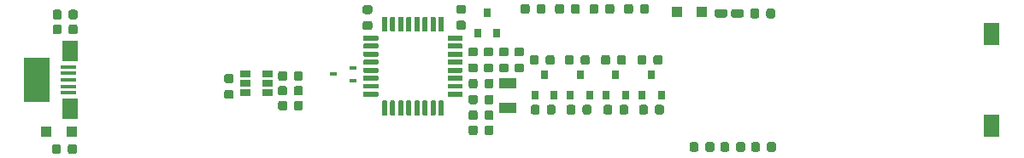
<source format=gtp>
G04 #@! TF.GenerationSoftware,KiCad,Pcbnew,(5.1.5-0-10_14)*
G04 #@! TF.CreationDate,2020-01-18T12:47:27-08:00*
G04 #@! TF.ProjectId,STM32L0xx_18650,53544d33-324c-4307-9878-5f3138363530,rev?*
G04 #@! TF.SameCoordinates,Original*
G04 #@! TF.FileFunction,Paste,Top*
G04 #@! TF.FilePolarity,Positive*
%FSLAX46Y46*%
G04 Gerber Fmt 4.6, Leading zero omitted, Abs format (unit mm)*
G04 Created by KiCad (PCBNEW (5.1.5-0-10_14)) date 2020-01-18 12:47:27*
%MOMM*%
%LPD*%
G04 APERTURE LIST*
%ADD10R,1.060000X0.650000*%
%ADD11C,0.100000*%
%ADD12R,0.700000X0.450000*%
%ADD13R,0.800000X0.900000*%
%ADD14R,2.500000X4.400000*%
%ADD15R,1.650000X0.400000*%
%ADD16R,1.500000X2.000000*%
%ADD17R,1.600000X2.180000*%
%ADD18R,1.000000X1.000000*%
%ADD19R,1.800000X1.000000*%
G04 APERTURE END LIST*
D10*
X80225000Y-100325000D03*
X80225000Y-101275000D03*
X80225000Y-99375000D03*
X82425000Y-99375000D03*
X82425000Y-100325000D03*
X82425000Y-101275000D03*
D11*
G36*
X85752691Y-102076053D02*
G01*
X85773926Y-102079203D01*
X85794750Y-102084419D01*
X85814962Y-102091651D01*
X85834368Y-102100830D01*
X85852781Y-102111866D01*
X85870024Y-102124654D01*
X85885930Y-102139070D01*
X85900346Y-102154976D01*
X85913134Y-102172219D01*
X85924170Y-102190632D01*
X85933349Y-102210038D01*
X85940581Y-102230250D01*
X85945797Y-102251074D01*
X85948947Y-102272309D01*
X85950000Y-102293750D01*
X85950000Y-102806250D01*
X85948947Y-102827691D01*
X85945797Y-102848926D01*
X85940581Y-102869750D01*
X85933349Y-102889962D01*
X85924170Y-102909368D01*
X85913134Y-102927781D01*
X85900346Y-102945024D01*
X85885930Y-102960930D01*
X85870024Y-102975346D01*
X85852781Y-102988134D01*
X85834368Y-102999170D01*
X85814962Y-103008349D01*
X85794750Y-103015581D01*
X85773926Y-103020797D01*
X85752691Y-103023947D01*
X85731250Y-103025000D01*
X85293750Y-103025000D01*
X85272309Y-103023947D01*
X85251074Y-103020797D01*
X85230250Y-103015581D01*
X85210038Y-103008349D01*
X85190632Y-102999170D01*
X85172219Y-102988134D01*
X85154976Y-102975346D01*
X85139070Y-102960930D01*
X85124654Y-102945024D01*
X85111866Y-102927781D01*
X85100830Y-102909368D01*
X85091651Y-102889962D01*
X85084419Y-102869750D01*
X85079203Y-102848926D01*
X85076053Y-102827691D01*
X85075000Y-102806250D01*
X85075000Y-102293750D01*
X85076053Y-102272309D01*
X85079203Y-102251074D01*
X85084419Y-102230250D01*
X85091651Y-102210038D01*
X85100830Y-102190632D01*
X85111866Y-102172219D01*
X85124654Y-102154976D01*
X85139070Y-102139070D01*
X85154976Y-102124654D01*
X85172219Y-102111866D01*
X85190632Y-102100830D01*
X85210038Y-102091651D01*
X85230250Y-102084419D01*
X85251074Y-102079203D01*
X85272309Y-102076053D01*
X85293750Y-102075000D01*
X85731250Y-102075000D01*
X85752691Y-102076053D01*
G37*
G36*
X84177691Y-102076053D02*
G01*
X84198926Y-102079203D01*
X84219750Y-102084419D01*
X84239962Y-102091651D01*
X84259368Y-102100830D01*
X84277781Y-102111866D01*
X84295024Y-102124654D01*
X84310930Y-102139070D01*
X84325346Y-102154976D01*
X84338134Y-102172219D01*
X84349170Y-102190632D01*
X84358349Y-102210038D01*
X84365581Y-102230250D01*
X84370797Y-102251074D01*
X84373947Y-102272309D01*
X84375000Y-102293750D01*
X84375000Y-102806250D01*
X84373947Y-102827691D01*
X84370797Y-102848926D01*
X84365581Y-102869750D01*
X84358349Y-102889962D01*
X84349170Y-102909368D01*
X84338134Y-102927781D01*
X84325346Y-102945024D01*
X84310930Y-102960930D01*
X84295024Y-102975346D01*
X84277781Y-102988134D01*
X84259368Y-102999170D01*
X84239962Y-103008349D01*
X84219750Y-103015581D01*
X84198926Y-103020797D01*
X84177691Y-103023947D01*
X84156250Y-103025000D01*
X83718750Y-103025000D01*
X83697309Y-103023947D01*
X83676074Y-103020797D01*
X83655250Y-103015581D01*
X83635038Y-103008349D01*
X83615632Y-102999170D01*
X83597219Y-102988134D01*
X83579976Y-102975346D01*
X83564070Y-102960930D01*
X83549654Y-102945024D01*
X83536866Y-102927781D01*
X83525830Y-102909368D01*
X83516651Y-102889962D01*
X83509419Y-102869750D01*
X83504203Y-102848926D01*
X83501053Y-102827691D01*
X83500000Y-102806250D01*
X83500000Y-102293750D01*
X83501053Y-102272309D01*
X83504203Y-102251074D01*
X83509419Y-102230250D01*
X83516651Y-102210038D01*
X83525830Y-102190632D01*
X83536866Y-102172219D01*
X83549654Y-102154976D01*
X83564070Y-102139070D01*
X83579976Y-102124654D01*
X83597219Y-102111866D01*
X83615632Y-102100830D01*
X83635038Y-102091651D01*
X83655250Y-102084419D01*
X83676074Y-102079203D01*
X83697309Y-102076053D01*
X83718750Y-102075000D01*
X84156250Y-102075000D01*
X84177691Y-102076053D01*
G37*
G36*
X63427691Y-94476053D02*
G01*
X63448926Y-94479203D01*
X63469750Y-94484419D01*
X63489962Y-94491651D01*
X63509368Y-94500830D01*
X63527781Y-94511866D01*
X63545024Y-94524654D01*
X63560930Y-94539070D01*
X63575346Y-94554976D01*
X63588134Y-94572219D01*
X63599170Y-94590632D01*
X63608349Y-94610038D01*
X63615581Y-94630250D01*
X63620797Y-94651074D01*
X63623947Y-94672309D01*
X63625000Y-94693750D01*
X63625000Y-95206250D01*
X63623947Y-95227691D01*
X63620797Y-95248926D01*
X63615581Y-95269750D01*
X63608349Y-95289962D01*
X63599170Y-95309368D01*
X63588134Y-95327781D01*
X63575346Y-95345024D01*
X63560930Y-95360930D01*
X63545024Y-95375346D01*
X63527781Y-95388134D01*
X63509368Y-95399170D01*
X63489962Y-95408349D01*
X63469750Y-95415581D01*
X63448926Y-95420797D01*
X63427691Y-95423947D01*
X63406250Y-95425000D01*
X62968750Y-95425000D01*
X62947309Y-95423947D01*
X62926074Y-95420797D01*
X62905250Y-95415581D01*
X62885038Y-95408349D01*
X62865632Y-95399170D01*
X62847219Y-95388134D01*
X62829976Y-95375346D01*
X62814070Y-95360930D01*
X62799654Y-95345024D01*
X62786866Y-95327781D01*
X62775830Y-95309368D01*
X62766651Y-95289962D01*
X62759419Y-95269750D01*
X62754203Y-95248926D01*
X62751053Y-95227691D01*
X62750000Y-95206250D01*
X62750000Y-94693750D01*
X62751053Y-94672309D01*
X62754203Y-94651074D01*
X62759419Y-94630250D01*
X62766651Y-94610038D01*
X62775830Y-94590632D01*
X62786866Y-94572219D01*
X62799654Y-94554976D01*
X62814070Y-94539070D01*
X62829976Y-94524654D01*
X62847219Y-94511866D01*
X62865632Y-94500830D01*
X62885038Y-94491651D01*
X62905250Y-94484419D01*
X62926074Y-94479203D01*
X62947309Y-94476053D01*
X62968750Y-94475000D01*
X63406250Y-94475000D01*
X63427691Y-94476053D01*
G37*
G36*
X61852691Y-94476053D02*
G01*
X61873926Y-94479203D01*
X61894750Y-94484419D01*
X61914962Y-94491651D01*
X61934368Y-94500830D01*
X61952781Y-94511866D01*
X61970024Y-94524654D01*
X61985930Y-94539070D01*
X62000346Y-94554976D01*
X62013134Y-94572219D01*
X62024170Y-94590632D01*
X62033349Y-94610038D01*
X62040581Y-94630250D01*
X62045797Y-94651074D01*
X62048947Y-94672309D01*
X62050000Y-94693750D01*
X62050000Y-95206250D01*
X62048947Y-95227691D01*
X62045797Y-95248926D01*
X62040581Y-95269750D01*
X62033349Y-95289962D01*
X62024170Y-95309368D01*
X62013134Y-95327781D01*
X62000346Y-95345024D01*
X61985930Y-95360930D01*
X61970024Y-95375346D01*
X61952781Y-95388134D01*
X61934368Y-95399170D01*
X61914962Y-95408349D01*
X61894750Y-95415581D01*
X61873926Y-95420797D01*
X61852691Y-95423947D01*
X61831250Y-95425000D01*
X61393750Y-95425000D01*
X61372309Y-95423947D01*
X61351074Y-95420797D01*
X61330250Y-95415581D01*
X61310038Y-95408349D01*
X61290632Y-95399170D01*
X61272219Y-95388134D01*
X61254976Y-95375346D01*
X61239070Y-95360930D01*
X61224654Y-95345024D01*
X61211866Y-95327781D01*
X61200830Y-95309368D01*
X61191651Y-95289962D01*
X61184419Y-95269750D01*
X61179203Y-95248926D01*
X61176053Y-95227691D01*
X61175000Y-95206250D01*
X61175000Y-94693750D01*
X61176053Y-94672309D01*
X61179203Y-94651074D01*
X61184419Y-94630250D01*
X61191651Y-94610038D01*
X61200830Y-94590632D01*
X61211866Y-94572219D01*
X61224654Y-94554976D01*
X61239070Y-94539070D01*
X61254976Y-94524654D01*
X61272219Y-94511866D01*
X61290632Y-94500830D01*
X61310038Y-94491651D01*
X61330250Y-94484419D01*
X61351074Y-94479203D01*
X61372309Y-94476053D01*
X61393750Y-94475000D01*
X61831250Y-94475000D01*
X61852691Y-94476053D01*
G37*
G36*
X85752691Y-100601053D02*
G01*
X85773926Y-100604203D01*
X85794750Y-100609419D01*
X85814962Y-100616651D01*
X85834368Y-100625830D01*
X85852781Y-100636866D01*
X85870024Y-100649654D01*
X85885930Y-100664070D01*
X85900346Y-100679976D01*
X85913134Y-100697219D01*
X85924170Y-100715632D01*
X85933349Y-100735038D01*
X85940581Y-100755250D01*
X85945797Y-100776074D01*
X85948947Y-100797309D01*
X85950000Y-100818750D01*
X85950000Y-101331250D01*
X85948947Y-101352691D01*
X85945797Y-101373926D01*
X85940581Y-101394750D01*
X85933349Y-101414962D01*
X85924170Y-101434368D01*
X85913134Y-101452781D01*
X85900346Y-101470024D01*
X85885930Y-101485930D01*
X85870024Y-101500346D01*
X85852781Y-101513134D01*
X85834368Y-101524170D01*
X85814962Y-101533349D01*
X85794750Y-101540581D01*
X85773926Y-101545797D01*
X85752691Y-101548947D01*
X85731250Y-101550000D01*
X85293750Y-101550000D01*
X85272309Y-101548947D01*
X85251074Y-101545797D01*
X85230250Y-101540581D01*
X85210038Y-101533349D01*
X85190632Y-101524170D01*
X85172219Y-101513134D01*
X85154976Y-101500346D01*
X85139070Y-101485930D01*
X85124654Y-101470024D01*
X85111866Y-101452781D01*
X85100830Y-101434368D01*
X85091651Y-101414962D01*
X85084419Y-101394750D01*
X85079203Y-101373926D01*
X85076053Y-101352691D01*
X85075000Y-101331250D01*
X85075000Y-100818750D01*
X85076053Y-100797309D01*
X85079203Y-100776074D01*
X85084419Y-100755250D01*
X85091651Y-100735038D01*
X85100830Y-100715632D01*
X85111866Y-100697219D01*
X85124654Y-100679976D01*
X85139070Y-100664070D01*
X85154976Y-100649654D01*
X85172219Y-100636866D01*
X85190632Y-100625830D01*
X85210038Y-100616651D01*
X85230250Y-100609419D01*
X85251074Y-100604203D01*
X85272309Y-100601053D01*
X85293750Y-100600000D01*
X85731250Y-100600000D01*
X85752691Y-100601053D01*
G37*
G36*
X84177691Y-100601053D02*
G01*
X84198926Y-100604203D01*
X84219750Y-100609419D01*
X84239962Y-100616651D01*
X84259368Y-100625830D01*
X84277781Y-100636866D01*
X84295024Y-100649654D01*
X84310930Y-100664070D01*
X84325346Y-100679976D01*
X84338134Y-100697219D01*
X84349170Y-100715632D01*
X84358349Y-100735038D01*
X84365581Y-100755250D01*
X84370797Y-100776074D01*
X84373947Y-100797309D01*
X84375000Y-100818750D01*
X84375000Y-101331250D01*
X84373947Y-101352691D01*
X84370797Y-101373926D01*
X84365581Y-101394750D01*
X84358349Y-101414962D01*
X84349170Y-101434368D01*
X84338134Y-101452781D01*
X84325346Y-101470024D01*
X84310930Y-101485930D01*
X84295024Y-101500346D01*
X84277781Y-101513134D01*
X84259368Y-101524170D01*
X84239962Y-101533349D01*
X84219750Y-101540581D01*
X84198926Y-101545797D01*
X84177691Y-101548947D01*
X84156250Y-101550000D01*
X83718750Y-101550000D01*
X83697309Y-101548947D01*
X83676074Y-101545797D01*
X83655250Y-101540581D01*
X83635038Y-101533349D01*
X83615632Y-101524170D01*
X83597219Y-101513134D01*
X83579976Y-101500346D01*
X83564070Y-101485930D01*
X83549654Y-101470024D01*
X83536866Y-101452781D01*
X83525830Y-101434368D01*
X83516651Y-101414962D01*
X83509419Y-101394750D01*
X83504203Y-101373926D01*
X83501053Y-101352691D01*
X83500000Y-101331250D01*
X83500000Y-100818750D01*
X83501053Y-100797309D01*
X83504203Y-100776074D01*
X83509419Y-100755250D01*
X83516651Y-100735038D01*
X83525830Y-100715632D01*
X83536866Y-100697219D01*
X83549654Y-100679976D01*
X83564070Y-100664070D01*
X83579976Y-100649654D01*
X83597219Y-100636866D01*
X83615632Y-100625830D01*
X83635038Y-100616651D01*
X83655250Y-100609419D01*
X83676074Y-100604203D01*
X83697309Y-100601053D01*
X83718750Y-100600000D01*
X84156250Y-100600000D01*
X84177691Y-100601053D01*
G37*
G36*
X61852691Y-93001053D02*
G01*
X61873926Y-93004203D01*
X61894750Y-93009419D01*
X61914962Y-93016651D01*
X61934368Y-93025830D01*
X61952781Y-93036866D01*
X61970024Y-93049654D01*
X61985930Y-93064070D01*
X62000346Y-93079976D01*
X62013134Y-93097219D01*
X62024170Y-93115632D01*
X62033349Y-93135038D01*
X62040581Y-93155250D01*
X62045797Y-93176074D01*
X62048947Y-93197309D01*
X62050000Y-93218750D01*
X62050000Y-93731250D01*
X62048947Y-93752691D01*
X62045797Y-93773926D01*
X62040581Y-93794750D01*
X62033349Y-93814962D01*
X62024170Y-93834368D01*
X62013134Y-93852781D01*
X62000346Y-93870024D01*
X61985930Y-93885930D01*
X61970024Y-93900346D01*
X61952781Y-93913134D01*
X61934368Y-93924170D01*
X61914962Y-93933349D01*
X61894750Y-93940581D01*
X61873926Y-93945797D01*
X61852691Y-93948947D01*
X61831250Y-93950000D01*
X61393750Y-93950000D01*
X61372309Y-93948947D01*
X61351074Y-93945797D01*
X61330250Y-93940581D01*
X61310038Y-93933349D01*
X61290632Y-93924170D01*
X61272219Y-93913134D01*
X61254976Y-93900346D01*
X61239070Y-93885930D01*
X61224654Y-93870024D01*
X61211866Y-93852781D01*
X61200830Y-93834368D01*
X61191651Y-93814962D01*
X61184419Y-93794750D01*
X61179203Y-93773926D01*
X61176053Y-93752691D01*
X61175000Y-93731250D01*
X61175000Y-93218750D01*
X61176053Y-93197309D01*
X61179203Y-93176074D01*
X61184419Y-93155250D01*
X61191651Y-93135038D01*
X61200830Y-93115632D01*
X61211866Y-93097219D01*
X61224654Y-93079976D01*
X61239070Y-93064070D01*
X61254976Y-93049654D01*
X61272219Y-93036866D01*
X61290632Y-93025830D01*
X61310038Y-93016651D01*
X61330250Y-93009419D01*
X61351074Y-93004203D01*
X61372309Y-93001053D01*
X61393750Y-93000000D01*
X61831250Y-93000000D01*
X61852691Y-93001053D01*
G37*
G36*
X63427691Y-93001053D02*
G01*
X63448926Y-93004203D01*
X63469750Y-93009419D01*
X63489962Y-93016651D01*
X63509368Y-93025830D01*
X63527781Y-93036866D01*
X63545024Y-93049654D01*
X63560930Y-93064070D01*
X63575346Y-93079976D01*
X63588134Y-93097219D01*
X63599170Y-93115632D01*
X63608349Y-93135038D01*
X63615581Y-93155250D01*
X63620797Y-93176074D01*
X63623947Y-93197309D01*
X63625000Y-93218750D01*
X63625000Y-93731250D01*
X63623947Y-93752691D01*
X63620797Y-93773926D01*
X63615581Y-93794750D01*
X63608349Y-93814962D01*
X63599170Y-93834368D01*
X63588134Y-93852781D01*
X63575346Y-93870024D01*
X63560930Y-93885930D01*
X63545024Y-93900346D01*
X63527781Y-93913134D01*
X63509368Y-93924170D01*
X63489962Y-93933349D01*
X63469750Y-93940581D01*
X63448926Y-93945797D01*
X63427691Y-93948947D01*
X63406250Y-93950000D01*
X62968750Y-93950000D01*
X62947309Y-93948947D01*
X62926074Y-93945797D01*
X62905250Y-93940581D01*
X62885038Y-93933349D01*
X62865632Y-93924170D01*
X62847219Y-93913134D01*
X62829976Y-93900346D01*
X62814070Y-93885930D01*
X62799654Y-93870024D01*
X62786866Y-93852781D01*
X62775830Y-93834368D01*
X62766651Y-93814962D01*
X62759419Y-93794750D01*
X62754203Y-93773926D01*
X62751053Y-93752691D01*
X62750000Y-93731250D01*
X62750000Y-93218750D01*
X62751053Y-93197309D01*
X62754203Y-93176074D01*
X62759419Y-93155250D01*
X62766651Y-93135038D01*
X62775830Y-93115632D01*
X62786866Y-93097219D01*
X62799654Y-93079976D01*
X62814070Y-93064070D01*
X62829976Y-93049654D01*
X62847219Y-93036866D01*
X62865632Y-93025830D01*
X62885038Y-93016651D01*
X62905250Y-93009419D01*
X62926074Y-93004203D01*
X62947309Y-93001053D01*
X62968750Y-93000000D01*
X63406250Y-93000000D01*
X63427691Y-93001053D01*
G37*
G36*
X85752691Y-99126053D02*
G01*
X85773926Y-99129203D01*
X85794750Y-99134419D01*
X85814962Y-99141651D01*
X85834368Y-99150830D01*
X85852781Y-99161866D01*
X85870024Y-99174654D01*
X85885930Y-99189070D01*
X85900346Y-99204976D01*
X85913134Y-99222219D01*
X85924170Y-99240632D01*
X85933349Y-99260038D01*
X85940581Y-99280250D01*
X85945797Y-99301074D01*
X85948947Y-99322309D01*
X85950000Y-99343750D01*
X85950000Y-99856250D01*
X85948947Y-99877691D01*
X85945797Y-99898926D01*
X85940581Y-99919750D01*
X85933349Y-99939962D01*
X85924170Y-99959368D01*
X85913134Y-99977781D01*
X85900346Y-99995024D01*
X85885930Y-100010930D01*
X85870024Y-100025346D01*
X85852781Y-100038134D01*
X85834368Y-100049170D01*
X85814962Y-100058349D01*
X85794750Y-100065581D01*
X85773926Y-100070797D01*
X85752691Y-100073947D01*
X85731250Y-100075000D01*
X85293750Y-100075000D01*
X85272309Y-100073947D01*
X85251074Y-100070797D01*
X85230250Y-100065581D01*
X85210038Y-100058349D01*
X85190632Y-100049170D01*
X85172219Y-100038134D01*
X85154976Y-100025346D01*
X85139070Y-100010930D01*
X85124654Y-99995024D01*
X85111866Y-99977781D01*
X85100830Y-99959368D01*
X85091651Y-99939962D01*
X85084419Y-99919750D01*
X85079203Y-99898926D01*
X85076053Y-99877691D01*
X85075000Y-99856250D01*
X85075000Y-99343750D01*
X85076053Y-99322309D01*
X85079203Y-99301074D01*
X85084419Y-99280250D01*
X85091651Y-99260038D01*
X85100830Y-99240632D01*
X85111866Y-99222219D01*
X85124654Y-99204976D01*
X85139070Y-99189070D01*
X85154976Y-99174654D01*
X85172219Y-99161866D01*
X85190632Y-99150830D01*
X85210038Y-99141651D01*
X85230250Y-99134419D01*
X85251074Y-99129203D01*
X85272309Y-99126053D01*
X85293750Y-99125000D01*
X85731250Y-99125000D01*
X85752691Y-99126053D01*
G37*
G36*
X84177691Y-99126053D02*
G01*
X84198926Y-99129203D01*
X84219750Y-99134419D01*
X84239962Y-99141651D01*
X84259368Y-99150830D01*
X84277781Y-99161866D01*
X84295024Y-99174654D01*
X84310930Y-99189070D01*
X84325346Y-99204976D01*
X84338134Y-99222219D01*
X84349170Y-99240632D01*
X84358349Y-99260038D01*
X84365581Y-99280250D01*
X84370797Y-99301074D01*
X84373947Y-99322309D01*
X84375000Y-99343750D01*
X84375000Y-99856250D01*
X84373947Y-99877691D01*
X84370797Y-99898926D01*
X84365581Y-99919750D01*
X84358349Y-99939962D01*
X84349170Y-99959368D01*
X84338134Y-99977781D01*
X84325346Y-99995024D01*
X84310930Y-100010930D01*
X84295024Y-100025346D01*
X84277781Y-100038134D01*
X84259368Y-100049170D01*
X84239962Y-100058349D01*
X84219750Y-100065581D01*
X84198926Y-100070797D01*
X84177691Y-100073947D01*
X84156250Y-100075000D01*
X83718750Y-100075000D01*
X83697309Y-100073947D01*
X83676074Y-100070797D01*
X83655250Y-100065581D01*
X83635038Y-100058349D01*
X83615632Y-100049170D01*
X83597219Y-100038134D01*
X83579976Y-100025346D01*
X83564070Y-100010930D01*
X83549654Y-99995024D01*
X83536866Y-99977781D01*
X83525830Y-99959368D01*
X83516651Y-99939962D01*
X83509419Y-99919750D01*
X83504203Y-99898926D01*
X83501053Y-99877691D01*
X83500000Y-99856250D01*
X83500000Y-99343750D01*
X83501053Y-99322309D01*
X83504203Y-99301074D01*
X83509419Y-99280250D01*
X83516651Y-99260038D01*
X83525830Y-99240632D01*
X83536866Y-99222219D01*
X83549654Y-99204976D01*
X83564070Y-99189070D01*
X83579976Y-99174654D01*
X83597219Y-99161866D01*
X83615632Y-99150830D01*
X83635038Y-99141651D01*
X83655250Y-99134419D01*
X83676074Y-99129203D01*
X83697309Y-99126053D01*
X83718750Y-99125000D01*
X84156250Y-99125000D01*
X84177691Y-99126053D01*
G37*
G36*
X78902691Y-101001053D02*
G01*
X78923926Y-101004203D01*
X78944750Y-101009419D01*
X78964962Y-101016651D01*
X78984368Y-101025830D01*
X79002781Y-101036866D01*
X79020024Y-101049654D01*
X79035930Y-101064070D01*
X79050346Y-101079976D01*
X79063134Y-101097219D01*
X79074170Y-101115632D01*
X79083349Y-101135038D01*
X79090581Y-101155250D01*
X79095797Y-101176074D01*
X79098947Y-101197309D01*
X79100000Y-101218750D01*
X79100000Y-101656250D01*
X79098947Y-101677691D01*
X79095797Y-101698926D01*
X79090581Y-101719750D01*
X79083349Y-101739962D01*
X79074170Y-101759368D01*
X79063134Y-101777781D01*
X79050346Y-101795024D01*
X79035930Y-101810930D01*
X79020024Y-101825346D01*
X79002781Y-101838134D01*
X78984368Y-101849170D01*
X78964962Y-101858349D01*
X78944750Y-101865581D01*
X78923926Y-101870797D01*
X78902691Y-101873947D01*
X78881250Y-101875000D01*
X78368750Y-101875000D01*
X78347309Y-101873947D01*
X78326074Y-101870797D01*
X78305250Y-101865581D01*
X78285038Y-101858349D01*
X78265632Y-101849170D01*
X78247219Y-101838134D01*
X78229976Y-101825346D01*
X78214070Y-101810930D01*
X78199654Y-101795024D01*
X78186866Y-101777781D01*
X78175830Y-101759368D01*
X78166651Y-101739962D01*
X78159419Y-101719750D01*
X78154203Y-101698926D01*
X78151053Y-101677691D01*
X78150000Y-101656250D01*
X78150000Y-101218750D01*
X78151053Y-101197309D01*
X78154203Y-101176074D01*
X78159419Y-101155250D01*
X78166651Y-101135038D01*
X78175830Y-101115632D01*
X78186866Y-101097219D01*
X78199654Y-101079976D01*
X78214070Y-101064070D01*
X78229976Y-101049654D01*
X78247219Y-101036866D01*
X78265632Y-101025830D01*
X78285038Y-101016651D01*
X78305250Y-101009419D01*
X78326074Y-101004203D01*
X78347309Y-101001053D01*
X78368750Y-101000000D01*
X78881250Y-101000000D01*
X78902691Y-101001053D01*
G37*
G36*
X78902691Y-99426053D02*
G01*
X78923926Y-99429203D01*
X78944750Y-99434419D01*
X78964962Y-99441651D01*
X78984368Y-99450830D01*
X79002781Y-99461866D01*
X79020024Y-99474654D01*
X79035930Y-99489070D01*
X79050346Y-99504976D01*
X79063134Y-99522219D01*
X79074170Y-99540632D01*
X79083349Y-99560038D01*
X79090581Y-99580250D01*
X79095797Y-99601074D01*
X79098947Y-99622309D01*
X79100000Y-99643750D01*
X79100000Y-100081250D01*
X79098947Y-100102691D01*
X79095797Y-100123926D01*
X79090581Y-100144750D01*
X79083349Y-100164962D01*
X79074170Y-100184368D01*
X79063134Y-100202781D01*
X79050346Y-100220024D01*
X79035930Y-100235930D01*
X79020024Y-100250346D01*
X79002781Y-100263134D01*
X78984368Y-100274170D01*
X78964962Y-100283349D01*
X78944750Y-100290581D01*
X78923926Y-100295797D01*
X78902691Y-100298947D01*
X78881250Y-100300000D01*
X78368750Y-100300000D01*
X78347309Y-100298947D01*
X78326074Y-100295797D01*
X78305250Y-100290581D01*
X78285038Y-100283349D01*
X78265632Y-100274170D01*
X78247219Y-100263134D01*
X78229976Y-100250346D01*
X78214070Y-100235930D01*
X78199654Y-100220024D01*
X78186866Y-100202781D01*
X78175830Y-100184368D01*
X78166651Y-100164962D01*
X78159419Y-100144750D01*
X78154203Y-100123926D01*
X78151053Y-100102691D01*
X78150000Y-100081250D01*
X78150000Y-99643750D01*
X78151053Y-99622309D01*
X78154203Y-99601074D01*
X78159419Y-99580250D01*
X78166651Y-99560038D01*
X78175830Y-99540632D01*
X78186866Y-99522219D01*
X78199654Y-99504976D01*
X78214070Y-99489070D01*
X78229976Y-99474654D01*
X78247219Y-99461866D01*
X78265632Y-99450830D01*
X78285038Y-99441651D01*
X78305250Y-99434419D01*
X78326074Y-99429203D01*
X78347309Y-99426053D01*
X78368750Y-99425000D01*
X78881250Y-99425000D01*
X78902691Y-99426053D01*
G37*
D12*
X90950000Y-100075000D03*
X90950000Y-98775000D03*
X88950000Y-99425000D03*
D11*
G36*
X61777691Y-106401053D02*
G01*
X61798926Y-106404203D01*
X61819750Y-106409419D01*
X61839962Y-106416651D01*
X61859368Y-106425830D01*
X61877781Y-106436866D01*
X61895024Y-106449654D01*
X61910930Y-106464070D01*
X61925346Y-106479976D01*
X61938134Y-106497219D01*
X61949170Y-106515632D01*
X61958349Y-106535038D01*
X61965581Y-106555250D01*
X61970797Y-106576074D01*
X61973947Y-106597309D01*
X61975000Y-106618750D01*
X61975000Y-107131250D01*
X61973947Y-107152691D01*
X61970797Y-107173926D01*
X61965581Y-107194750D01*
X61958349Y-107214962D01*
X61949170Y-107234368D01*
X61938134Y-107252781D01*
X61925346Y-107270024D01*
X61910930Y-107285930D01*
X61895024Y-107300346D01*
X61877781Y-107313134D01*
X61859368Y-107324170D01*
X61839962Y-107333349D01*
X61819750Y-107340581D01*
X61798926Y-107345797D01*
X61777691Y-107348947D01*
X61756250Y-107350000D01*
X61318750Y-107350000D01*
X61297309Y-107348947D01*
X61276074Y-107345797D01*
X61255250Y-107340581D01*
X61235038Y-107333349D01*
X61215632Y-107324170D01*
X61197219Y-107313134D01*
X61179976Y-107300346D01*
X61164070Y-107285930D01*
X61149654Y-107270024D01*
X61136866Y-107252781D01*
X61125830Y-107234368D01*
X61116651Y-107214962D01*
X61109419Y-107194750D01*
X61104203Y-107173926D01*
X61101053Y-107152691D01*
X61100000Y-107131250D01*
X61100000Y-106618750D01*
X61101053Y-106597309D01*
X61104203Y-106576074D01*
X61109419Y-106555250D01*
X61116651Y-106535038D01*
X61125830Y-106515632D01*
X61136866Y-106497219D01*
X61149654Y-106479976D01*
X61164070Y-106464070D01*
X61179976Y-106449654D01*
X61197219Y-106436866D01*
X61215632Y-106425830D01*
X61235038Y-106416651D01*
X61255250Y-106409419D01*
X61276074Y-106404203D01*
X61297309Y-106401053D01*
X61318750Y-106400000D01*
X61756250Y-106400000D01*
X61777691Y-106401053D01*
G37*
G36*
X63352691Y-106401053D02*
G01*
X63373926Y-106404203D01*
X63394750Y-106409419D01*
X63414962Y-106416651D01*
X63434368Y-106425830D01*
X63452781Y-106436866D01*
X63470024Y-106449654D01*
X63485930Y-106464070D01*
X63500346Y-106479976D01*
X63513134Y-106497219D01*
X63524170Y-106515632D01*
X63533349Y-106535038D01*
X63540581Y-106555250D01*
X63545797Y-106576074D01*
X63548947Y-106597309D01*
X63550000Y-106618750D01*
X63550000Y-107131250D01*
X63548947Y-107152691D01*
X63545797Y-107173926D01*
X63540581Y-107194750D01*
X63533349Y-107214962D01*
X63524170Y-107234368D01*
X63513134Y-107252781D01*
X63500346Y-107270024D01*
X63485930Y-107285930D01*
X63470024Y-107300346D01*
X63452781Y-107313134D01*
X63434368Y-107324170D01*
X63414962Y-107333349D01*
X63394750Y-107340581D01*
X63373926Y-107345797D01*
X63352691Y-107348947D01*
X63331250Y-107350000D01*
X62893750Y-107350000D01*
X62872309Y-107348947D01*
X62851074Y-107345797D01*
X62830250Y-107340581D01*
X62810038Y-107333349D01*
X62790632Y-107324170D01*
X62772219Y-107313134D01*
X62754976Y-107300346D01*
X62739070Y-107285930D01*
X62724654Y-107270024D01*
X62711866Y-107252781D01*
X62700830Y-107234368D01*
X62691651Y-107214962D01*
X62684419Y-107194750D01*
X62679203Y-107173926D01*
X62676053Y-107152691D01*
X62675000Y-107131250D01*
X62675000Y-106618750D01*
X62676053Y-106597309D01*
X62679203Y-106576074D01*
X62684419Y-106555250D01*
X62691651Y-106535038D01*
X62700830Y-106515632D01*
X62711866Y-106497219D01*
X62724654Y-106479976D01*
X62739070Y-106464070D01*
X62754976Y-106449654D01*
X62772219Y-106436866D01*
X62790632Y-106425830D01*
X62810038Y-106416651D01*
X62830250Y-106409419D01*
X62851074Y-106404203D01*
X62872309Y-106401053D01*
X62893750Y-106400000D01*
X63331250Y-106400000D01*
X63352691Y-106401053D01*
G37*
G36*
X101902691Y-94101053D02*
G01*
X101923926Y-94104203D01*
X101944750Y-94109419D01*
X101964962Y-94116651D01*
X101984368Y-94125830D01*
X102002781Y-94136866D01*
X102020024Y-94149654D01*
X102035930Y-94164070D01*
X102050346Y-94179976D01*
X102063134Y-94197219D01*
X102074170Y-94215632D01*
X102083349Y-94235038D01*
X102090581Y-94255250D01*
X102095797Y-94276074D01*
X102098947Y-94297309D01*
X102100000Y-94318750D01*
X102100000Y-94756250D01*
X102098947Y-94777691D01*
X102095797Y-94798926D01*
X102090581Y-94819750D01*
X102083349Y-94839962D01*
X102074170Y-94859368D01*
X102063134Y-94877781D01*
X102050346Y-94895024D01*
X102035930Y-94910930D01*
X102020024Y-94925346D01*
X102002781Y-94938134D01*
X101984368Y-94949170D01*
X101964962Y-94958349D01*
X101944750Y-94965581D01*
X101923926Y-94970797D01*
X101902691Y-94973947D01*
X101881250Y-94975000D01*
X101368750Y-94975000D01*
X101347309Y-94973947D01*
X101326074Y-94970797D01*
X101305250Y-94965581D01*
X101285038Y-94958349D01*
X101265632Y-94949170D01*
X101247219Y-94938134D01*
X101229976Y-94925346D01*
X101214070Y-94910930D01*
X101199654Y-94895024D01*
X101186866Y-94877781D01*
X101175830Y-94859368D01*
X101166651Y-94839962D01*
X101159419Y-94819750D01*
X101154203Y-94798926D01*
X101151053Y-94777691D01*
X101150000Y-94756250D01*
X101150000Y-94318750D01*
X101151053Y-94297309D01*
X101154203Y-94276074D01*
X101159419Y-94255250D01*
X101166651Y-94235038D01*
X101175830Y-94215632D01*
X101186866Y-94197219D01*
X101199654Y-94179976D01*
X101214070Y-94164070D01*
X101229976Y-94149654D01*
X101247219Y-94136866D01*
X101265632Y-94125830D01*
X101285038Y-94116651D01*
X101305250Y-94109419D01*
X101326074Y-94104203D01*
X101347309Y-94101053D01*
X101368750Y-94100000D01*
X101881250Y-94100000D01*
X101902691Y-94101053D01*
G37*
G36*
X101902691Y-92526053D02*
G01*
X101923926Y-92529203D01*
X101944750Y-92534419D01*
X101964962Y-92541651D01*
X101984368Y-92550830D01*
X102002781Y-92561866D01*
X102020024Y-92574654D01*
X102035930Y-92589070D01*
X102050346Y-92604976D01*
X102063134Y-92622219D01*
X102074170Y-92640632D01*
X102083349Y-92660038D01*
X102090581Y-92680250D01*
X102095797Y-92701074D01*
X102098947Y-92722309D01*
X102100000Y-92743750D01*
X102100000Y-93181250D01*
X102098947Y-93202691D01*
X102095797Y-93223926D01*
X102090581Y-93244750D01*
X102083349Y-93264962D01*
X102074170Y-93284368D01*
X102063134Y-93302781D01*
X102050346Y-93320024D01*
X102035930Y-93335930D01*
X102020024Y-93350346D01*
X102002781Y-93363134D01*
X101984368Y-93374170D01*
X101964962Y-93383349D01*
X101944750Y-93390581D01*
X101923926Y-93395797D01*
X101902691Y-93398947D01*
X101881250Y-93400000D01*
X101368750Y-93400000D01*
X101347309Y-93398947D01*
X101326074Y-93395797D01*
X101305250Y-93390581D01*
X101285038Y-93383349D01*
X101265632Y-93374170D01*
X101247219Y-93363134D01*
X101229976Y-93350346D01*
X101214070Y-93335930D01*
X101199654Y-93320024D01*
X101186866Y-93302781D01*
X101175830Y-93284368D01*
X101166651Y-93264962D01*
X101159419Y-93244750D01*
X101154203Y-93223926D01*
X101151053Y-93202691D01*
X101150000Y-93181250D01*
X101150000Y-92743750D01*
X101151053Y-92722309D01*
X101154203Y-92701074D01*
X101159419Y-92680250D01*
X101166651Y-92660038D01*
X101175830Y-92640632D01*
X101186866Y-92622219D01*
X101199654Y-92604976D01*
X101214070Y-92589070D01*
X101229976Y-92574654D01*
X101247219Y-92561866D01*
X101265632Y-92550830D01*
X101285038Y-92541651D01*
X101305250Y-92534419D01*
X101326074Y-92529203D01*
X101347309Y-92526053D01*
X101368750Y-92525000D01*
X101881250Y-92525000D01*
X101902691Y-92526053D01*
G37*
G36*
X107652691Y-98351053D02*
G01*
X107673926Y-98354203D01*
X107694750Y-98359419D01*
X107714962Y-98366651D01*
X107734368Y-98375830D01*
X107752781Y-98386866D01*
X107770024Y-98399654D01*
X107785930Y-98414070D01*
X107800346Y-98429976D01*
X107813134Y-98447219D01*
X107824170Y-98465632D01*
X107833349Y-98485038D01*
X107840581Y-98505250D01*
X107845797Y-98526074D01*
X107848947Y-98547309D01*
X107850000Y-98568750D01*
X107850000Y-99006250D01*
X107848947Y-99027691D01*
X107845797Y-99048926D01*
X107840581Y-99069750D01*
X107833349Y-99089962D01*
X107824170Y-99109368D01*
X107813134Y-99127781D01*
X107800346Y-99145024D01*
X107785930Y-99160930D01*
X107770024Y-99175346D01*
X107752781Y-99188134D01*
X107734368Y-99199170D01*
X107714962Y-99208349D01*
X107694750Y-99215581D01*
X107673926Y-99220797D01*
X107652691Y-99223947D01*
X107631250Y-99225000D01*
X107118750Y-99225000D01*
X107097309Y-99223947D01*
X107076074Y-99220797D01*
X107055250Y-99215581D01*
X107035038Y-99208349D01*
X107015632Y-99199170D01*
X106997219Y-99188134D01*
X106979976Y-99175346D01*
X106964070Y-99160930D01*
X106949654Y-99145024D01*
X106936866Y-99127781D01*
X106925830Y-99109368D01*
X106916651Y-99089962D01*
X106909419Y-99069750D01*
X106904203Y-99048926D01*
X106901053Y-99027691D01*
X106900000Y-99006250D01*
X106900000Y-98568750D01*
X106901053Y-98547309D01*
X106904203Y-98526074D01*
X106909419Y-98505250D01*
X106916651Y-98485038D01*
X106925830Y-98465632D01*
X106936866Y-98447219D01*
X106949654Y-98429976D01*
X106964070Y-98414070D01*
X106979976Y-98399654D01*
X106997219Y-98386866D01*
X107015632Y-98375830D01*
X107035038Y-98366651D01*
X107055250Y-98359419D01*
X107076074Y-98354203D01*
X107097309Y-98351053D01*
X107118750Y-98350000D01*
X107631250Y-98350000D01*
X107652691Y-98351053D01*
G37*
G36*
X107652691Y-96776053D02*
G01*
X107673926Y-96779203D01*
X107694750Y-96784419D01*
X107714962Y-96791651D01*
X107734368Y-96800830D01*
X107752781Y-96811866D01*
X107770024Y-96824654D01*
X107785930Y-96839070D01*
X107800346Y-96854976D01*
X107813134Y-96872219D01*
X107824170Y-96890632D01*
X107833349Y-96910038D01*
X107840581Y-96930250D01*
X107845797Y-96951074D01*
X107848947Y-96972309D01*
X107850000Y-96993750D01*
X107850000Y-97431250D01*
X107848947Y-97452691D01*
X107845797Y-97473926D01*
X107840581Y-97494750D01*
X107833349Y-97514962D01*
X107824170Y-97534368D01*
X107813134Y-97552781D01*
X107800346Y-97570024D01*
X107785930Y-97585930D01*
X107770024Y-97600346D01*
X107752781Y-97613134D01*
X107734368Y-97624170D01*
X107714962Y-97633349D01*
X107694750Y-97640581D01*
X107673926Y-97645797D01*
X107652691Y-97648947D01*
X107631250Y-97650000D01*
X107118750Y-97650000D01*
X107097309Y-97648947D01*
X107076074Y-97645797D01*
X107055250Y-97640581D01*
X107035038Y-97633349D01*
X107015632Y-97624170D01*
X106997219Y-97613134D01*
X106979976Y-97600346D01*
X106964070Y-97585930D01*
X106949654Y-97570024D01*
X106936866Y-97552781D01*
X106925830Y-97534368D01*
X106916651Y-97514962D01*
X106909419Y-97494750D01*
X106904203Y-97473926D01*
X106901053Y-97452691D01*
X106900000Y-97431250D01*
X106900000Y-96993750D01*
X106901053Y-96972309D01*
X106904203Y-96951074D01*
X106909419Y-96930250D01*
X106916651Y-96910038D01*
X106925830Y-96890632D01*
X106936866Y-96872219D01*
X106949654Y-96854976D01*
X106964070Y-96839070D01*
X106979976Y-96824654D01*
X106997219Y-96811866D01*
X107015632Y-96800830D01*
X107035038Y-96791651D01*
X107055250Y-96784419D01*
X107076074Y-96779203D01*
X107097309Y-96776053D01*
X107118750Y-96775000D01*
X107631250Y-96775000D01*
X107652691Y-96776053D01*
G37*
G36*
X101662252Y-101175602D02*
G01*
X101674386Y-101177402D01*
X101686286Y-101180382D01*
X101697835Y-101184515D01*
X101708925Y-101189760D01*
X101719446Y-101196066D01*
X101729299Y-101203374D01*
X101738388Y-101211612D01*
X101746626Y-101220701D01*
X101753934Y-101230554D01*
X101760240Y-101241075D01*
X101765485Y-101252165D01*
X101769618Y-101263714D01*
X101772598Y-101275614D01*
X101774398Y-101287748D01*
X101775000Y-101300000D01*
X101775000Y-101550000D01*
X101774398Y-101562252D01*
X101772598Y-101574386D01*
X101769618Y-101586286D01*
X101765485Y-101597835D01*
X101760240Y-101608925D01*
X101753934Y-101619446D01*
X101746626Y-101629299D01*
X101738388Y-101638388D01*
X101729299Y-101646626D01*
X101719446Y-101653934D01*
X101708925Y-101660240D01*
X101697835Y-101665485D01*
X101686286Y-101669618D01*
X101674386Y-101672598D01*
X101662252Y-101674398D01*
X101650000Y-101675000D01*
X100400000Y-101675000D01*
X100387748Y-101674398D01*
X100375614Y-101672598D01*
X100363714Y-101669618D01*
X100352165Y-101665485D01*
X100341075Y-101660240D01*
X100330554Y-101653934D01*
X100320701Y-101646626D01*
X100311612Y-101638388D01*
X100303374Y-101629299D01*
X100296066Y-101619446D01*
X100289760Y-101608925D01*
X100284515Y-101597835D01*
X100280382Y-101586286D01*
X100277402Y-101574386D01*
X100275602Y-101562252D01*
X100275000Y-101550000D01*
X100275000Y-101300000D01*
X100275602Y-101287748D01*
X100277402Y-101275614D01*
X100280382Y-101263714D01*
X100284515Y-101252165D01*
X100289760Y-101241075D01*
X100296066Y-101230554D01*
X100303374Y-101220701D01*
X100311612Y-101211612D01*
X100320701Y-101203374D01*
X100330554Y-101196066D01*
X100341075Y-101189760D01*
X100352165Y-101184515D01*
X100363714Y-101180382D01*
X100375614Y-101177402D01*
X100387748Y-101175602D01*
X100400000Y-101175000D01*
X101650000Y-101175000D01*
X101662252Y-101175602D01*
G37*
G36*
X101662252Y-100375602D02*
G01*
X101674386Y-100377402D01*
X101686286Y-100380382D01*
X101697835Y-100384515D01*
X101708925Y-100389760D01*
X101719446Y-100396066D01*
X101729299Y-100403374D01*
X101738388Y-100411612D01*
X101746626Y-100420701D01*
X101753934Y-100430554D01*
X101760240Y-100441075D01*
X101765485Y-100452165D01*
X101769618Y-100463714D01*
X101772598Y-100475614D01*
X101774398Y-100487748D01*
X101775000Y-100500000D01*
X101775000Y-100750000D01*
X101774398Y-100762252D01*
X101772598Y-100774386D01*
X101769618Y-100786286D01*
X101765485Y-100797835D01*
X101760240Y-100808925D01*
X101753934Y-100819446D01*
X101746626Y-100829299D01*
X101738388Y-100838388D01*
X101729299Y-100846626D01*
X101719446Y-100853934D01*
X101708925Y-100860240D01*
X101697835Y-100865485D01*
X101686286Y-100869618D01*
X101674386Y-100872598D01*
X101662252Y-100874398D01*
X101650000Y-100875000D01*
X100400000Y-100875000D01*
X100387748Y-100874398D01*
X100375614Y-100872598D01*
X100363714Y-100869618D01*
X100352165Y-100865485D01*
X100341075Y-100860240D01*
X100330554Y-100853934D01*
X100320701Y-100846626D01*
X100311612Y-100838388D01*
X100303374Y-100829299D01*
X100296066Y-100819446D01*
X100289760Y-100808925D01*
X100284515Y-100797835D01*
X100280382Y-100786286D01*
X100277402Y-100774386D01*
X100275602Y-100762252D01*
X100275000Y-100750000D01*
X100275000Y-100500000D01*
X100275602Y-100487748D01*
X100277402Y-100475614D01*
X100280382Y-100463714D01*
X100284515Y-100452165D01*
X100289760Y-100441075D01*
X100296066Y-100430554D01*
X100303374Y-100420701D01*
X100311612Y-100411612D01*
X100320701Y-100403374D01*
X100330554Y-100396066D01*
X100341075Y-100389760D01*
X100352165Y-100384515D01*
X100363714Y-100380382D01*
X100375614Y-100377402D01*
X100387748Y-100375602D01*
X100400000Y-100375000D01*
X101650000Y-100375000D01*
X101662252Y-100375602D01*
G37*
G36*
X101662252Y-99575602D02*
G01*
X101674386Y-99577402D01*
X101686286Y-99580382D01*
X101697835Y-99584515D01*
X101708925Y-99589760D01*
X101719446Y-99596066D01*
X101729299Y-99603374D01*
X101738388Y-99611612D01*
X101746626Y-99620701D01*
X101753934Y-99630554D01*
X101760240Y-99641075D01*
X101765485Y-99652165D01*
X101769618Y-99663714D01*
X101772598Y-99675614D01*
X101774398Y-99687748D01*
X101775000Y-99700000D01*
X101775000Y-99950000D01*
X101774398Y-99962252D01*
X101772598Y-99974386D01*
X101769618Y-99986286D01*
X101765485Y-99997835D01*
X101760240Y-100008925D01*
X101753934Y-100019446D01*
X101746626Y-100029299D01*
X101738388Y-100038388D01*
X101729299Y-100046626D01*
X101719446Y-100053934D01*
X101708925Y-100060240D01*
X101697835Y-100065485D01*
X101686286Y-100069618D01*
X101674386Y-100072598D01*
X101662252Y-100074398D01*
X101650000Y-100075000D01*
X100400000Y-100075000D01*
X100387748Y-100074398D01*
X100375614Y-100072598D01*
X100363714Y-100069618D01*
X100352165Y-100065485D01*
X100341075Y-100060240D01*
X100330554Y-100053934D01*
X100320701Y-100046626D01*
X100311612Y-100038388D01*
X100303374Y-100029299D01*
X100296066Y-100019446D01*
X100289760Y-100008925D01*
X100284515Y-99997835D01*
X100280382Y-99986286D01*
X100277402Y-99974386D01*
X100275602Y-99962252D01*
X100275000Y-99950000D01*
X100275000Y-99700000D01*
X100275602Y-99687748D01*
X100277402Y-99675614D01*
X100280382Y-99663714D01*
X100284515Y-99652165D01*
X100289760Y-99641075D01*
X100296066Y-99630554D01*
X100303374Y-99620701D01*
X100311612Y-99611612D01*
X100320701Y-99603374D01*
X100330554Y-99596066D01*
X100341075Y-99589760D01*
X100352165Y-99584515D01*
X100363714Y-99580382D01*
X100375614Y-99577402D01*
X100387748Y-99575602D01*
X100400000Y-99575000D01*
X101650000Y-99575000D01*
X101662252Y-99575602D01*
G37*
G36*
X101662252Y-98775602D02*
G01*
X101674386Y-98777402D01*
X101686286Y-98780382D01*
X101697835Y-98784515D01*
X101708925Y-98789760D01*
X101719446Y-98796066D01*
X101729299Y-98803374D01*
X101738388Y-98811612D01*
X101746626Y-98820701D01*
X101753934Y-98830554D01*
X101760240Y-98841075D01*
X101765485Y-98852165D01*
X101769618Y-98863714D01*
X101772598Y-98875614D01*
X101774398Y-98887748D01*
X101775000Y-98900000D01*
X101775000Y-99150000D01*
X101774398Y-99162252D01*
X101772598Y-99174386D01*
X101769618Y-99186286D01*
X101765485Y-99197835D01*
X101760240Y-99208925D01*
X101753934Y-99219446D01*
X101746626Y-99229299D01*
X101738388Y-99238388D01*
X101729299Y-99246626D01*
X101719446Y-99253934D01*
X101708925Y-99260240D01*
X101697835Y-99265485D01*
X101686286Y-99269618D01*
X101674386Y-99272598D01*
X101662252Y-99274398D01*
X101650000Y-99275000D01*
X100400000Y-99275000D01*
X100387748Y-99274398D01*
X100375614Y-99272598D01*
X100363714Y-99269618D01*
X100352165Y-99265485D01*
X100341075Y-99260240D01*
X100330554Y-99253934D01*
X100320701Y-99246626D01*
X100311612Y-99238388D01*
X100303374Y-99229299D01*
X100296066Y-99219446D01*
X100289760Y-99208925D01*
X100284515Y-99197835D01*
X100280382Y-99186286D01*
X100277402Y-99174386D01*
X100275602Y-99162252D01*
X100275000Y-99150000D01*
X100275000Y-98900000D01*
X100275602Y-98887748D01*
X100277402Y-98875614D01*
X100280382Y-98863714D01*
X100284515Y-98852165D01*
X100289760Y-98841075D01*
X100296066Y-98830554D01*
X100303374Y-98820701D01*
X100311612Y-98811612D01*
X100320701Y-98803374D01*
X100330554Y-98796066D01*
X100341075Y-98789760D01*
X100352165Y-98784515D01*
X100363714Y-98780382D01*
X100375614Y-98777402D01*
X100387748Y-98775602D01*
X100400000Y-98775000D01*
X101650000Y-98775000D01*
X101662252Y-98775602D01*
G37*
G36*
X101662252Y-97975602D02*
G01*
X101674386Y-97977402D01*
X101686286Y-97980382D01*
X101697835Y-97984515D01*
X101708925Y-97989760D01*
X101719446Y-97996066D01*
X101729299Y-98003374D01*
X101738388Y-98011612D01*
X101746626Y-98020701D01*
X101753934Y-98030554D01*
X101760240Y-98041075D01*
X101765485Y-98052165D01*
X101769618Y-98063714D01*
X101772598Y-98075614D01*
X101774398Y-98087748D01*
X101775000Y-98100000D01*
X101775000Y-98350000D01*
X101774398Y-98362252D01*
X101772598Y-98374386D01*
X101769618Y-98386286D01*
X101765485Y-98397835D01*
X101760240Y-98408925D01*
X101753934Y-98419446D01*
X101746626Y-98429299D01*
X101738388Y-98438388D01*
X101729299Y-98446626D01*
X101719446Y-98453934D01*
X101708925Y-98460240D01*
X101697835Y-98465485D01*
X101686286Y-98469618D01*
X101674386Y-98472598D01*
X101662252Y-98474398D01*
X101650000Y-98475000D01*
X100400000Y-98475000D01*
X100387748Y-98474398D01*
X100375614Y-98472598D01*
X100363714Y-98469618D01*
X100352165Y-98465485D01*
X100341075Y-98460240D01*
X100330554Y-98453934D01*
X100320701Y-98446626D01*
X100311612Y-98438388D01*
X100303374Y-98429299D01*
X100296066Y-98419446D01*
X100289760Y-98408925D01*
X100284515Y-98397835D01*
X100280382Y-98386286D01*
X100277402Y-98374386D01*
X100275602Y-98362252D01*
X100275000Y-98350000D01*
X100275000Y-98100000D01*
X100275602Y-98087748D01*
X100277402Y-98075614D01*
X100280382Y-98063714D01*
X100284515Y-98052165D01*
X100289760Y-98041075D01*
X100296066Y-98030554D01*
X100303374Y-98020701D01*
X100311612Y-98011612D01*
X100320701Y-98003374D01*
X100330554Y-97996066D01*
X100341075Y-97989760D01*
X100352165Y-97984515D01*
X100363714Y-97980382D01*
X100375614Y-97977402D01*
X100387748Y-97975602D01*
X100400000Y-97975000D01*
X101650000Y-97975000D01*
X101662252Y-97975602D01*
G37*
G36*
X101662252Y-97175602D02*
G01*
X101674386Y-97177402D01*
X101686286Y-97180382D01*
X101697835Y-97184515D01*
X101708925Y-97189760D01*
X101719446Y-97196066D01*
X101729299Y-97203374D01*
X101738388Y-97211612D01*
X101746626Y-97220701D01*
X101753934Y-97230554D01*
X101760240Y-97241075D01*
X101765485Y-97252165D01*
X101769618Y-97263714D01*
X101772598Y-97275614D01*
X101774398Y-97287748D01*
X101775000Y-97300000D01*
X101775000Y-97550000D01*
X101774398Y-97562252D01*
X101772598Y-97574386D01*
X101769618Y-97586286D01*
X101765485Y-97597835D01*
X101760240Y-97608925D01*
X101753934Y-97619446D01*
X101746626Y-97629299D01*
X101738388Y-97638388D01*
X101729299Y-97646626D01*
X101719446Y-97653934D01*
X101708925Y-97660240D01*
X101697835Y-97665485D01*
X101686286Y-97669618D01*
X101674386Y-97672598D01*
X101662252Y-97674398D01*
X101650000Y-97675000D01*
X100400000Y-97675000D01*
X100387748Y-97674398D01*
X100375614Y-97672598D01*
X100363714Y-97669618D01*
X100352165Y-97665485D01*
X100341075Y-97660240D01*
X100330554Y-97653934D01*
X100320701Y-97646626D01*
X100311612Y-97638388D01*
X100303374Y-97629299D01*
X100296066Y-97619446D01*
X100289760Y-97608925D01*
X100284515Y-97597835D01*
X100280382Y-97586286D01*
X100277402Y-97574386D01*
X100275602Y-97562252D01*
X100275000Y-97550000D01*
X100275000Y-97300000D01*
X100275602Y-97287748D01*
X100277402Y-97275614D01*
X100280382Y-97263714D01*
X100284515Y-97252165D01*
X100289760Y-97241075D01*
X100296066Y-97230554D01*
X100303374Y-97220701D01*
X100311612Y-97211612D01*
X100320701Y-97203374D01*
X100330554Y-97196066D01*
X100341075Y-97189760D01*
X100352165Y-97184515D01*
X100363714Y-97180382D01*
X100375614Y-97177402D01*
X100387748Y-97175602D01*
X100400000Y-97175000D01*
X101650000Y-97175000D01*
X101662252Y-97175602D01*
G37*
G36*
X101662252Y-96375602D02*
G01*
X101674386Y-96377402D01*
X101686286Y-96380382D01*
X101697835Y-96384515D01*
X101708925Y-96389760D01*
X101719446Y-96396066D01*
X101729299Y-96403374D01*
X101738388Y-96411612D01*
X101746626Y-96420701D01*
X101753934Y-96430554D01*
X101760240Y-96441075D01*
X101765485Y-96452165D01*
X101769618Y-96463714D01*
X101772598Y-96475614D01*
X101774398Y-96487748D01*
X101775000Y-96500000D01*
X101775000Y-96750000D01*
X101774398Y-96762252D01*
X101772598Y-96774386D01*
X101769618Y-96786286D01*
X101765485Y-96797835D01*
X101760240Y-96808925D01*
X101753934Y-96819446D01*
X101746626Y-96829299D01*
X101738388Y-96838388D01*
X101729299Y-96846626D01*
X101719446Y-96853934D01*
X101708925Y-96860240D01*
X101697835Y-96865485D01*
X101686286Y-96869618D01*
X101674386Y-96872598D01*
X101662252Y-96874398D01*
X101650000Y-96875000D01*
X100400000Y-96875000D01*
X100387748Y-96874398D01*
X100375614Y-96872598D01*
X100363714Y-96869618D01*
X100352165Y-96865485D01*
X100341075Y-96860240D01*
X100330554Y-96853934D01*
X100320701Y-96846626D01*
X100311612Y-96838388D01*
X100303374Y-96829299D01*
X100296066Y-96819446D01*
X100289760Y-96808925D01*
X100284515Y-96797835D01*
X100280382Y-96786286D01*
X100277402Y-96774386D01*
X100275602Y-96762252D01*
X100275000Y-96750000D01*
X100275000Y-96500000D01*
X100275602Y-96487748D01*
X100277402Y-96475614D01*
X100280382Y-96463714D01*
X100284515Y-96452165D01*
X100289760Y-96441075D01*
X100296066Y-96430554D01*
X100303374Y-96420701D01*
X100311612Y-96411612D01*
X100320701Y-96403374D01*
X100330554Y-96396066D01*
X100341075Y-96389760D01*
X100352165Y-96384515D01*
X100363714Y-96380382D01*
X100375614Y-96377402D01*
X100387748Y-96375602D01*
X100400000Y-96375000D01*
X101650000Y-96375000D01*
X101662252Y-96375602D01*
G37*
G36*
X101662252Y-95575602D02*
G01*
X101674386Y-95577402D01*
X101686286Y-95580382D01*
X101697835Y-95584515D01*
X101708925Y-95589760D01*
X101719446Y-95596066D01*
X101729299Y-95603374D01*
X101738388Y-95611612D01*
X101746626Y-95620701D01*
X101753934Y-95630554D01*
X101760240Y-95641075D01*
X101765485Y-95652165D01*
X101769618Y-95663714D01*
X101772598Y-95675614D01*
X101774398Y-95687748D01*
X101775000Y-95700000D01*
X101775000Y-95950000D01*
X101774398Y-95962252D01*
X101772598Y-95974386D01*
X101769618Y-95986286D01*
X101765485Y-95997835D01*
X101760240Y-96008925D01*
X101753934Y-96019446D01*
X101746626Y-96029299D01*
X101738388Y-96038388D01*
X101729299Y-96046626D01*
X101719446Y-96053934D01*
X101708925Y-96060240D01*
X101697835Y-96065485D01*
X101686286Y-96069618D01*
X101674386Y-96072598D01*
X101662252Y-96074398D01*
X101650000Y-96075000D01*
X100400000Y-96075000D01*
X100387748Y-96074398D01*
X100375614Y-96072598D01*
X100363714Y-96069618D01*
X100352165Y-96065485D01*
X100341075Y-96060240D01*
X100330554Y-96053934D01*
X100320701Y-96046626D01*
X100311612Y-96038388D01*
X100303374Y-96029299D01*
X100296066Y-96019446D01*
X100289760Y-96008925D01*
X100284515Y-95997835D01*
X100280382Y-95986286D01*
X100277402Y-95974386D01*
X100275602Y-95962252D01*
X100275000Y-95950000D01*
X100275000Y-95700000D01*
X100275602Y-95687748D01*
X100277402Y-95675614D01*
X100280382Y-95663714D01*
X100284515Y-95652165D01*
X100289760Y-95641075D01*
X100296066Y-95630554D01*
X100303374Y-95620701D01*
X100311612Y-95611612D01*
X100320701Y-95603374D01*
X100330554Y-95596066D01*
X100341075Y-95589760D01*
X100352165Y-95584515D01*
X100363714Y-95580382D01*
X100375614Y-95577402D01*
X100387748Y-95575602D01*
X100400000Y-95575000D01*
X101650000Y-95575000D01*
X101662252Y-95575602D01*
G37*
G36*
X99787252Y-93700602D02*
G01*
X99799386Y-93702402D01*
X99811286Y-93705382D01*
X99822835Y-93709515D01*
X99833925Y-93714760D01*
X99844446Y-93721066D01*
X99854299Y-93728374D01*
X99863388Y-93736612D01*
X99871626Y-93745701D01*
X99878934Y-93755554D01*
X99885240Y-93766075D01*
X99890485Y-93777165D01*
X99894618Y-93788714D01*
X99897598Y-93800614D01*
X99899398Y-93812748D01*
X99900000Y-93825000D01*
X99900000Y-95075000D01*
X99899398Y-95087252D01*
X99897598Y-95099386D01*
X99894618Y-95111286D01*
X99890485Y-95122835D01*
X99885240Y-95133925D01*
X99878934Y-95144446D01*
X99871626Y-95154299D01*
X99863388Y-95163388D01*
X99854299Y-95171626D01*
X99844446Y-95178934D01*
X99833925Y-95185240D01*
X99822835Y-95190485D01*
X99811286Y-95194618D01*
X99799386Y-95197598D01*
X99787252Y-95199398D01*
X99775000Y-95200000D01*
X99525000Y-95200000D01*
X99512748Y-95199398D01*
X99500614Y-95197598D01*
X99488714Y-95194618D01*
X99477165Y-95190485D01*
X99466075Y-95185240D01*
X99455554Y-95178934D01*
X99445701Y-95171626D01*
X99436612Y-95163388D01*
X99428374Y-95154299D01*
X99421066Y-95144446D01*
X99414760Y-95133925D01*
X99409515Y-95122835D01*
X99405382Y-95111286D01*
X99402402Y-95099386D01*
X99400602Y-95087252D01*
X99400000Y-95075000D01*
X99400000Y-93825000D01*
X99400602Y-93812748D01*
X99402402Y-93800614D01*
X99405382Y-93788714D01*
X99409515Y-93777165D01*
X99414760Y-93766075D01*
X99421066Y-93755554D01*
X99428374Y-93745701D01*
X99436612Y-93736612D01*
X99445701Y-93728374D01*
X99455554Y-93721066D01*
X99466075Y-93714760D01*
X99477165Y-93709515D01*
X99488714Y-93705382D01*
X99500614Y-93702402D01*
X99512748Y-93700602D01*
X99525000Y-93700000D01*
X99775000Y-93700000D01*
X99787252Y-93700602D01*
G37*
G36*
X98987252Y-93700602D02*
G01*
X98999386Y-93702402D01*
X99011286Y-93705382D01*
X99022835Y-93709515D01*
X99033925Y-93714760D01*
X99044446Y-93721066D01*
X99054299Y-93728374D01*
X99063388Y-93736612D01*
X99071626Y-93745701D01*
X99078934Y-93755554D01*
X99085240Y-93766075D01*
X99090485Y-93777165D01*
X99094618Y-93788714D01*
X99097598Y-93800614D01*
X99099398Y-93812748D01*
X99100000Y-93825000D01*
X99100000Y-95075000D01*
X99099398Y-95087252D01*
X99097598Y-95099386D01*
X99094618Y-95111286D01*
X99090485Y-95122835D01*
X99085240Y-95133925D01*
X99078934Y-95144446D01*
X99071626Y-95154299D01*
X99063388Y-95163388D01*
X99054299Y-95171626D01*
X99044446Y-95178934D01*
X99033925Y-95185240D01*
X99022835Y-95190485D01*
X99011286Y-95194618D01*
X98999386Y-95197598D01*
X98987252Y-95199398D01*
X98975000Y-95200000D01*
X98725000Y-95200000D01*
X98712748Y-95199398D01*
X98700614Y-95197598D01*
X98688714Y-95194618D01*
X98677165Y-95190485D01*
X98666075Y-95185240D01*
X98655554Y-95178934D01*
X98645701Y-95171626D01*
X98636612Y-95163388D01*
X98628374Y-95154299D01*
X98621066Y-95144446D01*
X98614760Y-95133925D01*
X98609515Y-95122835D01*
X98605382Y-95111286D01*
X98602402Y-95099386D01*
X98600602Y-95087252D01*
X98600000Y-95075000D01*
X98600000Y-93825000D01*
X98600602Y-93812748D01*
X98602402Y-93800614D01*
X98605382Y-93788714D01*
X98609515Y-93777165D01*
X98614760Y-93766075D01*
X98621066Y-93755554D01*
X98628374Y-93745701D01*
X98636612Y-93736612D01*
X98645701Y-93728374D01*
X98655554Y-93721066D01*
X98666075Y-93714760D01*
X98677165Y-93709515D01*
X98688714Y-93705382D01*
X98700614Y-93702402D01*
X98712748Y-93700602D01*
X98725000Y-93700000D01*
X98975000Y-93700000D01*
X98987252Y-93700602D01*
G37*
G36*
X98187252Y-93700602D02*
G01*
X98199386Y-93702402D01*
X98211286Y-93705382D01*
X98222835Y-93709515D01*
X98233925Y-93714760D01*
X98244446Y-93721066D01*
X98254299Y-93728374D01*
X98263388Y-93736612D01*
X98271626Y-93745701D01*
X98278934Y-93755554D01*
X98285240Y-93766075D01*
X98290485Y-93777165D01*
X98294618Y-93788714D01*
X98297598Y-93800614D01*
X98299398Y-93812748D01*
X98300000Y-93825000D01*
X98300000Y-95075000D01*
X98299398Y-95087252D01*
X98297598Y-95099386D01*
X98294618Y-95111286D01*
X98290485Y-95122835D01*
X98285240Y-95133925D01*
X98278934Y-95144446D01*
X98271626Y-95154299D01*
X98263388Y-95163388D01*
X98254299Y-95171626D01*
X98244446Y-95178934D01*
X98233925Y-95185240D01*
X98222835Y-95190485D01*
X98211286Y-95194618D01*
X98199386Y-95197598D01*
X98187252Y-95199398D01*
X98175000Y-95200000D01*
X97925000Y-95200000D01*
X97912748Y-95199398D01*
X97900614Y-95197598D01*
X97888714Y-95194618D01*
X97877165Y-95190485D01*
X97866075Y-95185240D01*
X97855554Y-95178934D01*
X97845701Y-95171626D01*
X97836612Y-95163388D01*
X97828374Y-95154299D01*
X97821066Y-95144446D01*
X97814760Y-95133925D01*
X97809515Y-95122835D01*
X97805382Y-95111286D01*
X97802402Y-95099386D01*
X97800602Y-95087252D01*
X97800000Y-95075000D01*
X97800000Y-93825000D01*
X97800602Y-93812748D01*
X97802402Y-93800614D01*
X97805382Y-93788714D01*
X97809515Y-93777165D01*
X97814760Y-93766075D01*
X97821066Y-93755554D01*
X97828374Y-93745701D01*
X97836612Y-93736612D01*
X97845701Y-93728374D01*
X97855554Y-93721066D01*
X97866075Y-93714760D01*
X97877165Y-93709515D01*
X97888714Y-93705382D01*
X97900614Y-93702402D01*
X97912748Y-93700602D01*
X97925000Y-93700000D01*
X98175000Y-93700000D01*
X98187252Y-93700602D01*
G37*
G36*
X97387252Y-93700602D02*
G01*
X97399386Y-93702402D01*
X97411286Y-93705382D01*
X97422835Y-93709515D01*
X97433925Y-93714760D01*
X97444446Y-93721066D01*
X97454299Y-93728374D01*
X97463388Y-93736612D01*
X97471626Y-93745701D01*
X97478934Y-93755554D01*
X97485240Y-93766075D01*
X97490485Y-93777165D01*
X97494618Y-93788714D01*
X97497598Y-93800614D01*
X97499398Y-93812748D01*
X97500000Y-93825000D01*
X97500000Y-95075000D01*
X97499398Y-95087252D01*
X97497598Y-95099386D01*
X97494618Y-95111286D01*
X97490485Y-95122835D01*
X97485240Y-95133925D01*
X97478934Y-95144446D01*
X97471626Y-95154299D01*
X97463388Y-95163388D01*
X97454299Y-95171626D01*
X97444446Y-95178934D01*
X97433925Y-95185240D01*
X97422835Y-95190485D01*
X97411286Y-95194618D01*
X97399386Y-95197598D01*
X97387252Y-95199398D01*
X97375000Y-95200000D01*
X97125000Y-95200000D01*
X97112748Y-95199398D01*
X97100614Y-95197598D01*
X97088714Y-95194618D01*
X97077165Y-95190485D01*
X97066075Y-95185240D01*
X97055554Y-95178934D01*
X97045701Y-95171626D01*
X97036612Y-95163388D01*
X97028374Y-95154299D01*
X97021066Y-95144446D01*
X97014760Y-95133925D01*
X97009515Y-95122835D01*
X97005382Y-95111286D01*
X97002402Y-95099386D01*
X97000602Y-95087252D01*
X97000000Y-95075000D01*
X97000000Y-93825000D01*
X97000602Y-93812748D01*
X97002402Y-93800614D01*
X97005382Y-93788714D01*
X97009515Y-93777165D01*
X97014760Y-93766075D01*
X97021066Y-93755554D01*
X97028374Y-93745701D01*
X97036612Y-93736612D01*
X97045701Y-93728374D01*
X97055554Y-93721066D01*
X97066075Y-93714760D01*
X97077165Y-93709515D01*
X97088714Y-93705382D01*
X97100614Y-93702402D01*
X97112748Y-93700602D01*
X97125000Y-93700000D01*
X97375000Y-93700000D01*
X97387252Y-93700602D01*
G37*
G36*
X96587252Y-93700602D02*
G01*
X96599386Y-93702402D01*
X96611286Y-93705382D01*
X96622835Y-93709515D01*
X96633925Y-93714760D01*
X96644446Y-93721066D01*
X96654299Y-93728374D01*
X96663388Y-93736612D01*
X96671626Y-93745701D01*
X96678934Y-93755554D01*
X96685240Y-93766075D01*
X96690485Y-93777165D01*
X96694618Y-93788714D01*
X96697598Y-93800614D01*
X96699398Y-93812748D01*
X96700000Y-93825000D01*
X96700000Y-95075000D01*
X96699398Y-95087252D01*
X96697598Y-95099386D01*
X96694618Y-95111286D01*
X96690485Y-95122835D01*
X96685240Y-95133925D01*
X96678934Y-95144446D01*
X96671626Y-95154299D01*
X96663388Y-95163388D01*
X96654299Y-95171626D01*
X96644446Y-95178934D01*
X96633925Y-95185240D01*
X96622835Y-95190485D01*
X96611286Y-95194618D01*
X96599386Y-95197598D01*
X96587252Y-95199398D01*
X96575000Y-95200000D01*
X96325000Y-95200000D01*
X96312748Y-95199398D01*
X96300614Y-95197598D01*
X96288714Y-95194618D01*
X96277165Y-95190485D01*
X96266075Y-95185240D01*
X96255554Y-95178934D01*
X96245701Y-95171626D01*
X96236612Y-95163388D01*
X96228374Y-95154299D01*
X96221066Y-95144446D01*
X96214760Y-95133925D01*
X96209515Y-95122835D01*
X96205382Y-95111286D01*
X96202402Y-95099386D01*
X96200602Y-95087252D01*
X96200000Y-95075000D01*
X96200000Y-93825000D01*
X96200602Y-93812748D01*
X96202402Y-93800614D01*
X96205382Y-93788714D01*
X96209515Y-93777165D01*
X96214760Y-93766075D01*
X96221066Y-93755554D01*
X96228374Y-93745701D01*
X96236612Y-93736612D01*
X96245701Y-93728374D01*
X96255554Y-93721066D01*
X96266075Y-93714760D01*
X96277165Y-93709515D01*
X96288714Y-93705382D01*
X96300614Y-93702402D01*
X96312748Y-93700602D01*
X96325000Y-93700000D01*
X96575000Y-93700000D01*
X96587252Y-93700602D01*
G37*
G36*
X95787252Y-93700602D02*
G01*
X95799386Y-93702402D01*
X95811286Y-93705382D01*
X95822835Y-93709515D01*
X95833925Y-93714760D01*
X95844446Y-93721066D01*
X95854299Y-93728374D01*
X95863388Y-93736612D01*
X95871626Y-93745701D01*
X95878934Y-93755554D01*
X95885240Y-93766075D01*
X95890485Y-93777165D01*
X95894618Y-93788714D01*
X95897598Y-93800614D01*
X95899398Y-93812748D01*
X95900000Y-93825000D01*
X95900000Y-95075000D01*
X95899398Y-95087252D01*
X95897598Y-95099386D01*
X95894618Y-95111286D01*
X95890485Y-95122835D01*
X95885240Y-95133925D01*
X95878934Y-95144446D01*
X95871626Y-95154299D01*
X95863388Y-95163388D01*
X95854299Y-95171626D01*
X95844446Y-95178934D01*
X95833925Y-95185240D01*
X95822835Y-95190485D01*
X95811286Y-95194618D01*
X95799386Y-95197598D01*
X95787252Y-95199398D01*
X95775000Y-95200000D01*
X95525000Y-95200000D01*
X95512748Y-95199398D01*
X95500614Y-95197598D01*
X95488714Y-95194618D01*
X95477165Y-95190485D01*
X95466075Y-95185240D01*
X95455554Y-95178934D01*
X95445701Y-95171626D01*
X95436612Y-95163388D01*
X95428374Y-95154299D01*
X95421066Y-95144446D01*
X95414760Y-95133925D01*
X95409515Y-95122835D01*
X95405382Y-95111286D01*
X95402402Y-95099386D01*
X95400602Y-95087252D01*
X95400000Y-95075000D01*
X95400000Y-93825000D01*
X95400602Y-93812748D01*
X95402402Y-93800614D01*
X95405382Y-93788714D01*
X95409515Y-93777165D01*
X95414760Y-93766075D01*
X95421066Y-93755554D01*
X95428374Y-93745701D01*
X95436612Y-93736612D01*
X95445701Y-93728374D01*
X95455554Y-93721066D01*
X95466075Y-93714760D01*
X95477165Y-93709515D01*
X95488714Y-93705382D01*
X95500614Y-93702402D01*
X95512748Y-93700602D01*
X95525000Y-93700000D01*
X95775000Y-93700000D01*
X95787252Y-93700602D01*
G37*
G36*
X94987252Y-93700602D02*
G01*
X94999386Y-93702402D01*
X95011286Y-93705382D01*
X95022835Y-93709515D01*
X95033925Y-93714760D01*
X95044446Y-93721066D01*
X95054299Y-93728374D01*
X95063388Y-93736612D01*
X95071626Y-93745701D01*
X95078934Y-93755554D01*
X95085240Y-93766075D01*
X95090485Y-93777165D01*
X95094618Y-93788714D01*
X95097598Y-93800614D01*
X95099398Y-93812748D01*
X95100000Y-93825000D01*
X95100000Y-95075000D01*
X95099398Y-95087252D01*
X95097598Y-95099386D01*
X95094618Y-95111286D01*
X95090485Y-95122835D01*
X95085240Y-95133925D01*
X95078934Y-95144446D01*
X95071626Y-95154299D01*
X95063388Y-95163388D01*
X95054299Y-95171626D01*
X95044446Y-95178934D01*
X95033925Y-95185240D01*
X95022835Y-95190485D01*
X95011286Y-95194618D01*
X94999386Y-95197598D01*
X94987252Y-95199398D01*
X94975000Y-95200000D01*
X94725000Y-95200000D01*
X94712748Y-95199398D01*
X94700614Y-95197598D01*
X94688714Y-95194618D01*
X94677165Y-95190485D01*
X94666075Y-95185240D01*
X94655554Y-95178934D01*
X94645701Y-95171626D01*
X94636612Y-95163388D01*
X94628374Y-95154299D01*
X94621066Y-95144446D01*
X94614760Y-95133925D01*
X94609515Y-95122835D01*
X94605382Y-95111286D01*
X94602402Y-95099386D01*
X94600602Y-95087252D01*
X94600000Y-95075000D01*
X94600000Y-93825000D01*
X94600602Y-93812748D01*
X94602402Y-93800614D01*
X94605382Y-93788714D01*
X94609515Y-93777165D01*
X94614760Y-93766075D01*
X94621066Y-93755554D01*
X94628374Y-93745701D01*
X94636612Y-93736612D01*
X94645701Y-93728374D01*
X94655554Y-93721066D01*
X94666075Y-93714760D01*
X94677165Y-93709515D01*
X94688714Y-93705382D01*
X94700614Y-93702402D01*
X94712748Y-93700602D01*
X94725000Y-93700000D01*
X94975000Y-93700000D01*
X94987252Y-93700602D01*
G37*
G36*
X94187252Y-93700602D02*
G01*
X94199386Y-93702402D01*
X94211286Y-93705382D01*
X94222835Y-93709515D01*
X94233925Y-93714760D01*
X94244446Y-93721066D01*
X94254299Y-93728374D01*
X94263388Y-93736612D01*
X94271626Y-93745701D01*
X94278934Y-93755554D01*
X94285240Y-93766075D01*
X94290485Y-93777165D01*
X94294618Y-93788714D01*
X94297598Y-93800614D01*
X94299398Y-93812748D01*
X94300000Y-93825000D01*
X94300000Y-95075000D01*
X94299398Y-95087252D01*
X94297598Y-95099386D01*
X94294618Y-95111286D01*
X94290485Y-95122835D01*
X94285240Y-95133925D01*
X94278934Y-95144446D01*
X94271626Y-95154299D01*
X94263388Y-95163388D01*
X94254299Y-95171626D01*
X94244446Y-95178934D01*
X94233925Y-95185240D01*
X94222835Y-95190485D01*
X94211286Y-95194618D01*
X94199386Y-95197598D01*
X94187252Y-95199398D01*
X94175000Y-95200000D01*
X93925000Y-95200000D01*
X93912748Y-95199398D01*
X93900614Y-95197598D01*
X93888714Y-95194618D01*
X93877165Y-95190485D01*
X93866075Y-95185240D01*
X93855554Y-95178934D01*
X93845701Y-95171626D01*
X93836612Y-95163388D01*
X93828374Y-95154299D01*
X93821066Y-95144446D01*
X93814760Y-95133925D01*
X93809515Y-95122835D01*
X93805382Y-95111286D01*
X93802402Y-95099386D01*
X93800602Y-95087252D01*
X93800000Y-95075000D01*
X93800000Y-93825000D01*
X93800602Y-93812748D01*
X93802402Y-93800614D01*
X93805382Y-93788714D01*
X93809515Y-93777165D01*
X93814760Y-93766075D01*
X93821066Y-93755554D01*
X93828374Y-93745701D01*
X93836612Y-93736612D01*
X93845701Y-93728374D01*
X93855554Y-93721066D01*
X93866075Y-93714760D01*
X93877165Y-93709515D01*
X93888714Y-93705382D01*
X93900614Y-93702402D01*
X93912748Y-93700602D01*
X93925000Y-93700000D01*
X94175000Y-93700000D01*
X94187252Y-93700602D01*
G37*
G36*
X93312252Y-95575602D02*
G01*
X93324386Y-95577402D01*
X93336286Y-95580382D01*
X93347835Y-95584515D01*
X93358925Y-95589760D01*
X93369446Y-95596066D01*
X93379299Y-95603374D01*
X93388388Y-95611612D01*
X93396626Y-95620701D01*
X93403934Y-95630554D01*
X93410240Y-95641075D01*
X93415485Y-95652165D01*
X93419618Y-95663714D01*
X93422598Y-95675614D01*
X93424398Y-95687748D01*
X93425000Y-95700000D01*
X93425000Y-95950000D01*
X93424398Y-95962252D01*
X93422598Y-95974386D01*
X93419618Y-95986286D01*
X93415485Y-95997835D01*
X93410240Y-96008925D01*
X93403934Y-96019446D01*
X93396626Y-96029299D01*
X93388388Y-96038388D01*
X93379299Y-96046626D01*
X93369446Y-96053934D01*
X93358925Y-96060240D01*
X93347835Y-96065485D01*
X93336286Y-96069618D01*
X93324386Y-96072598D01*
X93312252Y-96074398D01*
X93300000Y-96075000D01*
X92050000Y-96075000D01*
X92037748Y-96074398D01*
X92025614Y-96072598D01*
X92013714Y-96069618D01*
X92002165Y-96065485D01*
X91991075Y-96060240D01*
X91980554Y-96053934D01*
X91970701Y-96046626D01*
X91961612Y-96038388D01*
X91953374Y-96029299D01*
X91946066Y-96019446D01*
X91939760Y-96008925D01*
X91934515Y-95997835D01*
X91930382Y-95986286D01*
X91927402Y-95974386D01*
X91925602Y-95962252D01*
X91925000Y-95950000D01*
X91925000Y-95700000D01*
X91925602Y-95687748D01*
X91927402Y-95675614D01*
X91930382Y-95663714D01*
X91934515Y-95652165D01*
X91939760Y-95641075D01*
X91946066Y-95630554D01*
X91953374Y-95620701D01*
X91961612Y-95611612D01*
X91970701Y-95603374D01*
X91980554Y-95596066D01*
X91991075Y-95589760D01*
X92002165Y-95584515D01*
X92013714Y-95580382D01*
X92025614Y-95577402D01*
X92037748Y-95575602D01*
X92050000Y-95575000D01*
X93300000Y-95575000D01*
X93312252Y-95575602D01*
G37*
G36*
X93312252Y-96375602D02*
G01*
X93324386Y-96377402D01*
X93336286Y-96380382D01*
X93347835Y-96384515D01*
X93358925Y-96389760D01*
X93369446Y-96396066D01*
X93379299Y-96403374D01*
X93388388Y-96411612D01*
X93396626Y-96420701D01*
X93403934Y-96430554D01*
X93410240Y-96441075D01*
X93415485Y-96452165D01*
X93419618Y-96463714D01*
X93422598Y-96475614D01*
X93424398Y-96487748D01*
X93425000Y-96500000D01*
X93425000Y-96750000D01*
X93424398Y-96762252D01*
X93422598Y-96774386D01*
X93419618Y-96786286D01*
X93415485Y-96797835D01*
X93410240Y-96808925D01*
X93403934Y-96819446D01*
X93396626Y-96829299D01*
X93388388Y-96838388D01*
X93379299Y-96846626D01*
X93369446Y-96853934D01*
X93358925Y-96860240D01*
X93347835Y-96865485D01*
X93336286Y-96869618D01*
X93324386Y-96872598D01*
X93312252Y-96874398D01*
X93300000Y-96875000D01*
X92050000Y-96875000D01*
X92037748Y-96874398D01*
X92025614Y-96872598D01*
X92013714Y-96869618D01*
X92002165Y-96865485D01*
X91991075Y-96860240D01*
X91980554Y-96853934D01*
X91970701Y-96846626D01*
X91961612Y-96838388D01*
X91953374Y-96829299D01*
X91946066Y-96819446D01*
X91939760Y-96808925D01*
X91934515Y-96797835D01*
X91930382Y-96786286D01*
X91927402Y-96774386D01*
X91925602Y-96762252D01*
X91925000Y-96750000D01*
X91925000Y-96500000D01*
X91925602Y-96487748D01*
X91927402Y-96475614D01*
X91930382Y-96463714D01*
X91934515Y-96452165D01*
X91939760Y-96441075D01*
X91946066Y-96430554D01*
X91953374Y-96420701D01*
X91961612Y-96411612D01*
X91970701Y-96403374D01*
X91980554Y-96396066D01*
X91991075Y-96389760D01*
X92002165Y-96384515D01*
X92013714Y-96380382D01*
X92025614Y-96377402D01*
X92037748Y-96375602D01*
X92050000Y-96375000D01*
X93300000Y-96375000D01*
X93312252Y-96375602D01*
G37*
G36*
X93312252Y-97175602D02*
G01*
X93324386Y-97177402D01*
X93336286Y-97180382D01*
X93347835Y-97184515D01*
X93358925Y-97189760D01*
X93369446Y-97196066D01*
X93379299Y-97203374D01*
X93388388Y-97211612D01*
X93396626Y-97220701D01*
X93403934Y-97230554D01*
X93410240Y-97241075D01*
X93415485Y-97252165D01*
X93419618Y-97263714D01*
X93422598Y-97275614D01*
X93424398Y-97287748D01*
X93425000Y-97300000D01*
X93425000Y-97550000D01*
X93424398Y-97562252D01*
X93422598Y-97574386D01*
X93419618Y-97586286D01*
X93415485Y-97597835D01*
X93410240Y-97608925D01*
X93403934Y-97619446D01*
X93396626Y-97629299D01*
X93388388Y-97638388D01*
X93379299Y-97646626D01*
X93369446Y-97653934D01*
X93358925Y-97660240D01*
X93347835Y-97665485D01*
X93336286Y-97669618D01*
X93324386Y-97672598D01*
X93312252Y-97674398D01*
X93300000Y-97675000D01*
X92050000Y-97675000D01*
X92037748Y-97674398D01*
X92025614Y-97672598D01*
X92013714Y-97669618D01*
X92002165Y-97665485D01*
X91991075Y-97660240D01*
X91980554Y-97653934D01*
X91970701Y-97646626D01*
X91961612Y-97638388D01*
X91953374Y-97629299D01*
X91946066Y-97619446D01*
X91939760Y-97608925D01*
X91934515Y-97597835D01*
X91930382Y-97586286D01*
X91927402Y-97574386D01*
X91925602Y-97562252D01*
X91925000Y-97550000D01*
X91925000Y-97300000D01*
X91925602Y-97287748D01*
X91927402Y-97275614D01*
X91930382Y-97263714D01*
X91934515Y-97252165D01*
X91939760Y-97241075D01*
X91946066Y-97230554D01*
X91953374Y-97220701D01*
X91961612Y-97211612D01*
X91970701Y-97203374D01*
X91980554Y-97196066D01*
X91991075Y-97189760D01*
X92002165Y-97184515D01*
X92013714Y-97180382D01*
X92025614Y-97177402D01*
X92037748Y-97175602D01*
X92050000Y-97175000D01*
X93300000Y-97175000D01*
X93312252Y-97175602D01*
G37*
G36*
X93312252Y-97975602D02*
G01*
X93324386Y-97977402D01*
X93336286Y-97980382D01*
X93347835Y-97984515D01*
X93358925Y-97989760D01*
X93369446Y-97996066D01*
X93379299Y-98003374D01*
X93388388Y-98011612D01*
X93396626Y-98020701D01*
X93403934Y-98030554D01*
X93410240Y-98041075D01*
X93415485Y-98052165D01*
X93419618Y-98063714D01*
X93422598Y-98075614D01*
X93424398Y-98087748D01*
X93425000Y-98100000D01*
X93425000Y-98350000D01*
X93424398Y-98362252D01*
X93422598Y-98374386D01*
X93419618Y-98386286D01*
X93415485Y-98397835D01*
X93410240Y-98408925D01*
X93403934Y-98419446D01*
X93396626Y-98429299D01*
X93388388Y-98438388D01*
X93379299Y-98446626D01*
X93369446Y-98453934D01*
X93358925Y-98460240D01*
X93347835Y-98465485D01*
X93336286Y-98469618D01*
X93324386Y-98472598D01*
X93312252Y-98474398D01*
X93300000Y-98475000D01*
X92050000Y-98475000D01*
X92037748Y-98474398D01*
X92025614Y-98472598D01*
X92013714Y-98469618D01*
X92002165Y-98465485D01*
X91991075Y-98460240D01*
X91980554Y-98453934D01*
X91970701Y-98446626D01*
X91961612Y-98438388D01*
X91953374Y-98429299D01*
X91946066Y-98419446D01*
X91939760Y-98408925D01*
X91934515Y-98397835D01*
X91930382Y-98386286D01*
X91927402Y-98374386D01*
X91925602Y-98362252D01*
X91925000Y-98350000D01*
X91925000Y-98100000D01*
X91925602Y-98087748D01*
X91927402Y-98075614D01*
X91930382Y-98063714D01*
X91934515Y-98052165D01*
X91939760Y-98041075D01*
X91946066Y-98030554D01*
X91953374Y-98020701D01*
X91961612Y-98011612D01*
X91970701Y-98003374D01*
X91980554Y-97996066D01*
X91991075Y-97989760D01*
X92002165Y-97984515D01*
X92013714Y-97980382D01*
X92025614Y-97977402D01*
X92037748Y-97975602D01*
X92050000Y-97975000D01*
X93300000Y-97975000D01*
X93312252Y-97975602D01*
G37*
G36*
X93312252Y-98775602D02*
G01*
X93324386Y-98777402D01*
X93336286Y-98780382D01*
X93347835Y-98784515D01*
X93358925Y-98789760D01*
X93369446Y-98796066D01*
X93379299Y-98803374D01*
X93388388Y-98811612D01*
X93396626Y-98820701D01*
X93403934Y-98830554D01*
X93410240Y-98841075D01*
X93415485Y-98852165D01*
X93419618Y-98863714D01*
X93422598Y-98875614D01*
X93424398Y-98887748D01*
X93425000Y-98900000D01*
X93425000Y-99150000D01*
X93424398Y-99162252D01*
X93422598Y-99174386D01*
X93419618Y-99186286D01*
X93415485Y-99197835D01*
X93410240Y-99208925D01*
X93403934Y-99219446D01*
X93396626Y-99229299D01*
X93388388Y-99238388D01*
X93379299Y-99246626D01*
X93369446Y-99253934D01*
X93358925Y-99260240D01*
X93347835Y-99265485D01*
X93336286Y-99269618D01*
X93324386Y-99272598D01*
X93312252Y-99274398D01*
X93300000Y-99275000D01*
X92050000Y-99275000D01*
X92037748Y-99274398D01*
X92025614Y-99272598D01*
X92013714Y-99269618D01*
X92002165Y-99265485D01*
X91991075Y-99260240D01*
X91980554Y-99253934D01*
X91970701Y-99246626D01*
X91961612Y-99238388D01*
X91953374Y-99229299D01*
X91946066Y-99219446D01*
X91939760Y-99208925D01*
X91934515Y-99197835D01*
X91930382Y-99186286D01*
X91927402Y-99174386D01*
X91925602Y-99162252D01*
X91925000Y-99150000D01*
X91925000Y-98900000D01*
X91925602Y-98887748D01*
X91927402Y-98875614D01*
X91930382Y-98863714D01*
X91934515Y-98852165D01*
X91939760Y-98841075D01*
X91946066Y-98830554D01*
X91953374Y-98820701D01*
X91961612Y-98811612D01*
X91970701Y-98803374D01*
X91980554Y-98796066D01*
X91991075Y-98789760D01*
X92002165Y-98784515D01*
X92013714Y-98780382D01*
X92025614Y-98777402D01*
X92037748Y-98775602D01*
X92050000Y-98775000D01*
X93300000Y-98775000D01*
X93312252Y-98775602D01*
G37*
G36*
X93312252Y-99575602D02*
G01*
X93324386Y-99577402D01*
X93336286Y-99580382D01*
X93347835Y-99584515D01*
X93358925Y-99589760D01*
X93369446Y-99596066D01*
X93379299Y-99603374D01*
X93388388Y-99611612D01*
X93396626Y-99620701D01*
X93403934Y-99630554D01*
X93410240Y-99641075D01*
X93415485Y-99652165D01*
X93419618Y-99663714D01*
X93422598Y-99675614D01*
X93424398Y-99687748D01*
X93425000Y-99700000D01*
X93425000Y-99950000D01*
X93424398Y-99962252D01*
X93422598Y-99974386D01*
X93419618Y-99986286D01*
X93415485Y-99997835D01*
X93410240Y-100008925D01*
X93403934Y-100019446D01*
X93396626Y-100029299D01*
X93388388Y-100038388D01*
X93379299Y-100046626D01*
X93369446Y-100053934D01*
X93358925Y-100060240D01*
X93347835Y-100065485D01*
X93336286Y-100069618D01*
X93324386Y-100072598D01*
X93312252Y-100074398D01*
X93300000Y-100075000D01*
X92050000Y-100075000D01*
X92037748Y-100074398D01*
X92025614Y-100072598D01*
X92013714Y-100069618D01*
X92002165Y-100065485D01*
X91991075Y-100060240D01*
X91980554Y-100053934D01*
X91970701Y-100046626D01*
X91961612Y-100038388D01*
X91953374Y-100029299D01*
X91946066Y-100019446D01*
X91939760Y-100008925D01*
X91934515Y-99997835D01*
X91930382Y-99986286D01*
X91927402Y-99974386D01*
X91925602Y-99962252D01*
X91925000Y-99950000D01*
X91925000Y-99700000D01*
X91925602Y-99687748D01*
X91927402Y-99675614D01*
X91930382Y-99663714D01*
X91934515Y-99652165D01*
X91939760Y-99641075D01*
X91946066Y-99630554D01*
X91953374Y-99620701D01*
X91961612Y-99611612D01*
X91970701Y-99603374D01*
X91980554Y-99596066D01*
X91991075Y-99589760D01*
X92002165Y-99584515D01*
X92013714Y-99580382D01*
X92025614Y-99577402D01*
X92037748Y-99575602D01*
X92050000Y-99575000D01*
X93300000Y-99575000D01*
X93312252Y-99575602D01*
G37*
G36*
X93312252Y-100375602D02*
G01*
X93324386Y-100377402D01*
X93336286Y-100380382D01*
X93347835Y-100384515D01*
X93358925Y-100389760D01*
X93369446Y-100396066D01*
X93379299Y-100403374D01*
X93388388Y-100411612D01*
X93396626Y-100420701D01*
X93403934Y-100430554D01*
X93410240Y-100441075D01*
X93415485Y-100452165D01*
X93419618Y-100463714D01*
X93422598Y-100475614D01*
X93424398Y-100487748D01*
X93425000Y-100500000D01*
X93425000Y-100750000D01*
X93424398Y-100762252D01*
X93422598Y-100774386D01*
X93419618Y-100786286D01*
X93415485Y-100797835D01*
X93410240Y-100808925D01*
X93403934Y-100819446D01*
X93396626Y-100829299D01*
X93388388Y-100838388D01*
X93379299Y-100846626D01*
X93369446Y-100853934D01*
X93358925Y-100860240D01*
X93347835Y-100865485D01*
X93336286Y-100869618D01*
X93324386Y-100872598D01*
X93312252Y-100874398D01*
X93300000Y-100875000D01*
X92050000Y-100875000D01*
X92037748Y-100874398D01*
X92025614Y-100872598D01*
X92013714Y-100869618D01*
X92002165Y-100865485D01*
X91991075Y-100860240D01*
X91980554Y-100853934D01*
X91970701Y-100846626D01*
X91961612Y-100838388D01*
X91953374Y-100829299D01*
X91946066Y-100819446D01*
X91939760Y-100808925D01*
X91934515Y-100797835D01*
X91930382Y-100786286D01*
X91927402Y-100774386D01*
X91925602Y-100762252D01*
X91925000Y-100750000D01*
X91925000Y-100500000D01*
X91925602Y-100487748D01*
X91927402Y-100475614D01*
X91930382Y-100463714D01*
X91934515Y-100452165D01*
X91939760Y-100441075D01*
X91946066Y-100430554D01*
X91953374Y-100420701D01*
X91961612Y-100411612D01*
X91970701Y-100403374D01*
X91980554Y-100396066D01*
X91991075Y-100389760D01*
X92002165Y-100384515D01*
X92013714Y-100380382D01*
X92025614Y-100377402D01*
X92037748Y-100375602D01*
X92050000Y-100375000D01*
X93300000Y-100375000D01*
X93312252Y-100375602D01*
G37*
G36*
X93312252Y-101175602D02*
G01*
X93324386Y-101177402D01*
X93336286Y-101180382D01*
X93347835Y-101184515D01*
X93358925Y-101189760D01*
X93369446Y-101196066D01*
X93379299Y-101203374D01*
X93388388Y-101211612D01*
X93396626Y-101220701D01*
X93403934Y-101230554D01*
X93410240Y-101241075D01*
X93415485Y-101252165D01*
X93419618Y-101263714D01*
X93422598Y-101275614D01*
X93424398Y-101287748D01*
X93425000Y-101300000D01*
X93425000Y-101550000D01*
X93424398Y-101562252D01*
X93422598Y-101574386D01*
X93419618Y-101586286D01*
X93415485Y-101597835D01*
X93410240Y-101608925D01*
X93403934Y-101619446D01*
X93396626Y-101629299D01*
X93388388Y-101638388D01*
X93379299Y-101646626D01*
X93369446Y-101653934D01*
X93358925Y-101660240D01*
X93347835Y-101665485D01*
X93336286Y-101669618D01*
X93324386Y-101672598D01*
X93312252Y-101674398D01*
X93300000Y-101675000D01*
X92050000Y-101675000D01*
X92037748Y-101674398D01*
X92025614Y-101672598D01*
X92013714Y-101669618D01*
X92002165Y-101665485D01*
X91991075Y-101660240D01*
X91980554Y-101653934D01*
X91970701Y-101646626D01*
X91961612Y-101638388D01*
X91953374Y-101629299D01*
X91946066Y-101619446D01*
X91939760Y-101608925D01*
X91934515Y-101597835D01*
X91930382Y-101586286D01*
X91927402Y-101574386D01*
X91925602Y-101562252D01*
X91925000Y-101550000D01*
X91925000Y-101300000D01*
X91925602Y-101287748D01*
X91927402Y-101275614D01*
X91930382Y-101263714D01*
X91934515Y-101252165D01*
X91939760Y-101241075D01*
X91946066Y-101230554D01*
X91953374Y-101220701D01*
X91961612Y-101211612D01*
X91970701Y-101203374D01*
X91980554Y-101196066D01*
X91991075Y-101189760D01*
X92002165Y-101184515D01*
X92013714Y-101180382D01*
X92025614Y-101177402D01*
X92037748Y-101175602D01*
X92050000Y-101175000D01*
X93300000Y-101175000D01*
X93312252Y-101175602D01*
G37*
G36*
X94187252Y-102050602D02*
G01*
X94199386Y-102052402D01*
X94211286Y-102055382D01*
X94222835Y-102059515D01*
X94233925Y-102064760D01*
X94244446Y-102071066D01*
X94254299Y-102078374D01*
X94263388Y-102086612D01*
X94271626Y-102095701D01*
X94278934Y-102105554D01*
X94285240Y-102116075D01*
X94290485Y-102127165D01*
X94294618Y-102138714D01*
X94297598Y-102150614D01*
X94299398Y-102162748D01*
X94300000Y-102175000D01*
X94300000Y-103425000D01*
X94299398Y-103437252D01*
X94297598Y-103449386D01*
X94294618Y-103461286D01*
X94290485Y-103472835D01*
X94285240Y-103483925D01*
X94278934Y-103494446D01*
X94271626Y-103504299D01*
X94263388Y-103513388D01*
X94254299Y-103521626D01*
X94244446Y-103528934D01*
X94233925Y-103535240D01*
X94222835Y-103540485D01*
X94211286Y-103544618D01*
X94199386Y-103547598D01*
X94187252Y-103549398D01*
X94175000Y-103550000D01*
X93925000Y-103550000D01*
X93912748Y-103549398D01*
X93900614Y-103547598D01*
X93888714Y-103544618D01*
X93877165Y-103540485D01*
X93866075Y-103535240D01*
X93855554Y-103528934D01*
X93845701Y-103521626D01*
X93836612Y-103513388D01*
X93828374Y-103504299D01*
X93821066Y-103494446D01*
X93814760Y-103483925D01*
X93809515Y-103472835D01*
X93805382Y-103461286D01*
X93802402Y-103449386D01*
X93800602Y-103437252D01*
X93800000Y-103425000D01*
X93800000Y-102175000D01*
X93800602Y-102162748D01*
X93802402Y-102150614D01*
X93805382Y-102138714D01*
X93809515Y-102127165D01*
X93814760Y-102116075D01*
X93821066Y-102105554D01*
X93828374Y-102095701D01*
X93836612Y-102086612D01*
X93845701Y-102078374D01*
X93855554Y-102071066D01*
X93866075Y-102064760D01*
X93877165Y-102059515D01*
X93888714Y-102055382D01*
X93900614Y-102052402D01*
X93912748Y-102050602D01*
X93925000Y-102050000D01*
X94175000Y-102050000D01*
X94187252Y-102050602D01*
G37*
G36*
X94987252Y-102050602D02*
G01*
X94999386Y-102052402D01*
X95011286Y-102055382D01*
X95022835Y-102059515D01*
X95033925Y-102064760D01*
X95044446Y-102071066D01*
X95054299Y-102078374D01*
X95063388Y-102086612D01*
X95071626Y-102095701D01*
X95078934Y-102105554D01*
X95085240Y-102116075D01*
X95090485Y-102127165D01*
X95094618Y-102138714D01*
X95097598Y-102150614D01*
X95099398Y-102162748D01*
X95100000Y-102175000D01*
X95100000Y-103425000D01*
X95099398Y-103437252D01*
X95097598Y-103449386D01*
X95094618Y-103461286D01*
X95090485Y-103472835D01*
X95085240Y-103483925D01*
X95078934Y-103494446D01*
X95071626Y-103504299D01*
X95063388Y-103513388D01*
X95054299Y-103521626D01*
X95044446Y-103528934D01*
X95033925Y-103535240D01*
X95022835Y-103540485D01*
X95011286Y-103544618D01*
X94999386Y-103547598D01*
X94987252Y-103549398D01*
X94975000Y-103550000D01*
X94725000Y-103550000D01*
X94712748Y-103549398D01*
X94700614Y-103547598D01*
X94688714Y-103544618D01*
X94677165Y-103540485D01*
X94666075Y-103535240D01*
X94655554Y-103528934D01*
X94645701Y-103521626D01*
X94636612Y-103513388D01*
X94628374Y-103504299D01*
X94621066Y-103494446D01*
X94614760Y-103483925D01*
X94609515Y-103472835D01*
X94605382Y-103461286D01*
X94602402Y-103449386D01*
X94600602Y-103437252D01*
X94600000Y-103425000D01*
X94600000Y-102175000D01*
X94600602Y-102162748D01*
X94602402Y-102150614D01*
X94605382Y-102138714D01*
X94609515Y-102127165D01*
X94614760Y-102116075D01*
X94621066Y-102105554D01*
X94628374Y-102095701D01*
X94636612Y-102086612D01*
X94645701Y-102078374D01*
X94655554Y-102071066D01*
X94666075Y-102064760D01*
X94677165Y-102059515D01*
X94688714Y-102055382D01*
X94700614Y-102052402D01*
X94712748Y-102050602D01*
X94725000Y-102050000D01*
X94975000Y-102050000D01*
X94987252Y-102050602D01*
G37*
G36*
X95787252Y-102050602D02*
G01*
X95799386Y-102052402D01*
X95811286Y-102055382D01*
X95822835Y-102059515D01*
X95833925Y-102064760D01*
X95844446Y-102071066D01*
X95854299Y-102078374D01*
X95863388Y-102086612D01*
X95871626Y-102095701D01*
X95878934Y-102105554D01*
X95885240Y-102116075D01*
X95890485Y-102127165D01*
X95894618Y-102138714D01*
X95897598Y-102150614D01*
X95899398Y-102162748D01*
X95900000Y-102175000D01*
X95900000Y-103425000D01*
X95899398Y-103437252D01*
X95897598Y-103449386D01*
X95894618Y-103461286D01*
X95890485Y-103472835D01*
X95885240Y-103483925D01*
X95878934Y-103494446D01*
X95871626Y-103504299D01*
X95863388Y-103513388D01*
X95854299Y-103521626D01*
X95844446Y-103528934D01*
X95833925Y-103535240D01*
X95822835Y-103540485D01*
X95811286Y-103544618D01*
X95799386Y-103547598D01*
X95787252Y-103549398D01*
X95775000Y-103550000D01*
X95525000Y-103550000D01*
X95512748Y-103549398D01*
X95500614Y-103547598D01*
X95488714Y-103544618D01*
X95477165Y-103540485D01*
X95466075Y-103535240D01*
X95455554Y-103528934D01*
X95445701Y-103521626D01*
X95436612Y-103513388D01*
X95428374Y-103504299D01*
X95421066Y-103494446D01*
X95414760Y-103483925D01*
X95409515Y-103472835D01*
X95405382Y-103461286D01*
X95402402Y-103449386D01*
X95400602Y-103437252D01*
X95400000Y-103425000D01*
X95400000Y-102175000D01*
X95400602Y-102162748D01*
X95402402Y-102150614D01*
X95405382Y-102138714D01*
X95409515Y-102127165D01*
X95414760Y-102116075D01*
X95421066Y-102105554D01*
X95428374Y-102095701D01*
X95436612Y-102086612D01*
X95445701Y-102078374D01*
X95455554Y-102071066D01*
X95466075Y-102064760D01*
X95477165Y-102059515D01*
X95488714Y-102055382D01*
X95500614Y-102052402D01*
X95512748Y-102050602D01*
X95525000Y-102050000D01*
X95775000Y-102050000D01*
X95787252Y-102050602D01*
G37*
G36*
X96587252Y-102050602D02*
G01*
X96599386Y-102052402D01*
X96611286Y-102055382D01*
X96622835Y-102059515D01*
X96633925Y-102064760D01*
X96644446Y-102071066D01*
X96654299Y-102078374D01*
X96663388Y-102086612D01*
X96671626Y-102095701D01*
X96678934Y-102105554D01*
X96685240Y-102116075D01*
X96690485Y-102127165D01*
X96694618Y-102138714D01*
X96697598Y-102150614D01*
X96699398Y-102162748D01*
X96700000Y-102175000D01*
X96700000Y-103425000D01*
X96699398Y-103437252D01*
X96697598Y-103449386D01*
X96694618Y-103461286D01*
X96690485Y-103472835D01*
X96685240Y-103483925D01*
X96678934Y-103494446D01*
X96671626Y-103504299D01*
X96663388Y-103513388D01*
X96654299Y-103521626D01*
X96644446Y-103528934D01*
X96633925Y-103535240D01*
X96622835Y-103540485D01*
X96611286Y-103544618D01*
X96599386Y-103547598D01*
X96587252Y-103549398D01*
X96575000Y-103550000D01*
X96325000Y-103550000D01*
X96312748Y-103549398D01*
X96300614Y-103547598D01*
X96288714Y-103544618D01*
X96277165Y-103540485D01*
X96266075Y-103535240D01*
X96255554Y-103528934D01*
X96245701Y-103521626D01*
X96236612Y-103513388D01*
X96228374Y-103504299D01*
X96221066Y-103494446D01*
X96214760Y-103483925D01*
X96209515Y-103472835D01*
X96205382Y-103461286D01*
X96202402Y-103449386D01*
X96200602Y-103437252D01*
X96200000Y-103425000D01*
X96200000Y-102175000D01*
X96200602Y-102162748D01*
X96202402Y-102150614D01*
X96205382Y-102138714D01*
X96209515Y-102127165D01*
X96214760Y-102116075D01*
X96221066Y-102105554D01*
X96228374Y-102095701D01*
X96236612Y-102086612D01*
X96245701Y-102078374D01*
X96255554Y-102071066D01*
X96266075Y-102064760D01*
X96277165Y-102059515D01*
X96288714Y-102055382D01*
X96300614Y-102052402D01*
X96312748Y-102050602D01*
X96325000Y-102050000D01*
X96575000Y-102050000D01*
X96587252Y-102050602D01*
G37*
G36*
X97387252Y-102050602D02*
G01*
X97399386Y-102052402D01*
X97411286Y-102055382D01*
X97422835Y-102059515D01*
X97433925Y-102064760D01*
X97444446Y-102071066D01*
X97454299Y-102078374D01*
X97463388Y-102086612D01*
X97471626Y-102095701D01*
X97478934Y-102105554D01*
X97485240Y-102116075D01*
X97490485Y-102127165D01*
X97494618Y-102138714D01*
X97497598Y-102150614D01*
X97499398Y-102162748D01*
X97500000Y-102175000D01*
X97500000Y-103425000D01*
X97499398Y-103437252D01*
X97497598Y-103449386D01*
X97494618Y-103461286D01*
X97490485Y-103472835D01*
X97485240Y-103483925D01*
X97478934Y-103494446D01*
X97471626Y-103504299D01*
X97463388Y-103513388D01*
X97454299Y-103521626D01*
X97444446Y-103528934D01*
X97433925Y-103535240D01*
X97422835Y-103540485D01*
X97411286Y-103544618D01*
X97399386Y-103547598D01*
X97387252Y-103549398D01*
X97375000Y-103550000D01*
X97125000Y-103550000D01*
X97112748Y-103549398D01*
X97100614Y-103547598D01*
X97088714Y-103544618D01*
X97077165Y-103540485D01*
X97066075Y-103535240D01*
X97055554Y-103528934D01*
X97045701Y-103521626D01*
X97036612Y-103513388D01*
X97028374Y-103504299D01*
X97021066Y-103494446D01*
X97014760Y-103483925D01*
X97009515Y-103472835D01*
X97005382Y-103461286D01*
X97002402Y-103449386D01*
X97000602Y-103437252D01*
X97000000Y-103425000D01*
X97000000Y-102175000D01*
X97000602Y-102162748D01*
X97002402Y-102150614D01*
X97005382Y-102138714D01*
X97009515Y-102127165D01*
X97014760Y-102116075D01*
X97021066Y-102105554D01*
X97028374Y-102095701D01*
X97036612Y-102086612D01*
X97045701Y-102078374D01*
X97055554Y-102071066D01*
X97066075Y-102064760D01*
X97077165Y-102059515D01*
X97088714Y-102055382D01*
X97100614Y-102052402D01*
X97112748Y-102050602D01*
X97125000Y-102050000D01*
X97375000Y-102050000D01*
X97387252Y-102050602D01*
G37*
G36*
X98187252Y-102050602D02*
G01*
X98199386Y-102052402D01*
X98211286Y-102055382D01*
X98222835Y-102059515D01*
X98233925Y-102064760D01*
X98244446Y-102071066D01*
X98254299Y-102078374D01*
X98263388Y-102086612D01*
X98271626Y-102095701D01*
X98278934Y-102105554D01*
X98285240Y-102116075D01*
X98290485Y-102127165D01*
X98294618Y-102138714D01*
X98297598Y-102150614D01*
X98299398Y-102162748D01*
X98300000Y-102175000D01*
X98300000Y-103425000D01*
X98299398Y-103437252D01*
X98297598Y-103449386D01*
X98294618Y-103461286D01*
X98290485Y-103472835D01*
X98285240Y-103483925D01*
X98278934Y-103494446D01*
X98271626Y-103504299D01*
X98263388Y-103513388D01*
X98254299Y-103521626D01*
X98244446Y-103528934D01*
X98233925Y-103535240D01*
X98222835Y-103540485D01*
X98211286Y-103544618D01*
X98199386Y-103547598D01*
X98187252Y-103549398D01*
X98175000Y-103550000D01*
X97925000Y-103550000D01*
X97912748Y-103549398D01*
X97900614Y-103547598D01*
X97888714Y-103544618D01*
X97877165Y-103540485D01*
X97866075Y-103535240D01*
X97855554Y-103528934D01*
X97845701Y-103521626D01*
X97836612Y-103513388D01*
X97828374Y-103504299D01*
X97821066Y-103494446D01*
X97814760Y-103483925D01*
X97809515Y-103472835D01*
X97805382Y-103461286D01*
X97802402Y-103449386D01*
X97800602Y-103437252D01*
X97800000Y-103425000D01*
X97800000Y-102175000D01*
X97800602Y-102162748D01*
X97802402Y-102150614D01*
X97805382Y-102138714D01*
X97809515Y-102127165D01*
X97814760Y-102116075D01*
X97821066Y-102105554D01*
X97828374Y-102095701D01*
X97836612Y-102086612D01*
X97845701Y-102078374D01*
X97855554Y-102071066D01*
X97866075Y-102064760D01*
X97877165Y-102059515D01*
X97888714Y-102055382D01*
X97900614Y-102052402D01*
X97912748Y-102050602D01*
X97925000Y-102050000D01*
X98175000Y-102050000D01*
X98187252Y-102050602D01*
G37*
G36*
X98987252Y-102050602D02*
G01*
X98999386Y-102052402D01*
X99011286Y-102055382D01*
X99022835Y-102059515D01*
X99033925Y-102064760D01*
X99044446Y-102071066D01*
X99054299Y-102078374D01*
X99063388Y-102086612D01*
X99071626Y-102095701D01*
X99078934Y-102105554D01*
X99085240Y-102116075D01*
X99090485Y-102127165D01*
X99094618Y-102138714D01*
X99097598Y-102150614D01*
X99099398Y-102162748D01*
X99100000Y-102175000D01*
X99100000Y-103425000D01*
X99099398Y-103437252D01*
X99097598Y-103449386D01*
X99094618Y-103461286D01*
X99090485Y-103472835D01*
X99085240Y-103483925D01*
X99078934Y-103494446D01*
X99071626Y-103504299D01*
X99063388Y-103513388D01*
X99054299Y-103521626D01*
X99044446Y-103528934D01*
X99033925Y-103535240D01*
X99022835Y-103540485D01*
X99011286Y-103544618D01*
X98999386Y-103547598D01*
X98987252Y-103549398D01*
X98975000Y-103550000D01*
X98725000Y-103550000D01*
X98712748Y-103549398D01*
X98700614Y-103547598D01*
X98688714Y-103544618D01*
X98677165Y-103540485D01*
X98666075Y-103535240D01*
X98655554Y-103528934D01*
X98645701Y-103521626D01*
X98636612Y-103513388D01*
X98628374Y-103504299D01*
X98621066Y-103494446D01*
X98614760Y-103483925D01*
X98609515Y-103472835D01*
X98605382Y-103461286D01*
X98602402Y-103449386D01*
X98600602Y-103437252D01*
X98600000Y-103425000D01*
X98600000Y-102175000D01*
X98600602Y-102162748D01*
X98602402Y-102150614D01*
X98605382Y-102138714D01*
X98609515Y-102127165D01*
X98614760Y-102116075D01*
X98621066Y-102105554D01*
X98628374Y-102095701D01*
X98636612Y-102086612D01*
X98645701Y-102078374D01*
X98655554Y-102071066D01*
X98666075Y-102064760D01*
X98677165Y-102059515D01*
X98688714Y-102055382D01*
X98700614Y-102052402D01*
X98712748Y-102050602D01*
X98725000Y-102050000D01*
X98975000Y-102050000D01*
X98987252Y-102050602D01*
G37*
G36*
X99787252Y-102050602D02*
G01*
X99799386Y-102052402D01*
X99811286Y-102055382D01*
X99822835Y-102059515D01*
X99833925Y-102064760D01*
X99844446Y-102071066D01*
X99854299Y-102078374D01*
X99863388Y-102086612D01*
X99871626Y-102095701D01*
X99878934Y-102105554D01*
X99885240Y-102116075D01*
X99890485Y-102127165D01*
X99894618Y-102138714D01*
X99897598Y-102150614D01*
X99899398Y-102162748D01*
X99900000Y-102175000D01*
X99900000Y-103425000D01*
X99899398Y-103437252D01*
X99897598Y-103449386D01*
X99894618Y-103461286D01*
X99890485Y-103472835D01*
X99885240Y-103483925D01*
X99878934Y-103494446D01*
X99871626Y-103504299D01*
X99863388Y-103513388D01*
X99854299Y-103521626D01*
X99844446Y-103528934D01*
X99833925Y-103535240D01*
X99822835Y-103540485D01*
X99811286Y-103544618D01*
X99799386Y-103547598D01*
X99787252Y-103549398D01*
X99775000Y-103550000D01*
X99525000Y-103550000D01*
X99512748Y-103549398D01*
X99500614Y-103547598D01*
X99488714Y-103544618D01*
X99477165Y-103540485D01*
X99466075Y-103535240D01*
X99455554Y-103528934D01*
X99445701Y-103521626D01*
X99436612Y-103513388D01*
X99428374Y-103504299D01*
X99421066Y-103494446D01*
X99414760Y-103483925D01*
X99409515Y-103472835D01*
X99405382Y-103461286D01*
X99402402Y-103449386D01*
X99400602Y-103437252D01*
X99400000Y-103425000D01*
X99400000Y-102175000D01*
X99400602Y-102162748D01*
X99402402Y-102150614D01*
X99405382Y-102138714D01*
X99409515Y-102127165D01*
X99414760Y-102116075D01*
X99421066Y-102105554D01*
X99428374Y-102095701D01*
X99436612Y-102086612D01*
X99445701Y-102078374D01*
X99455554Y-102071066D01*
X99466075Y-102064760D01*
X99477165Y-102059515D01*
X99488714Y-102055382D01*
X99500614Y-102052402D01*
X99512748Y-102050602D01*
X99525000Y-102050000D01*
X99775000Y-102050000D01*
X99787252Y-102050602D01*
G37*
G36*
X103052691Y-103031053D02*
G01*
X103073926Y-103034203D01*
X103094750Y-103039419D01*
X103114962Y-103046651D01*
X103134368Y-103055830D01*
X103152781Y-103066866D01*
X103170024Y-103079654D01*
X103185930Y-103094070D01*
X103200346Y-103109976D01*
X103213134Y-103127219D01*
X103224170Y-103145632D01*
X103233349Y-103165038D01*
X103240581Y-103185250D01*
X103245797Y-103206074D01*
X103248947Y-103227309D01*
X103250000Y-103248750D01*
X103250000Y-103761250D01*
X103248947Y-103782691D01*
X103245797Y-103803926D01*
X103240581Y-103824750D01*
X103233349Y-103844962D01*
X103224170Y-103864368D01*
X103213134Y-103882781D01*
X103200346Y-103900024D01*
X103185930Y-103915930D01*
X103170024Y-103930346D01*
X103152781Y-103943134D01*
X103134368Y-103954170D01*
X103114962Y-103963349D01*
X103094750Y-103970581D01*
X103073926Y-103975797D01*
X103052691Y-103978947D01*
X103031250Y-103980000D01*
X102593750Y-103980000D01*
X102572309Y-103978947D01*
X102551074Y-103975797D01*
X102530250Y-103970581D01*
X102510038Y-103963349D01*
X102490632Y-103954170D01*
X102472219Y-103943134D01*
X102454976Y-103930346D01*
X102439070Y-103915930D01*
X102424654Y-103900024D01*
X102411866Y-103882781D01*
X102400830Y-103864368D01*
X102391651Y-103844962D01*
X102384419Y-103824750D01*
X102379203Y-103803926D01*
X102376053Y-103782691D01*
X102375000Y-103761250D01*
X102375000Y-103248750D01*
X102376053Y-103227309D01*
X102379203Y-103206074D01*
X102384419Y-103185250D01*
X102391651Y-103165038D01*
X102400830Y-103145632D01*
X102411866Y-103127219D01*
X102424654Y-103109976D01*
X102439070Y-103094070D01*
X102454976Y-103079654D01*
X102472219Y-103066866D01*
X102490632Y-103055830D01*
X102510038Y-103046651D01*
X102530250Y-103039419D01*
X102551074Y-103034203D01*
X102572309Y-103031053D01*
X102593750Y-103030000D01*
X103031250Y-103030000D01*
X103052691Y-103031053D01*
G37*
G36*
X104627691Y-103031053D02*
G01*
X104648926Y-103034203D01*
X104669750Y-103039419D01*
X104689962Y-103046651D01*
X104709368Y-103055830D01*
X104727781Y-103066866D01*
X104745024Y-103079654D01*
X104760930Y-103094070D01*
X104775346Y-103109976D01*
X104788134Y-103127219D01*
X104799170Y-103145632D01*
X104808349Y-103165038D01*
X104815581Y-103185250D01*
X104820797Y-103206074D01*
X104823947Y-103227309D01*
X104825000Y-103248750D01*
X104825000Y-103761250D01*
X104823947Y-103782691D01*
X104820797Y-103803926D01*
X104815581Y-103824750D01*
X104808349Y-103844962D01*
X104799170Y-103864368D01*
X104788134Y-103882781D01*
X104775346Y-103900024D01*
X104760930Y-103915930D01*
X104745024Y-103930346D01*
X104727781Y-103943134D01*
X104709368Y-103954170D01*
X104689962Y-103963349D01*
X104669750Y-103970581D01*
X104648926Y-103975797D01*
X104627691Y-103978947D01*
X104606250Y-103980000D01*
X104168750Y-103980000D01*
X104147309Y-103978947D01*
X104126074Y-103975797D01*
X104105250Y-103970581D01*
X104085038Y-103963349D01*
X104065632Y-103954170D01*
X104047219Y-103943134D01*
X104029976Y-103930346D01*
X104014070Y-103915930D01*
X103999654Y-103900024D01*
X103986866Y-103882781D01*
X103975830Y-103864368D01*
X103966651Y-103844962D01*
X103959419Y-103824750D01*
X103954203Y-103803926D01*
X103951053Y-103782691D01*
X103950000Y-103761250D01*
X103950000Y-103248750D01*
X103951053Y-103227309D01*
X103954203Y-103206074D01*
X103959419Y-103185250D01*
X103966651Y-103165038D01*
X103975830Y-103145632D01*
X103986866Y-103127219D01*
X103999654Y-103109976D01*
X104014070Y-103094070D01*
X104029976Y-103079654D01*
X104047219Y-103066866D01*
X104065632Y-103055830D01*
X104085038Y-103046651D01*
X104105250Y-103039419D01*
X104126074Y-103034203D01*
X104147309Y-103031053D01*
X104168750Y-103030000D01*
X104606250Y-103030000D01*
X104627691Y-103031053D01*
G37*
G36*
X104627691Y-104526053D02*
G01*
X104648926Y-104529203D01*
X104669750Y-104534419D01*
X104689962Y-104541651D01*
X104709368Y-104550830D01*
X104727781Y-104561866D01*
X104745024Y-104574654D01*
X104760930Y-104589070D01*
X104775346Y-104604976D01*
X104788134Y-104622219D01*
X104799170Y-104640632D01*
X104808349Y-104660038D01*
X104815581Y-104680250D01*
X104820797Y-104701074D01*
X104823947Y-104722309D01*
X104825000Y-104743750D01*
X104825000Y-105256250D01*
X104823947Y-105277691D01*
X104820797Y-105298926D01*
X104815581Y-105319750D01*
X104808349Y-105339962D01*
X104799170Y-105359368D01*
X104788134Y-105377781D01*
X104775346Y-105395024D01*
X104760930Y-105410930D01*
X104745024Y-105425346D01*
X104727781Y-105438134D01*
X104709368Y-105449170D01*
X104689962Y-105458349D01*
X104669750Y-105465581D01*
X104648926Y-105470797D01*
X104627691Y-105473947D01*
X104606250Y-105475000D01*
X104168750Y-105475000D01*
X104147309Y-105473947D01*
X104126074Y-105470797D01*
X104105250Y-105465581D01*
X104085038Y-105458349D01*
X104065632Y-105449170D01*
X104047219Y-105438134D01*
X104029976Y-105425346D01*
X104014070Y-105410930D01*
X103999654Y-105395024D01*
X103986866Y-105377781D01*
X103975830Y-105359368D01*
X103966651Y-105339962D01*
X103959419Y-105319750D01*
X103954203Y-105298926D01*
X103951053Y-105277691D01*
X103950000Y-105256250D01*
X103950000Y-104743750D01*
X103951053Y-104722309D01*
X103954203Y-104701074D01*
X103959419Y-104680250D01*
X103966651Y-104660038D01*
X103975830Y-104640632D01*
X103986866Y-104622219D01*
X103999654Y-104604976D01*
X104014070Y-104589070D01*
X104029976Y-104574654D01*
X104047219Y-104561866D01*
X104065632Y-104550830D01*
X104085038Y-104541651D01*
X104105250Y-104534419D01*
X104126074Y-104529203D01*
X104147309Y-104526053D01*
X104168750Y-104525000D01*
X104606250Y-104525000D01*
X104627691Y-104526053D01*
G37*
G36*
X103052691Y-104526053D02*
G01*
X103073926Y-104529203D01*
X103094750Y-104534419D01*
X103114962Y-104541651D01*
X103134368Y-104550830D01*
X103152781Y-104561866D01*
X103170024Y-104574654D01*
X103185930Y-104589070D01*
X103200346Y-104604976D01*
X103213134Y-104622219D01*
X103224170Y-104640632D01*
X103233349Y-104660038D01*
X103240581Y-104680250D01*
X103245797Y-104701074D01*
X103248947Y-104722309D01*
X103250000Y-104743750D01*
X103250000Y-105256250D01*
X103248947Y-105277691D01*
X103245797Y-105298926D01*
X103240581Y-105319750D01*
X103233349Y-105339962D01*
X103224170Y-105359368D01*
X103213134Y-105377781D01*
X103200346Y-105395024D01*
X103185930Y-105410930D01*
X103170024Y-105425346D01*
X103152781Y-105438134D01*
X103134368Y-105449170D01*
X103114962Y-105458349D01*
X103094750Y-105465581D01*
X103073926Y-105470797D01*
X103052691Y-105473947D01*
X103031250Y-105475000D01*
X102593750Y-105475000D01*
X102572309Y-105473947D01*
X102551074Y-105470797D01*
X102530250Y-105465581D01*
X102510038Y-105458349D01*
X102490632Y-105449170D01*
X102472219Y-105438134D01*
X102454976Y-105425346D01*
X102439070Y-105410930D01*
X102424654Y-105395024D01*
X102411866Y-105377781D01*
X102400830Y-105359368D01*
X102391651Y-105339962D01*
X102384419Y-105319750D01*
X102379203Y-105298926D01*
X102376053Y-105277691D01*
X102375000Y-105256250D01*
X102375000Y-104743750D01*
X102376053Y-104722309D01*
X102379203Y-104701074D01*
X102384419Y-104680250D01*
X102391651Y-104660038D01*
X102400830Y-104640632D01*
X102411866Y-104622219D01*
X102424654Y-104604976D01*
X102439070Y-104589070D01*
X102454976Y-104574654D01*
X102472219Y-104561866D01*
X102490632Y-104550830D01*
X102510038Y-104541651D01*
X102530250Y-104534419D01*
X102551074Y-104529203D01*
X102572309Y-104526053D01*
X102593750Y-104525000D01*
X103031250Y-104525000D01*
X103052691Y-104526053D01*
G37*
D13*
X103250000Y-95300000D03*
X105150000Y-95300000D03*
X104200000Y-93300000D03*
D14*
X59615000Y-100000000D03*
D15*
X62765000Y-101275000D03*
X62765000Y-100625000D03*
X62765000Y-99975000D03*
X62765000Y-99325000D03*
X62765000Y-98675000D03*
D16*
X62885000Y-102875000D03*
X62865000Y-97125000D03*
D17*
X154150000Y-95410000D03*
X154150000Y-104590000D03*
D18*
X63050000Y-105175000D03*
X60550000Y-105175000D03*
X125500000Y-93250000D03*
X123000000Y-93250000D03*
D11*
G36*
X108212691Y-92441053D02*
G01*
X108233926Y-92444203D01*
X108254750Y-92449419D01*
X108274962Y-92456651D01*
X108294368Y-92465830D01*
X108312781Y-92476866D01*
X108330024Y-92489654D01*
X108345930Y-92504070D01*
X108360346Y-92519976D01*
X108373134Y-92537219D01*
X108384170Y-92555632D01*
X108393349Y-92575038D01*
X108400581Y-92595250D01*
X108405797Y-92616074D01*
X108408947Y-92637309D01*
X108410000Y-92658750D01*
X108410000Y-93171250D01*
X108408947Y-93192691D01*
X108405797Y-93213926D01*
X108400581Y-93234750D01*
X108393349Y-93254962D01*
X108384170Y-93274368D01*
X108373134Y-93292781D01*
X108360346Y-93310024D01*
X108345930Y-93325930D01*
X108330024Y-93340346D01*
X108312781Y-93353134D01*
X108294368Y-93364170D01*
X108274962Y-93373349D01*
X108254750Y-93380581D01*
X108233926Y-93385797D01*
X108212691Y-93388947D01*
X108191250Y-93390000D01*
X107753750Y-93390000D01*
X107732309Y-93388947D01*
X107711074Y-93385797D01*
X107690250Y-93380581D01*
X107670038Y-93373349D01*
X107650632Y-93364170D01*
X107632219Y-93353134D01*
X107614976Y-93340346D01*
X107599070Y-93325930D01*
X107584654Y-93310024D01*
X107571866Y-93292781D01*
X107560830Y-93274368D01*
X107551651Y-93254962D01*
X107544419Y-93234750D01*
X107539203Y-93213926D01*
X107536053Y-93192691D01*
X107535000Y-93171250D01*
X107535000Y-92658750D01*
X107536053Y-92637309D01*
X107539203Y-92616074D01*
X107544419Y-92595250D01*
X107551651Y-92575038D01*
X107560830Y-92555632D01*
X107571866Y-92537219D01*
X107584654Y-92519976D01*
X107599070Y-92504070D01*
X107614976Y-92489654D01*
X107632219Y-92476866D01*
X107650632Y-92465830D01*
X107670038Y-92456651D01*
X107690250Y-92449419D01*
X107711074Y-92444203D01*
X107732309Y-92441053D01*
X107753750Y-92440000D01*
X108191250Y-92440000D01*
X108212691Y-92441053D01*
G37*
G36*
X109787691Y-92441053D02*
G01*
X109808926Y-92444203D01*
X109829750Y-92449419D01*
X109849962Y-92456651D01*
X109869368Y-92465830D01*
X109887781Y-92476866D01*
X109905024Y-92489654D01*
X109920930Y-92504070D01*
X109935346Y-92519976D01*
X109948134Y-92537219D01*
X109959170Y-92555632D01*
X109968349Y-92575038D01*
X109975581Y-92595250D01*
X109980797Y-92616074D01*
X109983947Y-92637309D01*
X109985000Y-92658750D01*
X109985000Y-93171250D01*
X109983947Y-93192691D01*
X109980797Y-93213926D01*
X109975581Y-93234750D01*
X109968349Y-93254962D01*
X109959170Y-93274368D01*
X109948134Y-93292781D01*
X109935346Y-93310024D01*
X109920930Y-93325930D01*
X109905024Y-93340346D01*
X109887781Y-93353134D01*
X109869368Y-93364170D01*
X109849962Y-93373349D01*
X109829750Y-93380581D01*
X109808926Y-93385797D01*
X109787691Y-93388947D01*
X109766250Y-93390000D01*
X109328750Y-93390000D01*
X109307309Y-93388947D01*
X109286074Y-93385797D01*
X109265250Y-93380581D01*
X109245038Y-93373349D01*
X109225632Y-93364170D01*
X109207219Y-93353134D01*
X109189976Y-93340346D01*
X109174070Y-93325930D01*
X109159654Y-93310024D01*
X109146866Y-93292781D01*
X109135830Y-93274368D01*
X109126651Y-93254962D01*
X109119419Y-93234750D01*
X109114203Y-93213926D01*
X109111053Y-93192691D01*
X109110000Y-93171250D01*
X109110000Y-92658750D01*
X109111053Y-92637309D01*
X109114203Y-92616074D01*
X109119419Y-92595250D01*
X109126651Y-92575038D01*
X109135830Y-92555632D01*
X109146866Y-92537219D01*
X109159654Y-92519976D01*
X109174070Y-92504070D01*
X109189976Y-92489654D01*
X109207219Y-92476866D01*
X109225632Y-92465830D01*
X109245038Y-92456651D01*
X109265250Y-92449419D01*
X109286074Y-92444203D01*
X109307309Y-92441053D01*
X109328750Y-92440000D01*
X109766250Y-92440000D01*
X109787691Y-92441053D01*
G37*
G36*
X113187691Y-92441053D02*
G01*
X113208926Y-92444203D01*
X113229750Y-92449419D01*
X113249962Y-92456651D01*
X113269368Y-92465830D01*
X113287781Y-92476866D01*
X113305024Y-92489654D01*
X113320930Y-92504070D01*
X113335346Y-92519976D01*
X113348134Y-92537219D01*
X113359170Y-92555632D01*
X113368349Y-92575038D01*
X113375581Y-92595250D01*
X113380797Y-92616074D01*
X113383947Y-92637309D01*
X113385000Y-92658750D01*
X113385000Y-93171250D01*
X113383947Y-93192691D01*
X113380797Y-93213926D01*
X113375581Y-93234750D01*
X113368349Y-93254962D01*
X113359170Y-93274368D01*
X113348134Y-93292781D01*
X113335346Y-93310024D01*
X113320930Y-93325930D01*
X113305024Y-93340346D01*
X113287781Y-93353134D01*
X113269368Y-93364170D01*
X113249962Y-93373349D01*
X113229750Y-93380581D01*
X113208926Y-93385797D01*
X113187691Y-93388947D01*
X113166250Y-93390000D01*
X112728750Y-93390000D01*
X112707309Y-93388947D01*
X112686074Y-93385797D01*
X112665250Y-93380581D01*
X112645038Y-93373349D01*
X112625632Y-93364170D01*
X112607219Y-93353134D01*
X112589976Y-93340346D01*
X112574070Y-93325930D01*
X112559654Y-93310024D01*
X112546866Y-93292781D01*
X112535830Y-93274368D01*
X112526651Y-93254962D01*
X112519419Y-93234750D01*
X112514203Y-93213926D01*
X112511053Y-93192691D01*
X112510000Y-93171250D01*
X112510000Y-92658750D01*
X112511053Y-92637309D01*
X112514203Y-92616074D01*
X112519419Y-92595250D01*
X112526651Y-92575038D01*
X112535830Y-92555632D01*
X112546866Y-92537219D01*
X112559654Y-92519976D01*
X112574070Y-92504070D01*
X112589976Y-92489654D01*
X112607219Y-92476866D01*
X112625632Y-92465830D01*
X112645038Y-92456651D01*
X112665250Y-92449419D01*
X112686074Y-92444203D01*
X112707309Y-92441053D01*
X112728750Y-92440000D01*
X113166250Y-92440000D01*
X113187691Y-92441053D01*
G37*
G36*
X111612691Y-92441053D02*
G01*
X111633926Y-92444203D01*
X111654750Y-92449419D01*
X111674962Y-92456651D01*
X111694368Y-92465830D01*
X111712781Y-92476866D01*
X111730024Y-92489654D01*
X111745930Y-92504070D01*
X111760346Y-92519976D01*
X111773134Y-92537219D01*
X111784170Y-92555632D01*
X111793349Y-92575038D01*
X111800581Y-92595250D01*
X111805797Y-92616074D01*
X111808947Y-92637309D01*
X111810000Y-92658750D01*
X111810000Y-93171250D01*
X111808947Y-93192691D01*
X111805797Y-93213926D01*
X111800581Y-93234750D01*
X111793349Y-93254962D01*
X111784170Y-93274368D01*
X111773134Y-93292781D01*
X111760346Y-93310024D01*
X111745930Y-93325930D01*
X111730024Y-93340346D01*
X111712781Y-93353134D01*
X111694368Y-93364170D01*
X111674962Y-93373349D01*
X111654750Y-93380581D01*
X111633926Y-93385797D01*
X111612691Y-93388947D01*
X111591250Y-93390000D01*
X111153750Y-93390000D01*
X111132309Y-93388947D01*
X111111074Y-93385797D01*
X111090250Y-93380581D01*
X111070038Y-93373349D01*
X111050632Y-93364170D01*
X111032219Y-93353134D01*
X111014976Y-93340346D01*
X110999070Y-93325930D01*
X110984654Y-93310024D01*
X110971866Y-93292781D01*
X110960830Y-93274368D01*
X110951651Y-93254962D01*
X110944419Y-93234750D01*
X110939203Y-93213926D01*
X110936053Y-93192691D01*
X110935000Y-93171250D01*
X110935000Y-92658750D01*
X110936053Y-92637309D01*
X110939203Y-92616074D01*
X110944419Y-92595250D01*
X110951651Y-92575038D01*
X110960830Y-92555632D01*
X110971866Y-92537219D01*
X110984654Y-92519976D01*
X110999070Y-92504070D01*
X111014976Y-92489654D01*
X111032219Y-92476866D01*
X111050632Y-92465830D01*
X111070038Y-92456651D01*
X111090250Y-92449419D01*
X111111074Y-92444203D01*
X111132309Y-92441053D01*
X111153750Y-92440000D01*
X111591250Y-92440000D01*
X111612691Y-92441053D01*
G37*
G36*
X116587691Y-92441053D02*
G01*
X116608926Y-92444203D01*
X116629750Y-92449419D01*
X116649962Y-92456651D01*
X116669368Y-92465830D01*
X116687781Y-92476866D01*
X116705024Y-92489654D01*
X116720930Y-92504070D01*
X116735346Y-92519976D01*
X116748134Y-92537219D01*
X116759170Y-92555632D01*
X116768349Y-92575038D01*
X116775581Y-92595250D01*
X116780797Y-92616074D01*
X116783947Y-92637309D01*
X116785000Y-92658750D01*
X116785000Y-93171250D01*
X116783947Y-93192691D01*
X116780797Y-93213926D01*
X116775581Y-93234750D01*
X116768349Y-93254962D01*
X116759170Y-93274368D01*
X116748134Y-93292781D01*
X116735346Y-93310024D01*
X116720930Y-93325930D01*
X116705024Y-93340346D01*
X116687781Y-93353134D01*
X116669368Y-93364170D01*
X116649962Y-93373349D01*
X116629750Y-93380581D01*
X116608926Y-93385797D01*
X116587691Y-93388947D01*
X116566250Y-93390000D01*
X116128750Y-93390000D01*
X116107309Y-93388947D01*
X116086074Y-93385797D01*
X116065250Y-93380581D01*
X116045038Y-93373349D01*
X116025632Y-93364170D01*
X116007219Y-93353134D01*
X115989976Y-93340346D01*
X115974070Y-93325930D01*
X115959654Y-93310024D01*
X115946866Y-93292781D01*
X115935830Y-93274368D01*
X115926651Y-93254962D01*
X115919419Y-93234750D01*
X115914203Y-93213926D01*
X115911053Y-93192691D01*
X115910000Y-93171250D01*
X115910000Y-92658750D01*
X115911053Y-92637309D01*
X115914203Y-92616074D01*
X115919419Y-92595250D01*
X115926651Y-92575038D01*
X115935830Y-92555632D01*
X115946866Y-92537219D01*
X115959654Y-92519976D01*
X115974070Y-92504070D01*
X115989976Y-92489654D01*
X116007219Y-92476866D01*
X116025632Y-92465830D01*
X116045038Y-92456651D01*
X116065250Y-92449419D01*
X116086074Y-92444203D01*
X116107309Y-92441053D01*
X116128750Y-92440000D01*
X116566250Y-92440000D01*
X116587691Y-92441053D01*
G37*
G36*
X115012691Y-92441053D02*
G01*
X115033926Y-92444203D01*
X115054750Y-92449419D01*
X115074962Y-92456651D01*
X115094368Y-92465830D01*
X115112781Y-92476866D01*
X115130024Y-92489654D01*
X115145930Y-92504070D01*
X115160346Y-92519976D01*
X115173134Y-92537219D01*
X115184170Y-92555632D01*
X115193349Y-92575038D01*
X115200581Y-92595250D01*
X115205797Y-92616074D01*
X115208947Y-92637309D01*
X115210000Y-92658750D01*
X115210000Y-93171250D01*
X115208947Y-93192691D01*
X115205797Y-93213926D01*
X115200581Y-93234750D01*
X115193349Y-93254962D01*
X115184170Y-93274368D01*
X115173134Y-93292781D01*
X115160346Y-93310024D01*
X115145930Y-93325930D01*
X115130024Y-93340346D01*
X115112781Y-93353134D01*
X115094368Y-93364170D01*
X115074962Y-93373349D01*
X115054750Y-93380581D01*
X115033926Y-93385797D01*
X115012691Y-93388947D01*
X114991250Y-93390000D01*
X114553750Y-93390000D01*
X114532309Y-93388947D01*
X114511074Y-93385797D01*
X114490250Y-93380581D01*
X114470038Y-93373349D01*
X114450632Y-93364170D01*
X114432219Y-93353134D01*
X114414976Y-93340346D01*
X114399070Y-93325930D01*
X114384654Y-93310024D01*
X114371866Y-93292781D01*
X114360830Y-93274368D01*
X114351651Y-93254962D01*
X114344419Y-93234750D01*
X114339203Y-93213926D01*
X114336053Y-93192691D01*
X114335000Y-93171250D01*
X114335000Y-92658750D01*
X114336053Y-92637309D01*
X114339203Y-92616074D01*
X114344419Y-92595250D01*
X114351651Y-92575038D01*
X114360830Y-92555632D01*
X114371866Y-92537219D01*
X114384654Y-92519976D01*
X114399070Y-92504070D01*
X114414976Y-92489654D01*
X114432219Y-92476866D01*
X114450632Y-92465830D01*
X114470038Y-92456651D01*
X114490250Y-92449419D01*
X114511074Y-92444203D01*
X114532309Y-92441053D01*
X114553750Y-92440000D01*
X114991250Y-92440000D01*
X115012691Y-92441053D01*
G37*
G36*
X120027691Y-92441053D02*
G01*
X120048926Y-92444203D01*
X120069750Y-92449419D01*
X120089962Y-92456651D01*
X120109368Y-92465830D01*
X120127781Y-92476866D01*
X120145024Y-92489654D01*
X120160930Y-92504070D01*
X120175346Y-92519976D01*
X120188134Y-92537219D01*
X120199170Y-92555632D01*
X120208349Y-92575038D01*
X120215581Y-92595250D01*
X120220797Y-92616074D01*
X120223947Y-92637309D01*
X120225000Y-92658750D01*
X120225000Y-93171250D01*
X120223947Y-93192691D01*
X120220797Y-93213926D01*
X120215581Y-93234750D01*
X120208349Y-93254962D01*
X120199170Y-93274368D01*
X120188134Y-93292781D01*
X120175346Y-93310024D01*
X120160930Y-93325930D01*
X120145024Y-93340346D01*
X120127781Y-93353134D01*
X120109368Y-93364170D01*
X120089962Y-93373349D01*
X120069750Y-93380581D01*
X120048926Y-93385797D01*
X120027691Y-93388947D01*
X120006250Y-93390000D01*
X119568750Y-93390000D01*
X119547309Y-93388947D01*
X119526074Y-93385797D01*
X119505250Y-93380581D01*
X119485038Y-93373349D01*
X119465632Y-93364170D01*
X119447219Y-93353134D01*
X119429976Y-93340346D01*
X119414070Y-93325930D01*
X119399654Y-93310024D01*
X119386866Y-93292781D01*
X119375830Y-93274368D01*
X119366651Y-93254962D01*
X119359419Y-93234750D01*
X119354203Y-93213926D01*
X119351053Y-93192691D01*
X119350000Y-93171250D01*
X119350000Y-92658750D01*
X119351053Y-92637309D01*
X119354203Y-92616074D01*
X119359419Y-92595250D01*
X119366651Y-92575038D01*
X119375830Y-92555632D01*
X119386866Y-92537219D01*
X119399654Y-92519976D01*
X119414070Y-92504070D01*
X119429976Y-92489654D01*
X119447219Y-92476866D01*
X119465632Y-92465830D01*
X119485038Y-92456651D01*
X119505250Y-92449419D01*
X119526074Y-92444203D01*
X119547309Y-92441053D01*
X119568750Y-92440000D01*
X120006250Y-92440000D01*
X120027691Y-92441053D01*
G37*
G36*
X118452691Y-92441053D02*
G01*
X118473926Y-92444203D01*
X118494750Y-92449419D01*
X118514962Y-92456651D01*
X118534368Y-92465830D01*
X118552781Y-92476866D01*
X118570024Y-92489654D01*
X118585930Y-92504070D01*
X118600346Y-92519976D01*
X118613134Y-92537219D01*
X118624170Y-92555632D01*
X118633349Y-92575038D01*
X118640581Y-92595250D01*
X118645797Y-92616074D01*
X118648947Y-92637309D01*
X118650000Y-92658750D01*
X118650000Y-93171250D01*
X118648947Y-93192691D01*
X118645797Y-93213926D01*
X118640581Y-93234750D01*
X118633349Y-93254962D01*
X118624170Y-93274368D01*
X118613134Y-93292781D01*
X118600346Y-93310024D01*
X118585930Y-93325930D01*
X118570024Y-93340346D01*
X118552781Y-93353134D01*
X118534368Y-93364170D01*
X118514962Y-93373349D01*
X118494750Y-93380581D01*
X118473926Y-93385797D01*
X118452691Y-93388947D01*
X118431250Y-93390000D01*
X117993750Y-93390000D01*
X117972309Y-93388947D01*
X117951074Y-93385797D01*
X117930250Y-93380581D01*
X117910038Y-93373349D01*
X117890632Y-93364170D01*
X117872219Y-93353134D01*
X117854976Y-93340346D01*
X117839070Y-93325930D01*
X117824654Y-93310024D01*
X117811866Y-93292781D01*
X117800830Y-93274368D01*
X117791651Y-93254962D01*
X117784419Y-93234750D01*
X117779203Y-93213926D01*
X117776053Y-93192691D01*
X117775000Y-93171250D01*
X117775000Y-92658750D01*
X117776053Y-92637309D01*
X117779203Y-92616074D01*
X117784419Y-92595250D01*
X117791651Y-92575038D01*
X117800830Y-92555632D01*
X117811866Y-92537219D01*
X117824654Y-92519976D01*
X117839070Y-92504070D01*
X117854976Y-92489654D01*
X117872219Y-92476866D01*
X117890632Y-92465830D01*
X117910038Y-92456651D01*
X117930250Y-92449419D01*
X117951074Y-92444203D01*
X117972309Y-92441053D01*
X117993750Y-92440000D01*
X118431250Y-92440000D01*
X118452691Y-92441053D01*
G37*
G36*
X103077691Y-96776053D02*
G01*
X103098926Y-96779203D01*
X103119750Y-96784419D01*
X103139962Y-96791651D01*
X103159368Y-96800830D01*
X103177781Y-96811866D01*
X103195024Y-96824654D01*
X103210930Y-96839070D01*
X103225346Y-96854976D01*
X103238134Y-96872219D01*
X103249170Y-96890632D01*
X103258349Y-96910038D01*
X103265581Y-96930250D01*
X103270797Y-96951074D01*
X103273947Y-96972309D01*
X103275000Y-96993750D01*
X103275000Y-97431250D01*
X103273947Y-97452691D01*
X103270797Y-97473926D01*
X103265581Y-97494750D01*
X103258349Y-97514962D01*
X103249170Y-97534368D01*
X103238134Y-97552781D01*
X103225346Y-97570024D01*
X103210930Y-97585930D01*
X103195024Y-97600346D01*
X103177781Y-97613134D01*
X103159368Y-97624170D01*
X103139962Y-97633349D01*
X103119750Y-97640581D01*
X103098926Y-97645797D01*
X103077691Y-97648947D01*
X103056250Y-97650000D01*
X102543750Y-97650000D01*
X102522309Y-97648947D01*
X102501074Y-97645797D01*
X102480250Y-97640581D01*
X102460038Y-97633349D01*
X102440632Y-97624170D01*
X102422219Y-97613134D01*
X102404976Y-97600346D01*
X102389070Y-97585930D01*
X102374654Y-97570024D01*
X102361866Y-97552781D01*
X102350830Y-97534368D01*
X102341651Y-97514962D01*
X102334419Y-97494750D01*
X102329203Y-97473926D01*
X102326053Y-97452691D01*
X102325000Y-97431250D01*
X102325000Y-96993750D01*
X102326053Y-96972309D01*
X102329203Y-96951074D01*
X102334419Y-96930250D01*
X102341651Y-96910038D01*
X102350830Y-96890632D01*
X102361866Y-96872219D01*
X102374654Y-96854976D01*
X102389070Y-96839070D01*
X102404976Y-96824654D01*
X102422219Y-96811866D01*
X102440632Y-96800830D01*
X102460038Y-96791651D01*
X102480250Y-96784419D01*
X102501074Y-96779203D01*
X102522309Y-96776053D01*
X102543750Y-96775000D01*
X103056250Y-96775000D01*
X103077691Y-96776053D01*
G37*
G36*
X103077691Y-98351053D02*
G01*
X103098926Y-98354203D01*
X103119750Y-98359419D01*
X103139962Y-98366651D01*
X103159368Y-98375830D01*
X103177781Y-98386866D01*
X103195024Y-98399654D01*
X103210930Y-98414070D01*
X103225346Y-98429976D01*
X103238134Y-98447219D01*
X103249170Y-98465632D01*
X103258349Y-98485038D01*
X103265581Y-98505250D01*
X103270797Y-98526074D01*
X103273947Y-98547309D01*
X103275000Y-98568750D01*
X103275000Y-99006250D01*
X103273947Y-99027691D01*
X103270797Y-99048926D01*
X103265581Y-99069750D01*
X103258349Y-99089962D01*
X103249170Y-99109368D01*
X103238134Y-99127781D01*
X103225346Y-99145024D01*
X103210930Y-99160930D01*
X103195024Y-99175346D01*
X103177781Y-99188134D01*
X103159368Y-99199170D01*
X103139962Y-99208349D01*
X103119750Y-99215581D01*
X103098926Y-99220797D01*
X103077691Y-99223947D01*
X103056250Y-99225000D01*
X102543750Y-99225000D01*
X102522309Y-99223947D01*
X102501074Y-99220797D01*
X102480250Y-99215581D01*
X102460038Y-99208349D01*
X102440632Y-99199170D01*
X102422219Y-99188134D01*
X102404976Y-99175346D01*
X102389070Y-99160930D01*
X102374654Y-99145024D01*
X102361866Y-99127781D01*
X102350830Y-99109368D01*
X102341651Y-99089962D01*
X102334419Y-99069750D01*
X102329203Y-99048926D01*
X102326053Y-99027691D01*
X102325000Y-99006250D01*
X102325000Y-98568750D01*
X102326053Y-98547309D01*
X102329203Y-98526074D01*
X102334419Y-98505250D01*
X102341651Y-98485038D01*
X102350830Y-98465632D01*
X102361866Y-98447219D01*
X102374654Y-98429976D01*
X102389070Y-98414070D01*
X102404976Y-98399654D01*
X102422219Y-98386866D01*
X102440632Y-98375830D01*
X102460038Y-98366651D01*
X102480250Y-98359419D01*
X102501074Y-98354203D01*
X102522309Y-98351053D01*
X102543750Y-98350000D01*
X103056250Y-98350000D01*
X103077691Y-98351053D01*
G37*
G36*
X132527691Y-92901053D02*
G01*
X132548926Y-92904203D01*
X132569750Y-92909419D01*
X132589962Y-92916651D01*
X132609368Y-92925830D01*
X132627781Y-92936866D01*
X132645024Y-92949654D01*
X132660930Y-92964070D01*
X132675346Y-92979976D01*
X132688134Y-92997219D01*
X132699170Y-93015632D01*
X132708349Y-93035038D01*
X132715581Y-93055250D01*
X132720797Y-93076074D01*
X132723947Y-93097309D01*
X132725000Y-93118750D01*
X132725000Y-93631250D01*
X132723947Y-93652691D01*
X132720797Y-93673926D01*
X132715581Y-93694750D01*
X132708349Y-93714962D01*
X132699170Y-93734368D01*
X132688134Y-93752781D01*
X132675346Y-93770024D01*
X132660930Y-93785930D01*
X132645024Y-93800346D01*
X132627781Y-93813134D01*
X132609368Y-93824170D01*
X132589962Y-93833349D01*
X132569750Y-93840581D01*
X132548926Y-93845797D01*
X132527691Y-93848947D01*
X132506250Y-93850000D01*
X132068750Y-93850000D01*
X132047309Y-93848947D01*
X132026074Y-93845797D01*
X132005250Y-93840581D01*
X131985038Y-93833349D01*
X131965632Y-93824170D01*
X131947219Y-93813134D01*
X131929976Y-93800346D01*
X131914070Y-93785930D01*
X131899654Y-93770024D01*
X131886866Y-93752781D01*
X131875830Y-93734368D01*
X131866651Y-93714962D01*
X131859419Y-93694750D01*
X131854203Y-93673926D01*
X131851053Y-93652691D01*
X131850000Y-93631250D01*
X131850000Y-93118750D01*
X131851053Y-93097309D01*
X131854203Y-93076074D01*
X131859419Y-93055250D01*
X131866651Y-93035038D01*
X131875830Y-93015632D01*
X131886866Y-92997219D01*
X131899654Y-92979976D01*
X131914070Y-92964070D01*
X131929976Y-92949654D01*
X131947219Y-92936866D01*
X131965632Y-92925830D01*
X131985038Y-92916651D01*
X132005250Y-92909419D01*
X132026074Y-92904203D01*
X132047309Y-92901053D01*
X132068750Y-92900000D01*
X132506250Y-92900000D01*
X132527691Y-92901053D01*
G37*
G36*
X130952691Y-92901053D02*
G01*
X130973926Y-92904203D01*
X130994750Y-92909419D01*
X131014962Y-92916651D01*
X131034368Y-92925830D01*
X131052781Y-92936866D01*
X131070024Y-92949654D01*
X131085930Y-92964070D01*
X131100346Y-92979976D01*
X131113134Y-92997219D01*
X131124170Y-93015632D01*
X131133349Y-93035038D01*
X131140581Y-93055250D01*
X131145797Y-93076074D01*
X131148947Y-93097309D01*
X131150000Y-93118750D01*
X131150000Y-93631250D01*
X131148947Y-93652691D01*
X131145797Y-93673926D01*
X131140581Y-93694750D01*
X131133349Y-93714962D01*
X131124170Y-93734368D01*
X131113134Y-93752781D01*
X131100346Y-93770024D01*
X131085930Y-93785930D01*
X131070024Y-93800346D01*
X131052781Y-93813134D01*
X131034368Y-93824170D01*
X131014962Y-93833349D01*
X130994750Y-93840581D01*
X130973926Y-93845797D01*
X130952691Y-93848947D01*
X130931250Y-93850000D01*
X130493750Y-93850000D01*
X130472309Y-93848947D01*
X130451074Y-93845797D01*
X130430250Y-93840581D01*
X130410038Y-93833349D01*
X130390632Y-93824170D01*
X130372219Y-93813134D01*
X130354976Y-93800346D01*
X130339070Y-93785930D01*
X130324654Y-93770024D01*
X130311866Y-93752781D01*
X130300830Y-93734368D01*
X130291651Y-93714962D01*
X130284419Y-93694750D01*
X130279203Y-93673926D01*
X130276053Y-93652691D01*
X130275000Y-93631250D01*
X130275000Y-93118750D01*
X130276053Y-93097309D01*
X130279203Y-93076074D01*
X130284419Y-93055250D01*
X130291651Y-93035038D01*
X130300830Y-93015632D01*
X130311866Y-92997219D01*
X130324654Y-92979976D01*
X130339070Y-92964070D01*
X130354976Y-92949654D01*
X130372219Y-92936866D01*
X130390632Y-92925830D01*
X130410038Y-92916651D01*
X130430250Y-92909419D01*
X130451074Y-92904203D01*
X130472309Y-92901053D01*
X130493750Y-92900000D01*
X130931250Y-92900000D01*
X130952691Y-92901053D01*
G37*
G36*
X132602691Y-106201053D02*
G01*
X132623926Y-106204203D01*
X132644750Y-106209419D01*
X132664962Y-106216651D01*
X132684368Y-106225830D01*
X132702781Y-106236866D01*
X132720024Y-106249654D01*
X132735930Y-106264070D01*
X132750346Y-106279976D01*
X132763134Y-106297219D01*
X132774170Y-106315632D01*
X132783349Y-106335038D01*
X132790581Y-106355250D01*
X132795797Y-106376074D01*
X132798947Y-106397309D01*
X132800000Y-106418750D01*
X132800000Y-106931250D01*
X132798947Y-106952691D01*
X132795797Y-106973926D01*
X132790581Y-106994750D01*
X132783349Y-107014962D01*
X132774170Y-107034368D01*
X132763134Y-107052781D01*
X132750346Y-107070024D01*
X132735930Y-107085930D01*
X132720024Y-107100346D01*
X132702781Y-107113134D01*
X132684368Y-107124170D01*
X132664962Y-107133349D01*
X132644750Y-107140581D01*
X132623926Y-107145797D01*
X132602691Y-107148947D01*
X132581250Y-107150000D01*
X132143750Y-107150000D01*
X132122309Y-107148947D01*
X132101074Y-107145797D01*
X132080250Y-107140581D01*
X132060038Y-107133349D01*
X132040632Y-107124170D01*
X132022219Y-107113134D01*
X132004976Y-107100346D01*
X131989070Y-107085930D01*
X131974654Y-107070024D01*
X131961866Y-107052781D01*
X131950830Y-107034368D01*
X131941651Y-107014962D01*
X131934419Y-106994750D01*
X131929203Y-106973926D01*
X131926053Y-106952691D01*
X131925000Y-106931250D01*
X131925000Y-106418750D01*
X131926053Y-106397309D01*
X131929203Y-106376074D01*
X131934419Y-106355250D01*
X131941651Y-106335038D01*
X131950830Y-106315632D01*
X131961866Y-106297219D01*
X131974654Y-106279976D01*
X131989070Y-106264070D01*
X132004976Y-106249654D01*
X132022219Y-106236866D01*
X132040632Y-106225830D01*
X132060038Y-106216651D01*
X132080250Y-106209419D01*
X132101074Y-106204203D01*
X132122309Y-106201053D01*
X132143750Y-106200000D01*
X132581250Y-106200000D01*
X132602691Y-106201053D01*
G37*
G36*
X131027691Y-106201053D02*
G01*
X131048926Y-106204203D01*
X131069750Y-106209419D01*
X131089962Y-106216651D01*
X131109368Y-106225830D01*
X131127781Y-106236866D01*
X131145024Y-106249654D01*
X131160930Y-106264070D01*
X131175346Y-106279976D01*
X131188134Y-106297219D01*
X131199170Y-106315632D01*
X131208349Y-106335038D01*
X131215581Y-106355250D01*
X131220797Y-106376074D01*
X131223947Y-106397309D01*
X131225000Y-106418750D01*
X131225000Y-106931250D01*
X131223947Y-106952691D01*
X131220797Y-106973926D01*
X131215581Y-106994750D01*
X131208349Y-107014962D01*
X131199170Y-107034368D01*
X131188134Y-107052781D01*
X131175346Y-107070024D01*
X131160930Y-107085930D01*
X131145024Y-107100346D01*
X131127781Y-107113134D01*
X131109368Y-107124170D01*
X131089962Y-107133349D01*
X131069750Y-107140581D01*
X131048926Y-107145797D01*
X131027691Y-107148947D01*
X131006250Y-107150000D01*
X130568750Y-107150000D01*
X130547309Y-107148947D01*
X130526074Y-107145797D01*
X130505250Y-107140581D01*
X130485038Y-107133349D01*
X130465632Y-107124170D01*
X130447219Y-107113134D01*
X130429976Y-107100346D01*
X130414070Y-107085930D01*
X130399654Y-107070024D01*
X130386866Y-107052781D01*
X130375830Y-107034368D01*
X130366651Y-107014962D01*
X130359419Y-106994750D01*
X130354203Y-106973926D01*
X130351053Y-106952691D01*
X130350000Y-106931250D01*
X130350000Y-106418750D01*
X130351053Y-106397309D01*
X130354203Y-106376074D01*
X130359419Y-106355250D01*
X130366651Y-106335038D01*
X130375830Y-106315632D01*
X130386866Y-106297219D01*
X130399654Y-106279976D01*
X130414070Y-106264070D01*
X130429976Y-106249654D01*
X130447219Y-106236866D01*
X130465632Y-106225830D01*
X130485038Y-106216651D01*
X130505250Y-106209419D01*
X130526074Y-106204203D01*
X130547309Y-106201053D01*
X130568750Y-106200000D01*
X131006250Y-106200000D01*
X131027691Y-106201053D01*
G37*
G36*
X127977691Y-106201053D02*
G01*
X127998926Y-106204203D01*
X128019750Y-106209419D01*
X128039962Y-106216651D01*
X128059368Y-106225830D01*
X128077781Y-106236866D01*
X128095024Y-106249654D01*
X128110930Y-106264070D01*
X128125346Y-106279976D01*
X128138134Y-106297219D01*
X128149170Y-106315632D01*
X128158349Y-106335038D01*
X128165581Y-106355250D01*
X128170797Y-106376074D01*
X128173947Y-106397309D01*
X128175000Y-106418750D01*
X128175000Y-106931250D01*
X128173947Y-106952691D01*
X128170797Y-106973926D01*
X128165581Y-106994750D01*
X128158349Y-107014962D01*
X128149170Y-107034368D01*
X128138134Y-107052781D01*
X128125346Y-107070024D01*
X128110930Y-107085930D01*
X128095024Y-107100346D01*
X128077781Y-107113134D01*
X128059368Y-107124170D01*
X128039962Y-107133349D01*
X128019750Y-107140581D01*
X127998926Y-107145797D01*
X127977691Y-107148947D01*
X127956250Y-107150000D01*
X127518750Y-107150000D01*
X127497309Y-107148947D01*
X127476074Y-107145797D01*
X127455250Y-107140581D01*
X127435038Y-107133349D01*
X127415632Y-107124170D01*
X127397219Y-107113134D01*
X127379976Y-107100346D01*
X127364070Y-107085930D01*
X127349654Y-107070024D01*
X127336866Y-107052781D01*
X127325830Y-107034368D01*
X127316651Y-107014962D01*
X127309419Y-106994750D01*
X127304203Y-106973926D01*
X127301053Y-106952691D01*
X127300000Y-106931250D01*
X127300000Y-106418750D01*
X127301053Y-106397309D01*
X127304203Y-106376074D01*
X127309419Y-106355250D01*
X127316651Y-106335038D01*
X127325830Y-106315632D01*
X127336866Y-106297219D01*
X127349654Y-106279976D01*
X127364070Y-106264070D01*
X127379976Y-106249654D01*
X127397219Y-106236866D01*
X127415632Y-106225830D01*
X127435038Y-106216651D01*
X127455250Y-106209419D01*
X127476074Y-106204203D01*
X127497309Y-106201053D01*
X127518750Y-106200000D01*
X127956250Y-106200000D01*
X127977691Y-106201053D01*
G37*
G36*
X129552691Y-106201053D02*
G01*
X129573926Y-106204203D01*
X129594750Y-106209419D01*
X129614962Y-106216651D01*
X129634368Y-106225830D01*
X129652781Y-106236866D01*
X129670024Y-106249654D01*
X129685930Y-106264070D01*
X129700346Y-106279976D01*
X129713134Y-106297219D01*
X129724170Y-106315632D01*
X129733349Y-106335038D01*
X129740581Y-106355250D01*
X129745797Y-106376074D01*
X129748947Y-106397309D01*
X129750000Y-106418750D01*
X129750000Y-106931250D01*
X129748947Y-106952691D01*
X129745797Y-106973926D01*
X129740581Y-106994750D01*
X129733349Y-107014962D01*
X129724170Y-107034368D01*
X129713134Y-107052781D01*
X129700346Y-107070024D01*
X129685930Y-107085930D01*
X129670024Y-107100346D01*
X129652781Y-107113134D01*
X129634368Y-107124170D01*
X129614962Y-107133349D01*
X129594750Y-107140581D01*
X129573926Y-107145797D01*
X129552691Y-107148947D01*
X129531250Y-107150000D01*
X129093750Y-107150000D01*
X129072309Y-107148947D01*
X129051074Y-107145797D01*
X129030250Y-107140581D01*
X129010038Y-107133349D01*
X128990632Y-107124170D01*
X128972219Y-107113134D01*
X128954976Y-107100346D01*
X128939070Y-107085930D01*
X128924654Y-107070024D01*
X128911866Y-107052781D01*
X128900830Y-107034368D01*
X128891651Y-107014962D01*
X128884419Y-106994750D01*
X128879203Y-106973926D01*
X128876053Y-106952691D01*
X128875000Y-106931250D01*
X128875000Y-106418750D01*
X128876053Y-106397309D01*
X128879203Y-106376074D01*
X128884419Y-106355250D01*
X128891651Y-106335038D01*
X128900830Y-106315632D01*
X128911866Y-106297219D01*
X128924654Y-106279976D01*
X128939070Y-106264070D01*
X128954976Y-106249654D01*
X128972219Y-106236866D01*
X128990632Y-106225830D01*
X129010038Y-106216651D01*
X129030250Y-106209419D01*
X129051074Y-106204203D01*
X129072309Y-106201053D01*
X129093750Y-106200000D01*
X129531250Y-106200000D01*
X129552691Y-106201053D01*
G37*
G36*
X121502691Y-102476053D02*
G01*
X121523926Y-102479203D01*
X121544750Y-102484419D01*
X121564962Y-102491651D01*
X121584368Y-102500830D01*
X121602781Y-102511866D01*
X121620024Y-102524654D01*
X121635930Y-102539070D01*
X121650346Y-102554976D01*
X121663134Y-102572219D01*
X121674170Y-102590632D01*
X121683349Y-102610038D01*
X121690581Y-102630250D01*
X121695797Y-102651074D01*
X121698947Y-102672309D01*
X121700000Y-102693750D01*
X121700000Y-103206250D01*
X121698947Y-103227691D01*
X121695797Y-103248926D01*
X121690581Y-103269750D01*
X121683349Y-103289962D01*
X121674170Y-103309368D01*
X121663134Y-103327781D01*
X121650346Y-103345024D01*
X121635930Y-103360930D01*
X121620024Y-103375346D01*
X121602781Y-103388134D01*
X121584368Y-103399170D01*
X121564962Y-103408349D01*
X121544750Y-103415581D01*
X121523926Y-103420797D01*
X121502691Y-103423947D01*
X121481250Y-103425000D01*
X121043750Y-103425000D01*
X121022309Y-103423947D01*
X121001074Y-103420797D01*
X120980250Y-103415581D01*
X120960038Y-103408349D01*
X120940632Y-103399170D01*
X120922219Y-103388134D01*
X120904976Y-103375346D01*
X120889070Y-103360930D01*
X120874654Y-103345024D01*
X120861866Y-103327781D01*
X120850830Y-103309368D01*
X120841651Y-103289962D01*
X120834419Y-103269750D01*
X120829203Y-103248926D01*
X120826053Y-103227691D01*
X120825000Y-103206250D01*
X120825000Y-102693750D01*
X120826053Y-102672309D01*
X120829203Y-102651074D01*
X120834419Y-102630250D01*
X120841651Y-102610038D01*
X120850830Y-102590632D01*
X120861866Y-102572219D01*
X120874654Y-102554976D01*
X120889070Y-102539070D01*
X120904976Y-102524654D01*
X120922219Y-102511866D01*
X120940632Y-102500830D01*
X120960038Y-102491651D01*
X120980250Y-102484419D01*
X121001074Y-102479203D01*
X121022309Y-102476053D01*
X121043750Y-102475000D01*
X121481250Y-102475000D01*
X121502691Y-102476053D01*
G37*
G36*
X119927691Y-102476053D02*
G01*
X119948926Y-102479203D01*
X119969750Y-102484419D01*
X119989962Y-102491651D01*
X120009368Y-102500830D01*
X120027781Y-102511866D01*
X120045024Y-102524654D01*
X120060930Y-102539070D01*
X120075346Y-102554976D01*
X120088134Y-102572219D01*
X120099170Y-102590632D01*
X120108349Y-102610038D01*
X120115581Y-102630250D01*
X120120797Y-102651074D01*
X120123947Y-102672309D01*
X120125000Y-102693750D01*
X120125000Y-103206250D01*
X120123947Y-103227691D01*
X120120797Y-103248926D01*
X120115581Y-103269750D01*
X120108349Y-103289962D01*
X120099170Y-103309368D01*
X120088134Y-103327781D01*
X120075346Y-103345024D01*
X120060930Y-103360930D01*
X120045024Y-103375346D01*
X120027781Y-103388134D01*
X120009368Y-103399170D01*
X119989962Y-103408349D01*
X119969750Y-103415581D01*
X119948926Y-103420797D01*
X119927691Y-103423947D01*
X119906250Y-103425000D01*
X119468750Y-103425000D01*
X119447309Y-103423947D01*
X119426074Y-103420797D01*
X119405250Y-103415581D01*
X119385038Y-103408349D01*
X119365632Y-103399170D01*
X119347219Y-103388134D01*
X119329976Y-103375346D01*
X119314070Y-103360930D01*
X119299654Y-103345024D01*
X119286866Y-103327781D01*
X119275830Y-103309368D01*
X119266651Y-103289962D01*
X119259419Y-103269750D01*
X119254203Y-103248926D01*
X119251053Y-103227691D01*
X119250000Y-103206250D01*
X119250000Y-102693750D01*
X119251053Y-102672309D01*
X119254203Y-102651074D01*
X119259419Y-102630250D01*
X119266651Y-102610038D01*
X119275830Y-102590632D01*
X119286866Y-102572219D01*
X119299654Y-102554976D01*
X119314070Y-102539070D01*
X119329976Y-102524654D01*
X119347219Y-102511866D01*
X119365632Y-102500830D01*
X119385038Y-102491651D01*
X119405250Y-102484419D01*
X119426074Y-102479203D01*
X119447309Y-102476053D01*
X119468750Y-102475000D01*
X119906250Y-102475000D01*
X119927691Y-102476053D01*
G37*
G36*
X117977691Y-102476053D02*
G01*
X117998926Y-102479203D01*
X118019750Y-102484419D01*
X118039962Y-102491651D01*
X118059368Y-102500830D01*
X118077781Y-102511866D01*
X118095024Y-102524654D01*
X118110930Y-102539070D01*
X118125346Y-102554976D01*
X118138134Y-102572219D01*
X118149170Y-102590632D01*
X118158349Y-102610038D01*
X118165581Y-102630250D01*
X118170797Y-102651074D01*
X118173947Y-102672309D01*
X118175000Y-102693750D01*
X118175000Y-103206250D01*
X118173947Y-103227691D01*
X118170797Y-103248926D01*
X118165581Y-103269750D01*
X118158349Y-103289962D01*
X118149170Y-103309368D01*
X118138134Y-103327781D01*
X118125346Y-103345024D01*
X118110930Y-103360930D01*
X118095024Y-103375346D01*
X118077781Y-103388134D01*
X118059368Y-103399170D01*
X118039962Y-103408349D01*
X118019750Y-103415581D01*
X117998926Y-103420797D01*
X117977691Y-103423947D01*
X117956250Y-103425000D01*
X117518750Y-103425000D01*
X117497309Y-103423947D01*
X117476074Y-103420797D01*
X117455250Y-103415581D01*
X117435038Y-103408349D01*
X117415632Y-103399170D01*
X117397219Y-103388134D01*
X117379976Y-103375346D01*
X117364070Y-103360930D01*
X117349654Y-103345024D01*
X117336866Y-103327781D01*
X117325830Y-103309368D01*
X117316651Y-103289962D01*
X117309419Y-103269750D01*
X117304203Y-103248926D01*
X117301053Y-103227691D01*
X117300000Y-103206250D01*
X117300000Y-102693750D01*
X117301053Y-102672309D01*
X117304203Y-102651074D01*
X117309419Y-102630250D01*
X117316651Y-102610038D01*
X117325830Y-102590632D01*
X117336866Y-102572219D01*
X117349654Y-102554976D01*
X117364070Y-102539070D01*
X117379976Y-102524654D01*
X117397219Y-102511866D01*
X117415632Y-102500830D01*
X117435038Y-102491651D01*
X117455250Y-102484419D01*
X117476074Y-102479203D01*
X117497309Y-102476053D01*
X117518750Y-102475000D01*
X117956250Y-102475000D01*
X117977691Y-102476053D01*
G37*
G36*
X116402691Y-102476053D02*
G01*
X116423926Y-102479203D01*
X116444750Y-102484419D01*
X116464962Y-102491651D01*
X116484368Y-102500830D01*
X116502781Y-102511866D01*
X116520024Y-102524654D01*
X116535930Y-102539070D01*
X116550346Y-102554976D01*
X116563134Y-102572219D01*
X116574170Y-102590632D01*
X116583349Y-102610038D01*
X116590581Y-102630250D01*
X116595797Y-102651074D01*
X116598947Y-102672309D01*
X116600000Y-102693750D01*
X116600000Y-103206250D01*
X116598947Y-103227691D01*
X116595797Y-103248926D01*
X116590581Y-103269750D01*
X116583349Y-103289962D01*
X116574170Y-103309368D01*
X116563134Y-103327781D01*
X116550346Y-103345024D01*
X116535930Y-103360930D01*
X116520024Y-103375346D01*
X116502781Y-103388134D01*
X116484368Y-103399170D01*
X116464962Y-103408349D01*
X116444750Y-103415581D01*
X116423926Y-103420797D01*
X116402691Y-103423947D01*
X116381250Y-103425000D01*
X115943750Y-103425000D01*
X115922309Y-103423947D01*
X115901074Y-103420797D01*
X115880250Y-103415581D01*
X115860038Y-103408349D01*
X115840632Y-103399170D01*
X115822219Y-103388134D01*
X115804976Y-103375346D01*
X115789070Y-103360930D01*
X115774654Y-103345024D01*
X115761866Y-103327781D01*
X115750830Y-103309368D01*
X115741651Y-103289962D01*
X115734419Y-103269750D01*
X115729203Y-103248926D01*
X115726053Y-103227691D01*
X115725000Y-103206250D01*
X115725000Y-102693750D01*
X115726053Y-102672309D01*
X115729203Y-102651074D01*
X115734419Y-102630250D01*
X115741651Y-102610038D01*
X115750830Y-102590632D01*
X115761866Y-102572219D01*
X115774654Y-102554976D01*
X115789070Y-102539070D01*
X115804976Y-102524654D01*
X115822219Y-102511866D01*
X115840632Y-102500830D01*
X115860038Y-102491651D01*
X115880250Y-102484419D01*
X115901074Y-102479203D01*
X115922309Y-102476053D01*
X115943750Y-102475000D01*
X116381250Y-102475000D01*
X116402691Y-102476053D01*
G37*
G36*
X119777691Y-97526053D02*
G01*
X119798926Y-97529203D01*
X119819750Y-97534419D01*
X119839962Y-97541651D01*
X119859368Y-97550830D01*
X119877781Y-97561866D01*
X119895024Y-97574654D01*
X119910930Y-97589070D01*
X119925346Y-97604976D01*
X119938134Y-97622219D01*
X119949170Y-97640632D01*
X119958349Y-97660038D01*
X119965581Y-97680250D01*
X119970797Y-97701074D01*
X119973947Y-97722309D01*
X119975000Y-97743750D01*
X119975000Y-98256250D01*
X119973947Y-98277691D01*
X119970797Y-98298926D01*
X119965581Y-98319750D01*
X119958349Y-98339962D01*
X119949170Y-98359368D01*
X119938134Y-98377781D01*
X119925346Y-98395024D01*
X119910930Y-98410930D01*
X119895024Y-98425346D01*
X119877781Y-98438134D01*
X119859368Y-98449170D01*
X119839962Y-98458349D01*
X119819750Y-98465581D01*
X119798926Y-98470797D01*
X119777691Y-98473947D01*
X119756250Y-98475000D01*
X119318750Y-98475000D01*
X119297309Y-98473947D01*
X119276074Y-98470797D01*
X119255250Y-98465581D01*
X119235038Y-98458349D01*
X119215632Y-98449170D01*
X119197219Y-98438134D01*
X119179976Y-98425346D01*
X119164070Y-98410930D01*
X119149654Y-98395024D01*
X119136866Y-98377781D01*
X119125830Y-98359368D01*
X119116651Y-98339962D01*
X119109419Y-98319750D01*
X119104203Y-98298926D01*
X119101053Y-98277691D01*
X119100000Y-98256250D01*
X119100000Y-97743750D01*
X119101053Y-97722309D01*
X119104203Y-97701074D01*
X119109419Y-97680250D01*
X119116651Y-97660038D01*
X119125830Y-97640632D01*
X119136866Y-97622219D01*
X119149654Y-97604976D01*
X119164070Y-97589070D01*
X119179976Y-97574654D01*
X119197219Y-97561866D01*
X119215632Y-97550830D01*
X119235038Y-97541651D01*
X119255250Y-97534419D01*
X119276074Y-97529203D01*
X119297309Y-97526053D01*
X119318750Y-97525000D01*
X119756250Y-97525000D01*
X119777691Y-97526053D01*
G37*
G36*
X121352691Y-97526053D02*
G01*
X121373926Y-97529203D01*
X121394750Y-97534419D01*
X121414962Y-97541651D01*
X121434368Y-97550830D01*
X121452781Y-97561866D01*
X121470024Y-97574654D01*
X121485930Y-97589070D01*
X121500346Y-97604976D01*
X121513134Y-97622219D01*
X121524170Y-97640632D01*
X121533349Y-97660038D01*
X121540581Y-97680250D01*
X121545797Y-97701074D01*
X121548947Y-97722309D01*
X121550000Y-97743750D01*
X121550000Y-98256250D01*
X121548947Y-98277691D01*
X121545797Y-98298926D01*
X121540581Y-98319750D01*
X121533349Y-98339962D01*
X121524170Y-98359368D01*
X121513134Y-98377781D01*
X121500346Y-98395024D01*
X121485930Y-98410930D01*
X121470024Y-98425346D01*
X121452781Y-98438134D01*
X121434368Y-98449170D01*
X121414962Y-98458349D01*
X121394750Y-98465581D01*
X121373926Y-98470797D01*
X121352691Y-98473947D01*
X121331250Y-98475000D01*
X120893750Y-98475000D01*
X120872309Y-98473947D01*
X120851074Y-98470797D01*
X120830250Y-98465581D01*
X120810038Y-98458349D01*
X120790632Y-98449170D01*
X120772219Y-98438134D01*
X120754976Y-98425346D01*
X120739070Y-98410930D01*
X120724654Y-98395024D01*
X120711866Y-98377781D01*
X120700830Y-98359368D01*
X120691651Y-98339962D01*
X120684419Y-98319750D01*
X120679203Y-98298926D01*
X120676053Y-98277691D01*
X120675000Y-98256250D01*
X120675000Y-97743750D01*
X120676053Y-97722309D01*
X120679203Y-97701074D01*
X120684419Y-97680250D01*
X120691651Y-97660038D01*
X120700830Y-97640632D01*
X120711866Y-97622219D01*
X120724654Y-97604976D01*
X120739070Y-97589070D01*
X120754976Y-97574654D01*
X120772219Y-97561866D01*
X120790632Y-97550830D01*
X120810038Y-97541651D01*
X120830250Y-97534419D01*
X120851074Y-97529203D01*
X120872309Y-97526053D01*
X120893750Y-97525000D01*
X121331250Y-97525000D01*
X121352691Y-97526053D01*
G37*
G36*
X116177691Y-97526053D02*
G01*
X116198926Y-97529203D01*
X116219750Y-97534419D01*
X116239962Y-97541651D01*
X116259368Y-97550830D01*
X116277781Y-97561866D01*
X116295024Y-97574654D01*
X116310930Y-97589070D01*
X116325346Y-97604976D01*
X116338134Y-97622219D01*
X116349170Y-97640632D01*
X116358349Y-97660038D01*
X116365581Y-97680250D01*
X116370797Y-97701074D01*
X116373947Y-97722309D01*
X116375000Y-97743750D01*
X116375000Y-98256250D01*
X116373947Y-98277691D01*
X116370797Y-98298926D01*
X116365581Y-98319750D01*
X116358349Y-98339962D01*
X116349170Y-98359368D01*
X116338134Y-98377781D01*
X116325346Y-98395024D01*
X116310930Y-98410930D01*
X116295024Y-98425346D01*
X116277781Y-98438134D01*
X116259368Y-98449170D01*
X116239962Y-98458349D01*
X116219750Y-98465581D01*
X116198926Y-98470797D01*
X116177691Y-98473947D01*
X116156250Y-98475000D01*
X115718750Y-98475000D01*
X115697309Y-98473947D01*
X115676074Y-98470797D01*
X115655250Y-98465581D01*
X115635038Y-98458349D01*
X115615632Y-98449170D01*
X115597219Y-98438134D01*
X115579976Y-98425346D01*
X115564070Y-98410930D01*
X115549654Y-98395024D01*
X115536866Y-98377781D01*
X115525830Y-98359368D01*
X115516651Y-98339962D01*
X115509419Y-98319750D01*
X115504203Y-98298926D01*
X115501053Y-98277691D01*
X115500000Y-98256250D01*
X115500000Y-97743750D01*
X115501053Y-97722309D01*
X115504203Y-97701074D01*
X115509419Y-97680250D01*
X115516651Y-97660038D01*
X115525830Y-97640632D01*
X115536866Y-97622219D01*
X115549654Y-97604976D01*
X115564070Y-97589070D01*
X115579976Y-97574654D01*
X115597219Y-97561866D01*
X115615632Y-97550830D01*
X115635038Y-97541651D01*
X115655250Y-97534419D01*
X115676074Y-97529203D01*
X115697309Y-97526053D01*
X115718750Y-97525000D01*
X116156250Y-97525000D01*
X116177691Y-97526053D01*
G37*
G36*
X117752691Y-97526053D02*
G01*
X117773926Y-97529203D01*
X117794750Y-97534419D01*
X117814962Y-97541651D01*
X117834368Y-97550830D01*
X117852781Y-97561866D01*
X117870024Y-97574654D01*
X117885930Y-97589070D01*
X117900346Y-97604976D01*
X117913134Y-97622219D01*
X117924170Y-97640632D01*
X117933349Y-97660038D01*
X117940581Y-97680250D01*
X117945797Y-97701074D01*
X117948947Y-97722309D01*
X117950000Y-97743750D01*
X117950000Y-98256250D01*
X117948947Y-98277691D01*
X117945797Y-98298926D01*
X117940581Y-98319750D01*
X117933349Y-98339962D01*
X117924170Y-98359368D01*
X117913134Y-98377781D01*
X117900346Y-98395024D01*
X117885930Y-98410930D01*
X117870024Y-98425346D01*
X117852781Y-98438134D01*
X117834368Y-98449170D01*
X117814962Y-98458349D01*
X117794750Y-98465581D01*
X117773926Y-98470797D01*
X117752691Y-98473947D01*
X117731250Y-98475000D01*
X117293750Y-98475000D01*
X117272309Y-98473947D01*
X117251074Y-98470797D01*
X117230250Y-98465581D01*
X117210038Y-98458349D01*
X117190632Y-98449170D01*
X117172219Y-98438134D01*
X117154976Y-98425346D01*
X117139070Y-98410930D01*
X117124654Y-98395024D01*
X117111866Y-98377781D01*
X117100830Y-98359368D01*
X117091651Y-98339962D01*
X117084419Y-98319750D01*
X117079203Y-98298926D01*
X117076053Y-98277691D01*
X117075000Y-98256250D01*
X117075000Y-97743750D01*
X117076053Y-97722309D01*
X117079203Y-97701074D01*
X117084419Y-97680250D01*
X117091651Y-97660038D01*
X117100830Y-97640632D01*
X117111866Y-97622219D01*
X117124654Y-97604976D01*
X117139070Y-97589070D01*
X117154976Y-97574654D01*
X117172219Y-97561866D01*
X117190632Y-97550830D01*
X117210038Y-97541651D01*
X117230250Y-97534419D01*
X117251074Y-97529203D01*
X117272309Y-97526053D01*
X117293750Y-97525000D01*
X117731250Y-97525000D01*
X117752691Y-97526053D01*
G37*
G36*
X114327691Y-102476053D02*
G01*
X114348926Y-102479203D01*
X114369750Y-102484419D01*
X114389962Y-102491651D01*
X114409368Y-102500830D01*
X114427781Y-102511866D01*
X114445024Y-102524654D01*
X114460930Y-102539070D01*
X114475346Y-102554976D01*
X114488134Y-102572219D01*
X114499170Y-102590632D01*
X114508349Y-102610038D01*
X114515581Y-102630250D01*
X114520797Y-102651074D01*
X114523947Y-102672309D01*
X114525000Y-102693750D01*
X114525000Y-103206250D01*
X114523947Y-103227691D01*
X114520797Y-103248926D01*
X114515581Y-103269750D01*
X114508349Y-103289962D01*
X114499170Y-103309368D01*
X114488134Y-103327781D01*
X114475346Y-103345024D01*
X114460930Y-103360930D01*
X114445024Y-103375346D01*
X114427781Y-103388134D01*
X114409368Y-103399170D01*
X114389962Y-103408349D01*
X114369750Y-103415581D01*
X114348926Y-103420797D01*
X114327691Y-103423947D01*
X114306250Y-103425000D01*
X113868750Y-103425000D01*
X113847309Y-103423947D01*
X113826074Y-103420797D01*
X113805250Y-103415581D01*
X113785038Y-103408349D01*
X113765632Y-103399170D01*
X113747219Y-103388134D01*
X113729976Y-103375346D01*
X113714070Y-103360930D01*
X113699654Y-103345024D01*
X113686866Y-103327781D01*
X113675830Y-103309368D01*
X113666651Y-103289962D01*
X113659419Y-103269750D01*
X113654203Y-103248926D01*
X113651053Y-103227691D01*
X113650000Y-103206250D01*
X113650000Y-102693750D01*
X113651053Y-102672309D01*
X113654203Y-102651074D01*
X113659419Y-102630250D01*
X113666651Y-102610038D01*
X113675830Y-102590632D01*
X113686866Y-102572219D01*
X113699654Y-102554976D01*
X113714070Y-102539070D01*
X113729976Y-102524654D01*
X113747219Y-102511866D01*
X113765632Y-102500830D01*
X113785038Y-102491651D01*
X113805250Y-102484419D01*
X113826074Y-102479203D01*
X113847309Y-102476053D01*
X113868750Y-102475000D01*
X114306250Y-102475000D01*
X114327691Y-102476053D01*
G37*
G36*
X112752691Y-102476053D02*
G01*
X112773926Y-102479203D01*
X112794750Y-102484419D01*
X112814962Y-102491651D01*
X112834368Y-102500830D01*
X112852781Y-102511866D01*
X112870024Y-102524654D01*
X112885930Y-102539070D01*
X112900346Y-102554976D01*
X112913134Y-102572219D01*
X112924170Y-102590632D01*
X112933349Y-102610038D01*
X112940581Y-102630250D01*
X112945797Y-102651074D01*
X112948947Y-102672309D01*
X112950000Y-102693750D01*
X112950000Y-103206250D01*
X112948947Y-103227691D01*
X112945797Y-103248926D01*
X112940581Y-103269750D01*
X112933349Y-103289962D01*
X112924170Y-103309368D01*
X112913134Y-103327781D01*
X112900346Y-103345024D01*
X112885930Y-103360930D01*
X112870024Y-103375346D01*
X112852781Y-103388134D01*
X112834368Y-103399170D01*
X112814962Y-103408349D01*
X112794750Y-103415581D01*
X112773926Y-103420797D01*
X112752691Y-103423947D01*
X112731250Y-103425000D01*
X112293750Y-103425000D01*
X112272309Y-103423947D01*
X112251074Y-103420797D01*
X112230250Y-103415581D01*
X112210038Y-103408349D01*
X112190632Y-103399170D01*
X112172219Y-103388134D01*
X112154976Y-103375346D01*
X112139070Y-103360930D01*
X112124654Y-103345024D01*
X112111866Y-103327781D01*
X112100830Y-103309368D01*
X112091651Y-103289962D01*
X112084419Y-103269750D01*
X112079203Y-103248926D01*
X112076053Y-103227691D01*
X112075000Y-103206250D01*
X112075000Y-102693750D01*
X112076053Y-102672309D01*
X112079203Y-102651074D01*
X112084419Y-102630250D01*
X112091651Y-102610038D01*
X112100830Y-102590632D01*
X112111866Y-102572219D01*
X112124654Y-102554976D01*
X112139070Y-102539070D01*
X112154976Y-102524654D01*
X112172219Y-102511866D01*
X112190632Y-102500830D01*
X112210038Y-102491651D01*
X112230250Y-102484419D01*
X112251074Y-102479203D01*
X112272309Y-102476053D01*
X112293750Y-102475000D01*
X112731250Y-102475000D01*
X112752691Y-102476053D01*
G37*
G36*
X114152691Y-97526053D02*
G01*
X114173926Y-97529203D01*
X114194750Y-97534419D01*
X114214962Y-97541651D01*
X114234368Y-97550830D01*
X114252781Y-97561866D01*
X114270024Y-97574654D01*
X114285930Y-97589070D01*
X114300346Y-97604976D01*
X114313134Y-97622219D01*
X114324170Y-97640632D01*
X114333349Y-97660038D01*
X114340581Y-97680250D01*
X114345797Y-97701074D01*
X114348947Y-97722309D01*
X114350000Y-97743750D01*
X114350000Y-98256250D01*
X114348947Y-98277691D01*
X114345797Y-98298926D01*
X114340581Y-98319750D01*
X114333349Y-98339962D01*
X114324170Y-98359368D01*
X114313134Y-98377781D01*
X114300346Y-98395024D01*
X114285930Y-98410930D01*
X114270024Y-98425346D01*
X114252781Y-98438134D01*
X114234368Y-98449170D01*
X114214962Y-98458349D01*
X114194750Y-98465581D01*
X114173926Y-98470797D01*
X114152691Y-98473947D01*
X114131250Y-98475000D01*
X113693750Y-98475000D01*
X113672309Y-98473947D01*
X113651074Y-98470797D01*
X113630250Y-98465581D01*
X113610038Y-98458349D01*
X113590632Y-98449170D01*
X113572219Y-98438134D01*
X113554976Y-98425346D01*
X113539070Y-98410930D01*
X113524654Y-98395024D01*
X113511866Y-98377781D01*
X113500830Y-98359368D01*
X113491651Y-98339962D01*
X113484419Y-98319750D01*
X113479203Y-98298926D01*
X113476053Y-98277691D01*
X113475000Y-98256250D01*
X113475000Y-97743750D01*
X113476053Y-97722309D01*
X113479203Y-97701074D01*
X113484419Y-97680250D01*
X113491651Y-97660038D01*
X113500830Y-97640632D01*
X113511866Y-97622219D01*
X113524654Y-97604976D01*
X113539070Y-97589070D01*
X113554976Y-97574654D01*
X113572219Y-97561866D01*
X113590632Y-97550830D01*
X113610038Y-97541651D01*
X113630250Y-97534419D01*
X113651074Y-97529203D01*
X113672309Y-97526053D01*
X113693750Y-97525000D01*
X114131250Y-97525000D01*
X114152691Y-97526053D01*
G37*
G36*
X112577691Y-97526053D02*
G01*
X112598926Y-97529203D01*
X112619750Y-97534419D01*
X112639962Y-97541651D01*
X112659368Y-97550830D01*
X112677781Y-97561866D01*
X112695024Y-97574654D01*
X112710930Y-97589070D01*
X112725346Y-97604976D01*
X112738134Y-97622219D01*
X112749170Y-97640632D01*
X112758349Y-97660038D01*
X112765581Y-97680250D01*
X112770797Y-97701074D01*
X112773947Y-97722309D01*
X112775000Y-97743750D01*
X112775000Y-98256250D01*
X112773947Y-98277691D01*
X112770797Y-98298926D01*
X112765581Y-98319750D01*
X112758349Y-98339962D01*
X112749170Y-98359368D01*
X112738134Y-98377781D01*
X112725346Y-98395024D01*
X112710930Y-98410930D01*
X112695024Y-98425346D01*
X112677781Y-98438134D01*
X112659368Y-98449170D01*
X112639962Y-98458349D01*
X112619750Y-98465581D01*
X112598926Y-98470797D01*
X112577691Y-98473947D01*
X112556250Y-98475000D01*
X112118750Y-98475000D01*
X112097309Y-98473947D01*
X112076074Y-98470797D01*
X112055250Y-98465581D01*
X112035038Y-98458349D01*
X112015632Y-98449170D01*
X111997219Y-98438134D01*
X111979976Y-98425346D01*
X111964070Y-98410930D01*
X111949654Y-98395024D01*
X111936866Y-98377781D01*
X111925830Y-98359368D01*
X111916651Y-98339962D01*
X111909419Y-98319750D01*
X111904203Y-98298926D01*
X111901053Y-98277691D01*
X111900000Y-98256250D01*
X111900000Y-97743750D01*
X111901053Y-97722309D01*
X111904203Y-97701074D01*
X111909419Y-97680250D01*
X111916651Y-97660038D01*
X111925830Y-97640632D01*
X111936866Y-97622219D01*
X111949654Y-97604976D01*
X111964070Y-97589070D01*
X111979976Y-97574654D01*
X111997219Y-97561866D01*
X112015632Y-97550830D01*
X112035038Y-97541651D01*
X112055250Y-97534419D01*
X112076074Y-97529203D01*
X112097309Y-97526053D01*
X112118750Y-97525000D01*
X112556250Y-97525000D01*
X112577691Y-97526053D01*
G37*
G36*
X110677691Y-97526053D02*
G01*
X110698926Y-97529203D01*
X110719750Y-97534419D01*
X110739962Y-97541651D01*
X110759368Y-97550830D01*
X110777781Y-97561866D01*
X110795024Y-97574654D01*
X110810930Y-97589070D01*
X110825346Y-97604976D01*
X110838134Y-97622219D01*
X110849170Y-97640632D01*
X110858349Y-97660038D01*
X110865581Y-97680250D01*
X110870797Y-97701074D01*
X110873947Y-97722309D01*
X110875000Y-97743750D01*
X110875000Y-98256250D01*
X110873947Y-98277691D01*
X110870797Y-98298926D01*
X110865581Y-98319750D01*
X110858349Y-98339962D01*
X110849170Y-98359368D01*
X110838134Y-98377781D01*
X110825346Y-98395024D01*
X110810930Y-98410930D01*
X110795024Y-98425346D01*
X110777781Y-98438134D01*
X110759368Y-98449170D01*
X110739962Y-98458349D01*
X110719750Y-98465581D01*
X110698926Y-98470797D01*
X110677691Y-98473947D01*
X110656250Y-98475000D01*
X110218750Y-98475000D01*
X110197309Y-98473947D01*
X110176074Y-98470797D01*
X110155250Y-98465581D01*
X110135038Y-98458349D01*
X110115632Y-98449170D01*
X110097219Y-98438134D01*
X110079976Y-98425346D01*
X110064070Y-98410930D01*
X110049654Y-98395024D01*
X110036866Y-98377781D01*
X110025830Y-98359368D01*
X110016651Y-98339962D01*
X110009419Y-98319750D01*
X110004203Y-98298926D01*
X110001053Y-98277691D01*
X110000000Y-98256250D01*
X110000000Y-97743750D01*
X110001053Y-97722309D01*
X110004203Y-97701074D01*
X110009419Y-97680250D01*
X110016651Y-97660038D01*
X110025830Y-97640632D01*
X110036866Y-97622219D01*
X110049654Y-97604976D01*
X110064070Y-97589070D01*
X110079976Y-97574654D01*
X110097219Y-97561866D01*
X110115632Y-97550830D01*
X110135038Y-97541651D01*
X110155250Y-97534419D01*
X110176074Y-97529203D01*
X110197309Y-97526053D01*
X110218750Y-97525000D01*
X110656250Y-97525000D01*
X110677691Y-97526053D01*
G37*
G36*
X109102691Y-97526053D02*
G01*
X109123926Y-97529203D01*
X109144750Y-97534419D01*
X109164962Y-97541651D01*
X109184368Y-97550830D01*
X109202781Y-97561866D01*
X109220024Y-97574654D01*
X109235930Y-97589070D01*
X109250346Y-97604976D01*
X109263134Y-97622219D01*
X109274170Y-97640632D01*
X109283349Y-97660038D01*
X109290581Y-97680250D01*
X109295797Y-97701074D01*
X109298947Y-97722309D01*
X109300000Y-97743750D01*
X109300000Y-98256250D01*
X109298947Y-98277691D01*
X109295797Y-98298926D01*
X109290581Y-98319750D01*
X109283349Y-98339962D01*
X109274170Y-98359368D01*
X109263134Y-98377781D01*
X109250346Y-98395024D01*
X109235930Y-98410930D01*
X109220024Y-98425346D01*
X109202781Y-98438134D01*
X109184368Y-98449170D01*
X109164962Y-98458349D01*
X109144750Y-98465581D01*
X109123926Y-98470797D01*
X109102691Y-98473947D01*
X109081250Y-98475000D01*
X108643750Y-98475000D01*
X108622309Y-98473947D01*
X108601074Y-98470797D01*
X108580250Y-98465581D01*
X108560038Y-98458349D01*
X108540632Y-98449170D01*
X108522219Y-98438134D01*
X108504976Y-98425346D01*
X108489070Y-98410930D01*
X108474654Y-98395024D01*
X108461866Y-98377781D01*
X108450830Y-98359368D01*
X108441651Y-98339962D01*
X108434419Y-98319750D01*
X108429203Y-98298926D01*
X108426053Y-98277691D01*
X108425000Y-98256250D01*
X108425000Y-97743750D01*
X108426053Y-97722309D01*
X108429203Y-97701074D01*
X108434419Y-97680250D01*
X108441651Y-97660038D01*
X108450830Y-97640632D01*
X108461866Y-97622219D01*
X108474654Y-97604976D01*
X108489070Y-97589070D01*
X108504976Y-97574654D01*
X108522219Y-97561866D01*
X108540632Y-97550830D01*
X108560038Y-97541651D01*
X108580250Y-97534419D01*
X108601074Y-97529203D01*
X108622309Y-97526053D01*
X108643750Y-97525000D01*
X109081250Y-97525000D01*
X109102691Y-97526053D01*
G37*
G36*
X110777691Y-102476053D02*
G01*
X110798926Y-102479203D01*
X110819750Y-102484419D01*
X110839962Y-102491651D01*
X110859368Y-102500830D01*
X110877781Y-102511866D01*
X110895024Y-102524654D01*
X110910930Y-102539070D01*
X110925346Y-102554976D01*
X110938134Y-102572219D01*
X110949170Y-102590632D01*
X110958349Y-102610038D01*
X110965581Y-102630250D01*
X110970797Y-102651074D01*
X110973947Y-102672309D01*
X110975000Y-102693750D01*
X110975000Y-103206250D01*
X110973947Y-103227691D01*
X110970797Y-103248926D01*
X110965581Y-103269750D01*
X110958349Y-103289962D01*
X110949170Y-103309368D01*
X110938134Y-103327781D01*
X110925346Y-103345024D01*
X110910930Y-103360930D01*
X110895024Y-103375346D01*
X110877781Y-103388134D01*
X110859368Y-103399170D01*
X110839962Y-103408349D01*
X110819750Y-103415581D01*
X110798926Y-103420797D01*
X110777691Y-103423947D01*
X110756250Y-103425000D01*
X110318750Y-103425000D01*
X110297309Y-103423947D01*
X110276074Y-103420797D01*
X110255250Y-103415581D01*
X110235038Y-103408349D01*
X110215632Y-103399170D01*
X110197219Y-103388134D01*
X110179976Y-103375346D01*
X110164070Y-103360930D01*
X110149654Y-103345024D01*
X110136866Y-103327781D01*
X110125830Y-103309368D01*
X110116651Y-103289962D01*
X110109419Y-103269750D01*
X110104203Y-103248926D01*
X110101053Y-103227691D01*
X110100000Y-103206250D01*
X110100000Y-102693750D01*
X110101053Y-102672309D01*
X110104203Y-102651074D01*
X110109419Y-102630250D01*
X110116651Y-102610038D01*
X110125830Y-102590632D01*
X110136866Y-102572219D01*
X110149654Y-102554976D01*
X110164070Y-102539070D01*
X110179976Y-102524654D01*
X110197219Y-102511866D01*
X110215632Y-102500830D01*
X110235038Y-102491651D01*
X110255250Y-102484419D01*
X110276074Y-102479203D01*
X110297309Y-102476053D01*
X110318750Y-102475000D01*
X110756250Y-102475000D01*
X110777691Y-102476053D01*
G37*
G36*
X109202691Y-102476053D02*
G01*
X109223926Y-102479203D01*
X109244750Y-102484419D01*
X109264962Y-102491651D01*
X109284368Y-102500830D01*
X109302781Y-102511866D01*
X109320024Y-102524654D01*
X109335930Y-102539070D01*
X109350346Y-102554976D01*
X109363134Y-102572219D01*
X109374170Y-102590632D01*
X109383349Y-102610038D01*
X109390581Y-102630250D01*
X109395797Y-102651074D01*
X109398947Y-102672309D01*
X109400000Y-102693750D01*
X109400000Y-103206250D01*
X109398947Y-103227691D01*
X109395797Y-103248926D01*
X109390581Y-103269750D01*
X109383349Y-103289962D01*
X109374170Y-103309368D01*
X109363134Y-103327781D01*
X109350346Y-103345024D01*
X109335930Y-103360930D01*
X109320024Y-103375346D01*
X109302781Y-103388134D01*
X109284368Y-103399170D01*
X109264962Y-103408349D01*
X109244750Y-103415581D01*
X109223926Y-103420797D01*
X109202691Y-103423947D01*
X109181250Y-103425000D01*
X108743750Y-103425000D01*
X108722309Y-103423947D01*
X108701074Y-103420797D01*
X108680250Y-103415581D01*
X108660038Y-103408349D01*
X108640632Y-103399170D01*
X108622219Y-103388134D01*
X108604976Y-103375346D01*
X108589070Y-103360930D01*
X108574654Y-103345024D01*
X108561866Y-103327781D01*
X108550830Y-103309368D01*
X108541651Y-103289962D01*
X108534419Y-103269750D01*
X108529203Y-103248926D01*
X108526053Y-103227691D01*
X108525000Y-103206250D01*
X108525000Y-102693750D01*
X108526053Y-102672309D01*
X108529203Y-102651074D01*
X108534419Y-102630250D01*
X108541651Y-102610038D01*
X108550830Y-102590632D01*
X108561866Y-102572219D01*
X108574654Y-102554976D01*
X108589070Y-102539070D01*
X108604976Y-102524654D01*
X108622219Y-102511866D01*
X108640632Y-102500830D01*
X108660038Y-102491651D01*
X108680250Y-102484419D01*
X108701074Y-102479203D01*
X108722309Y-102476053D01*
X108743750Y-102475000D01*
X109181250Y-102475000D01*
X109202691Y-102476053D01*
G37*
G36*
X124927691Y-106201053D02*
G01*
X124948926Y-106204203D01*
X124969750Y-106209419D01*
X124989962Y-106216651D01*
X125009368Y-106225830D01*
X125027781Y-106236866D01*
X125045024Y-106249654D01*
X125060930Y-106264070D01*
X125075346Y-106279976D01*
X125088134Y-106297219D01*
X125099170Y-106315632D01*
X125108349Y-106335038D01*
X125115581Y-106355250D01*
X125120797Y-106376074D01*
X125123947Y-106397309D01*
X125125000Y-106418750D01*
X125125000Y-106931250D01*
X125123947Y-106952691D01*
X125120797Y-106973926D01*
X125115581Y-106994750D01*
X125108349Y-107014962D01*
X125099170Y-107034368D01*
X125088134Y-107052781D01*
X125075346Y-107070024D01*
X125060930Y-107085930D01*
X125045024Y-107100346D01*
X125027781Y-107113134D01*
X125009368Y-107124170D01*
X124989962Y-107133349D01*
X124969750Y-107140581D01*
X124948926Y-107145797D01*
X124927691Y-107148947D01*
X124906250Y-107150000D01*
X124468750Y-107150000D01*
X124447309Y-107148947D01*
X124426074Y-107145797D01*
X124405250Y-107140581D01*
X124385038Y-107133349D01*
X124365632Y-107124170D01*
X124347219Y-107113134D01*
X124329976Y-107100346D01*
X124314070Y-107085930D01*
X124299654Y-107070024D01*
X124286866Y-107052781D01*
X124275830Y-107034368D01*
X124266651Y-107014962D01*
X124259419Y-106994750D01*
X124254203Y-106973926D01*
X124251053Y-106952691D01*
X124250000Y-106931250D01*
X124250000Y-106418750D01*
X124251053Y-106397309D01*
X124254203Y-106376074D01*
X124259419Y-106355250D01*
X124266651Y-106335038D01*
X124275830Y-106315632D01*
X124286866Y-106297219D01*
X124299654Y-106279976D01*
X124314070Y-106264070D01*
X124329976Y-106249654D01*
X124347219Y-106236866D01*
X124365632Y-106225830D01*
X124385038Y-106216651D01*
X124405250Y-106209419D01*
X124426074Y-106204203D01*
X124447309Y-106201053D01*
X124468750Y-106200000D01*
X124906250Y-106200000D01*
X124927691Y-106201053D01*
G37*
G36*
X126502691Y-106201053D02*
G01*
X126523926Y-106204203D01*
X126544750Y-106209419D01*
X126564962Y-106216651D01*
X126584368Y-106225830D01*
X126602781Y-106236866D01*
X126620024Y-106249654D01*
X126635930Y-106264070D01*
X126650346Y-106279976D01*
X126663134Y-106297219D01*
X126674170Y-106315632D01*
X126683349Y-106335038D01*
X126690581Y-106355250D01*
X126695797Y-106376074D01*
X126698947Y-106397309D01*
X126700000Y-106418750D01*
X126700000Y-106931250D01*
X126698947Y-106952691D01*
X126695797Y-106973926D01*
X126690581Y-106994750D01*
X126683349Y-107014962D01*
X126674170Y-107034368D01*
X126663134Y-107052781D01*
X126650346Y-107070024D01*
X126635930Y-107085930D01*
X126620024Y-107100346D01*
X126602781Y-107113134D01*
X126584368Y-107124170D01*
X126564962Y-107133349D01*
X126544750Y-107140581D01*
X126523926Y-107145797D01*
X126502691Y-107148947D01*
X126481250Y-107150000D01*
X126043750Y-107150000D01*
X126022309Y-107148947D01*
X126001074Y-107145797D01*
X125980250Y-107140581D01*
X125960038Y-107133349D01*
X125940632Y-107124170D01*
X125922219Y-107113134D01*
X125904976Y-107100346D01*
X125889070Y-107085930D01*
X125874654Y-107070024D01*
X125861866Y-107052781D01*
X125850830Y-107034368D01*
X125841651Y-107014962D01*
X125834419Y-106994750D01*
X125829203Y-106973926D01*
X125826053Y-106952691D01*
X125825000Y-106931250D01*
X125825000Y-106418750D01*
X125826053Y-106397309D01*
X125829203Y-106376074D01*
X125834419Y-106355250D01*
X125841651Y-106335038D01*
X125850830Y-106315632D01*
X125861866Y-106297219D01*
X125874654Y-106279976D01*
X125889070Y-106264070D01*
X125904976Y-106249654D01*
X125922219Y-106236866D01*
X125940632Y-106225830D01*
X125960038Y-106216651D01*
X125980250Y-106209419D01*
X126001074Y-106204203D01*
X126022309Y-106201053D01*
X126043750Y-106200000D01*
X126481250Y-106200000D01*
X126502691Y-106201053D01*
G37*
G36*
X106127691Y-96776053D02*
G01*
X106148926Y-96779203D01*
X106169750Y-96784419D01*
X106189962Y-96791651D01*
X106209368Y-96800830D01*
X106227781Y-96811866D01*
X106245024Y-96824654D01*
X106260930Y-96839070D01*
X106275346Y-96854976D01*
X106288134Y-96872219D01*
X106299170Y-96890632D01*
X106308349Y-96910038D01*
X106315581Y-96930250D01*
X106320797Y-96951074D01*
X106323947Y-96972309D01*
X106325000Y-96993750D01*
X106325000Y-97431250D01*
X106323947Y-97452691D01*
X106320797Y-97473926D01*
X106315581Y-97494750D01*
X106308349Y-97514962D01*
X106299170Y-97534368D01*
X106288134Y-97552781D01*
X106275346Y-97570024D01*
X106260930Y-97585930D01*
X106245024Y-97600346D01*
X106227781Y-97613134D01*
X106209368Y-97624170D01*
X106189962Y-97633349D01*
X106169750Y-97640581D01*
X106148926Y-97645797D01*
X106127691Y-97648947D01*
X106106250Y-97650000D01*
X105593750Y-97650000D01*
X105572309Y-97648947D01*
X105551074Y-97645797D01*
X105530250Y-97640581D01*
X105510038Y-97633349D01*
X105490632Y-97624170D01*
X105472219Y-97613134D01*
X105454976Y-97600346D01*
X105439070Y-97585930D01*
X105424654Y-97570024D01*
X105411866Y-97552781D01*
X105400830Y-97534368D01*
X105391651Y-97514962D01*
X105384419Y-97494750D01*
X105379203Y-97473926D01*
X105376053Y-97452691D01*
X105375000Y-97431250D01*
X105375000Y-96993750D01*
X105376053Y-96972309D01*
X105379203Y-96951074D01*
X105384419Y-96930250D01*
X105391651Y-96910038D01*
X105400830Y-96890632D01*
X105411866Y-96872219D01*
X105424654Y-96854976D01*
X105439070Y-96839070D01*
X105454976Y-96824654D01*
X105472219Y-96811866D01*
X105490632Y-96800830D01*
X105510038Y-96791651D01*
X105530250Y-96784419D01*
X105551074Y-96779203D01*
X105572309Y-96776053D01*
X105593750Y-96775000D01*
X106106250Y-96775000D01*
X106127691Y-96776053D01*
G37*
G36*
X106127691Y-98351053D02*
G01*
X106148926Y-98354203D01*
X106169750Y-98359419D01*
X106189962Y-98366651D01*
X106209368Y-98375830D01*
X106227781Y-98386866D01*
X106245024Y-98399654D01*
X106260930Y-98414070D01*
X106275346Y-98429976D01*
X106288134Y-98447219D01*
X106299170Y-98465632D01*
X106308349Y-98485038D01*
X106315581Y-98505250D01*
X106320797Y-98526074D01*
X106323947Y-98547309D01*
X106325000Y-98568750D01*
X106325000Y-99006250D01*
X106323947Y-99027691D01*
X106320797Y-99048926D01*
X106315581Y-99069750D01*
X106308349Y-99089962D01*
X106299170Y-99109368D01*
X106288134Y-99127781D01*
X106275346Y-99145024D01*
X106260930Y-99160930D01*
X106245024Y-99175346D01*
X106227781Y-99188134D01*
X106209368Y-99199170D01*
X106189962Y-99208349D01*
X106169750Y-99215581D01*
X106148926Y-99220797D01*
X106127691Y-99223947D01*
X106106250Y-99225000D01*
X105593750Y-99225000D01*
X105572309Y-99223947D01*
X105551074Y-99220797D01*
X105530250Y-99215581D01*
X105510038Y-99208349D01*
X105490632Y-99199170D01*
X105472219Y-99188134D01*
X105454976Y-99175346D01*
X105439070Y-99160930D01*
X105424654Y-99145024D01*
X105411866Y-99127781D01*
X105400830Y-99109368D01*
X105391651Y-99089962D01*
X105384419Y-99069750D01*
X105379203Y-99048926D01*
X105376053Y-99027691D01*
X105375000Y-99006250D01*
X105375000Y-98568750D01*
X105376053Y-98547309D01*
X105379203Y-98526074D01*
X105384419Y-98505250D01*
X105391651Y-98485038D01*
X105400830Y-98465632D01*
X105411866Y-98447219D01*
X105424654Y-98429976D01*
X105439070Y-98414070D01*
X105454976Y-98399654D01*
X105472219Y-98386866D01*
X105490632Y-98375830D01*
X105510038Y-98366651D01*
X105530250Y-98359419D01*
X105551074Y-98354203D01*
X105572309Y-98351053D01*
X105593750Y-98350000D01*
X106106250Y-98350000D01*
X106127691Y-98351053D01*
G37*
G36*
X104602691Y-96776053D02*
G01*
X104623926Y-96779203D01*
X104644750Y-96784419D01*
X104664962Y-96791651D01*
X104684368Y-96800830D01*
X104702781Y-96811866D01*
X104720024Y-96824654D01*
X104735930Y-96839070D01*
X104750346Y-96854976D01*
X104763134Y-96872219D01*
X104774170Y-96890632D01*
X104783349Y-96910038D01*
X104790581Y-96930250D01*
X104795797Y-96951074D01*
X104798947Y-96972309D01*
X104800000Y-96993750D01*
X104800000Y-97431250D01*
X104798947Y-97452691D01*
X104795797Y-97473926D01*
X104790581Y-97494750D01*
X104783349Y-97514962D01*
X104774170Y-97534368D01*
X104763134Y-97552781D01*
X104750346Y-97570024D01*
X104735930Y-97585930D01*
X104720024Y-97600346D01*
X104702781Y-97613134D01*
X104684368Y-97624170D01*
X104664962Y-97633349D01*
X104644750Y-97640581D01*
X104623926Y-97645797D01*
X104602691Y-97648947D01*
X104581250Y-97650000D01*
X104068750Y-97650000D01*
X104047309Y-97648947D01*
X104026074Y-97645797D01*
X104005250Y-97640581D01*
X103985038Y-97633349D01*
X103965632Y-97624170D01*
X103947219Y-97613134D01*
X103929976Y-97600346D01*
X103914070Y-97585930D01*
X103899654Y-97570024D01*
X103886866Y-97552781D01*
X103875830Y-97534368D01*
X103866651Y-97514962D01*
X103859419Y-97494750D01*
X103854203Y-97473926D01*
X103851053Y-97452691D01*
X103850000Y-97431250D01*
X103850000Y-96993750D01*
X103851053Y-96972309D01*
X103854203Y-96951074D01*
X103859419Y-96930250D01*
X103866651Y-96910038D01*
X103875830Y-96890632D01*
X103886866Y-96872219D01*
X103899654Y-96854976D01*
X103914070Y-96839070D01*
X103929976Y-96824654D01*
X103947219Y-96811866D01*
X103965632Y-96800830D01*
X103985038Y-96791651D01*
X104005250Y-96784419D01*
X104026074Y-96779203D01*
X104047309Y-96776053D01*
X104068750Y-96775000D01*
X104581250Y-96775000D01*
X104602691Y-96776053D01*
G37*
G36*
X104602691Y-98351053D02*
G01*
X104623926Y-98354203D01*
X104644750Y-98359419D01*
X104664962Y-98366651D01*
X104684368Y-98375830D01*
X104702781Y-98386866D01*
X104720024Y-98399654D01*
X104735930Y-98414070D01*
X104750346Y-98429976D01*
X104763134Y-98447219D01*
X104774170Y-98465632D01*
X104783349Y-98485038D01*
X104790581Y-98505250D01*
X104795797Y-98526074D01*
X104798947Y-98547309D01*
X104800000Y-98568750D01*
X104800000Y-99006250D01*
X104798947Y-99027691D01*
X104795797Y-99048926D01*
X104790581Y-99069750D01*
X104783349Y-99089962D01*
X104774170Y-99109368D01*
X104763134Y-99127781D01*
X104750346Y-99145024D01*
X104735930Y-99160930D01*
X104720024Y-99175346D01*
X104702781Y-99188134D01*
X104684368Y-99199170D01*
X104664962Y-99208349D01*
X104644750Y-99215581D01*
X104623926Y-99220797D01*
X104602691Y-99223947D01*
X104581250Y-99225000D01*
X104068750Y-99225000D01*
X104047309Y-99223947D01*
X104026074Y-99220797D01*
X104005250Y-99215581D01*
X103985038Y-99208349D01*
X103965632Y-99199170D01*
X103947219Y-99188134D01*
X103929976Y-99175346D01*
X103914070Y-99160930D01*
X103899654Y-99145024D01*
X103886866Y-99127781D01*
X103875830Y-99109368D01*
X103866651Y-99089962D01*
X103859419Y-99069750D01*
X103854203Y-99048926D01*
X103851053Y-99027691D01*
X103850000Y-99006250D01*
X103850000Y-98568750D01*
X103851053Y-98547309D01*
X103854203Y-98526074D01*
X103859419Y-98505250D01*
X103866651Y-98485038D01*
X103875830Y-98465632D01*
X103886866Y-98447219D01*
X103899654Y-98429976D01*
X103914070Y-98414070D01*
X103929976Y-98399654D01*
X103947219Y-98386866D01*
X103965632Y-98375830D01*
X103985038Y-98366651D01*
X104005250Y-98359419D01*
X104026074Y-98354203D01*
X104047309Y-98351053D01*
X104068750Y-98350000D01*
X104581250Y-98350000D01*
X104602691Y-98351053D01*
G37*
G36*
X92627691Y-94126053D02*
G01*
X92648926Y-94129203D01*
X92669750Y-94134419D01*
X92689962Y-94141651D01*
X92709368Y-94150830D01*
X92727781Y-94161866D01*
X92745024Y-94174654D01*
X92760930Y-94189070D01*
X92775346Y-94204976D01*
X92788134Y-94222219D01*
X92799170Y-94240632D01*
X92808349Y-94260038D01*
X92815581Y-94280250D01*
X92820797Y-94301074D01*
X92823947Y-94322309D01*
X92825000Y-94343750D01*
X92825000Y-94781250D01*
X92823947Y-94802691D01*
X92820797Y-94823926D01*
X92815581Y-94844750D01*
X92808349Y-94864962D01*
X92799170Y-94884368D01*
X92788134Y-94902781D01*
X92775346Y-94920024D01*
X92760930Y-94935930D01*
X92745024Y-94950346D01*
X92727781Y-94963134D01*
X92709368Y-94974170D01*
X92689962Y-94983349D01*
X92669750Y-94990581D01*
X92648926Y-94995797D01*
X92627691Y-94998947D01*
X92606250Y-95000000D01*
X92093750Y-95000000D01*
X92072309Y-94998947D01*
X92051074Y-94995797D01*
X92030250Y-94990581D01*
X92010038Y-94983349D01*
X91990632Y-94974170D01*
X91972219Y-94963134D01*
X91954976Y-94950346D01*
X91939070Y-94935930D01*
X91924654Y-94920024D01*
X91911866Y-94902781D01*
X91900830Y-94884368D01*
X91891651Y-94864962D01*
X91884419Y-94844750D01*
X91879203Y-94823926D01*
X91876053Y-94802691D01*
X91875000Y-94781250D01*
X91875000Y-94343750D01*
X91876053Y-94322309D01*
X91879203Y-94301074D01*
X91884419Y-94280250D01*
X91891651Y-94260038D01*
X91900830Y-94240632D01*
X91911866Y-94222219D01*
X91924654Y-94204976D01*
X91939070Y-94189070D01*
X91954976Y-94174654D01*
X91972219Y-94161866D01*
X91990632Y-94150830D01*
X92010038Y-94141651D01*
X92030250Y-94134419D01*
X92051074Y-94129203D01*
X92072309Y-94126053D01*
X92093750Y-94125000D01*
X92606250Y-94125000D01*
X92627691Y-94126053D01*
G37*
G36*
X92627691Y-92551053D02*
G01*
X92648926Y-92554203D01*
X92669750Y-92559419D01*
X92689962Y-92566651D01*
X92709368Y-92575830D01*
X92727781Y-92586866D01*
X92745024Y-92599654D01*
X92760930Y-92614070D01*
X92775346Y-92629976D01*
X92788134Y-92647219D01*
X92799170Y-92665632D01*
X92808349Y-92685038D01*
X92815581Y-92705250D01*
X92820797Y-92726074D01*
X92823947Y-92747309D01*
X92825000Y-92768750D01*
X92825000Y-93206250D01*
X92823947Y-93227691D01*
X92820797Y-93248926D01*
X92815581Y-93269750D01*
X92808349Y-93289962D01*
X92799170Y-93309368D01*
X92788134Y-93327781D01*
X92775346Y-93345024D01*
X92760930Y-93360930D01*
X92745024Y-93375346D01*
X92727781Y-93388134D01*
X92709368Y-93399170D01*
X92689962Y-93408349D01*
X92669750Y-93415581D01*
X92648926Y-93420797D01*
X92627691Y-93423947D01*
X92606250Y-93425000D01*
X92093750Y-93425000D01*
X92072309Y-93423947D01*
X92051074Y-93420797D01*
X92030250Y-93415581D01*
X92010038Y-93408349D01*
X91990632Y-93399170D01*
X91972219Y-93388134D01*
X91954976Y-93375346D01*
X91939070Y-93360930D01*
X91924654Y-93345024D01*
X91911866Y-93327781D01*
X91900830Y-93309368D01*
X91891651Y-93289962D01*
X91884419Y-93269750D01*
X91879203Y-93248926D01*
X91876053Y-93227691D01*
X91875000Y-93206250D01*
X91875000Y-92768750D01*
X91876053Y-92747309D01*
X91879203Y-92726074D01*
X91884419Y-92705250D01*
X91891651Y-92685038D01*
X91900830Y-92665632D01*
X91911866Y-92647219D01*
X91924654Y-92629976D01*
X91939070Y-92614070D01*
X91954976Y-92599654D01*
X91972219Y-92586866D01*
X91990632Y-92575830D01*
X92010038Y-92566651D01*
X92030250Y-92559419D01*
X92051074Y-92554203D01*
X92072309Y-92551053D01*
X92093750Y-92550000D01*
X92606250Y-92550000D01*
X92627691Y-92551053D01*
G37*
G36*
X104627691Y-101476053D02*
G01*
X104648926Y-101479203D01*
X104669750Y-101484419D01*
X104689962Y-101491651D01*
X104709368Y-101500830D01*
X104727781Y-101511866D01*
X104745024Y-101524654D01*
X104760930Y-101539070D01*
X104775346Y-101554976D01*
X104788134Y-101572219D01*
X104799170Y-101590632D01*
X104808349Y-101610038D01*
X104815581Y-101630250D01*
X104820797Y-101651074D01*
X104823947Y-101672309D01*
X104825000Y-101693750D01*
X104825000Y-102206250D01*
X104823947Y-102227691D01*
X104820797Y-102248926D01*
X104815581Y-102269750D01*
X104808349Y-102289962D01*
X104799170Y-102309368D01*
X104788134Y-102327781D01*
X104775346Y-102345024D01*
X104760930Y-102360930D01*
X104745024Y-102375346D01*
X104727781Y-102388134D01*
X104709368Y-102399170D01*
X104689962Y-102408349D01*
X104669750Y-102415581D01*
X104648926Y-102420797D01*
X104627691Y-102423947D01*
X104606250Y-102425000D01*
X104168750Y-102425000D01*
X104147309Y-102423947D01*
X104126074Y-102420797D01*
X104105250Y-102415581D01*
X104085038Y-102408349D01*
X104065632Y-102399170D01*
X104047219Y-102388134D01*
X104029976Y-102375346D01*
X104014070Y-102360930D01*
X103999654Y-102345024D01*
X103986866Y-102327781D01*
X103975830Y-102309368D01*
X103966651Y-102289962D01*
X103959419Y-102269750D01*
X103954203Y-102248926D01*
X103951053Y-102227691D01*
X103950000Y-102206250D01*
X103950000Y-101693750D01*
X103951053Y-101672309D01*
X103954203Y-101651074D01*
X103959419Y-101630250D01*
X103966651Y-101610038D01*
X103975830Y-101590632D01*
X103986866Y-101572219D01*
X103999654Y-101554976D01*
X104014070Y-101539070D01*
X104029976Y-101524654D01*
X104047219Y-101511866D01*
X104065632Y-101500830D01*
X104085038Y-101491651D01*
X104105250Y-101484419D01*
X104126074Y-101479203D01*
X104147309Y-101476053D01*
X104168750Y-101475000D01*
X104606250Y-101475000D01*
X104627691Y-101476053D01*
G37*
G36*
X103052691Y-101476053D02*
G01*
X103073926Y-101479203D01*
X103094750Y-101484419D01*
X103114962Y-101491651D01*
X103134368Y-101500830D01*
X103152781Y-101511866D01*
X103170024Y-101524654D01*
X103185930Y-101539070D01*
X103200346Y-101554976D01*
X103213134Y-101572219D01*
X103224170Y-101590632D01*
X103233349Y-101610038D01*
X103240581Y-101630250D01*
X103245797Y-101651074D01*
X103248947Y-101672309D01*
X103250000Y-101693750D01*
X103250000Y-102206250D01*
X103248947Y-102227691D01*
X103245797Y-102248926D01*
X103240581Y-102269750D01*
X103233349Y-102289962D01*
X103224170Y-102309368D01*
X103213134Y-102327781D01*
X103200346Y-102345024D01*
X103185930Y-102360930D01*
X103170024Y-102375346D01*
X103152781Y-102388134D01*
X103134368Y-102399170D01*
X103114962Y-102408349D01*
X103094750Y-102415581D01*
X103073926Y-102420797D01*
X103052691Y-102423947D01*
X103031250Y-102425000D01*
X102593750Y-102425000D01*
X102572309Y-102423947D01*
X102551074Y-102420797D01*
X102530250Y-102415581D01*
X102510038Y-102408349D01*
X102490632Y-102399170D01*
X102472219Y-102388134D01*
X102454976Y-102375346D01*
X102439070Y-102360930D01*
X102424654Y-102345024D01*
X102411866Y-102327781D01*
X102400830Y-102309368D01*
X102391651Y-102289962D01*
X102384419Y-102269750D01*
X102379203Y-102248926D01*
X102376053Y-102227691D01*
X102375000Y-102206250D01*
X102375000Y-101693750D01*
X102376053Y-101672309D01*
X102379203Y-101651074D01*
X102384419Y-101630250D01*
X102391651Y-101610038D01*
X102400830Y-101590632D01*
X102411866Y-101572219D01*
X102424654Y-101554976D01*
X102439070Y-101539070D01*
X102454976Y-101524654D01*
X102472219Y-101511866D01*
X102490632Y-101500830D01*
X102510038Y-101491651D01*
X102530250Y-101484419D01*
X102551074Y-101479203D01*
X102572309Y-101476053D01*
X102593750Y-101475000D01*
X103031250Y-101475000D01*
X103052691Y-101476053D01*
G37*
G36*
X103052691Y-99876053D02*
G01*
X103073926Y-99879203D01*
X103094750Y-99884419D01*
X103114962Y-99891651D01*
X103134368Y-99900830D01*
X103152781Y-99911866D01*
X103170024Y-99924654D01*
X103185930Y-99939070D01*
X103200346Y-99954976D01*
X103213134Y-99972219D01*
X103224170Y-99990632D01*
X103233349Y-100010038D01*
X103240581Y-100030250D01*
X103245797Y-100051074D01*
X103248947Y-100072309D01*
X103250000Y-100093750D01*
X103250000Y-100606250D01*
X103248947Y-100627691D01*
X103245797Y-100648926D01*
X103240581Y-100669750D01*
X103233349Y-100689962D01*
X103224170Y-100709368D01*
X103213134Y-100727781D01*
X103200346Y-100745024D01*
X103185930Y-100760930D01*
X103170024Y-100775346D01*
X103152781Y-100788134D01*
X103134368Y-100799170D01*
X103114962Y-100808349D01*
X103094750Y-100815581D01*
X103073926Y-100820797D01*
X103052691Y-100823947D01*
X103031250Y-100825000D01*
X102593750Y-100825000D01*
X102572309Y-100823947D01*
X102551074Y-100820797D01*
X102530250Y-100815581D01*
X102510038Y-100808349D01*
X102490632Y-100799170D01*
X102472219Y-100788134D01*
X102454976Y-100775346D01*
X102439070Y-100760930D01*
X102424654Y-100745024D01*
X102411866Y-100727781D01*
X102400830Y-100709368D01*
X102391651Y-100689962D01*
X102384419Y-100669750D01*
X102379203Y-100648926D01*
X102376053Y-100627691D01*
X102375000Y-100606250D01*
X102375000Y-100093750D01*
X102376053Y-100072309D01*
X102379203Y-100051074D01*
X102384419Y-100030250D01*
X102391651Y-100010038D01*
X102400830Y-99990632D01*
X102411866Y-99972219D01*
X102424654Y-99954976D01*
X102439070Y-99939070D01*
X102454976Y-99924654D01*
X102472219Y-99911866D01*
X102490632Y-99900830D01*
X102510038Y-99891651D01*
X102530250Y-99884419D01*
X102551074Y-99879203D01*
X102572309Y-99876053D01*
X102593750Y-99875000D01*
X103031250Y-99875000D01*
X103052691Y-99876053D01*
G37*
G36*
X104627691Y-99876053D02*
G01*
X104648926Y-99879203D01*
X104669750Y-99884419D01*
X104689962Y-99891651D01*
X104709368Y-99900830D01*
X104727781Y-99911866D01*
X104745024Y-99924654D01*
X104760930Y-99939070D01*
X104775346Y-99954976D01*
X104788134Y-99972219D01*
X104799170Y-99990632D01*
X104808349Y-100010038D01*
X104815581Y-100030250D01*
X104820797Y-100051074D01*
X104823947Y-100072309D01*
X104825000Y-100093750D01*
X104825000Y-100606250D01*
X104823947Y-100627691D01*
X104820797Y-100648926D01*
X104815581Y-100669750D01*
X104808349Y-100689962D01*
X104799170Y-100709368D01*
X104788134Y-100727781D01*
X104775346Y-100745024D01*
X104760930Y-100760930D01*
X104745024Y-100775346D01*
X104727781Y-100788134D01*
X104709368Y-100799170D01*
X104689962Y-100808349D01*
X104669750Y-100815581D01*
X104648926Y-100820797D01*
X104627691Y-100823947D01*
X104606250Y-100825000D01*
X104168750Y-100825000D01*
X104147309Y-100823947D01*
X104126074Y-100820797D01*
X104105250Y-100815581D01*
X104085038Y-100808349D01*
X104065632Y-100799170D01*
X104047219Y-100788134D01*
X104029976Y-100775346D01*
X104014070Y-100760930D01*
X103999654Y-100745024D01*
X103986866Y-100727781D01*
X103975830Y-100709368D01*
X103966651Y-100689962D01*
X103959419Y-100669750D01*
X103954203Y-100648926D01*
X103951053Y-100627691D01*
X103950000Y-100606250D01*
X103950000Y-100093750D01*
X103951053Y-100072309D01*
X103954203Y-100051074D01*
X103959419Y-100030250D01*
X103966651Y-100010038D01*
X103975830Y-99990632D01*
X103986866Y-99972219D01*
X103999654Y-99954976D01*
X104014070Y-99939070D01*
X104029976Y-99924654D01*
X104047219Y-99911866D01*
X104065632Y-99900830D01*
X104085038Y-99891651D01*
X104105250Y-99884419D01*
X104126074Y-99879203D01*
X104147309Y-99876053D01*
X104168750Y-99875000D01*
X104606250Y-99875000D01*
X104627691Y-99876053D01*
G37*
D19*
X106250000Y-100300000D03*
X106250000Y-102800000D03*
D13*
X120500000Y-99470000D03*
X121450000Y-101470000D03*
X119550000Y-101470000D03*
X113400000Y-99475000D03*
X114350000Y-101475000D03*
X112450000Y-101475000D03*
X109875000Y-99475000D03*
X110825000Y-101475000D03*
X108925000Y-101475000D03*
D11*
G36*
X129408329Y-92926023D02*
G01*
X129428957Y-92929083D01*
X129449185Y-92934150D01*
X129468820Y-92941176D01*
X129487672Y-92950092D01*
X129505559Y-92960813D01*
X129522309Y-92973235D01*
X129537760Y-92987240D01*
X129551765Y-93002691D01*
X129564187Y-93019441D01*
X129574908Y-93037328D01*
X129583824Y-93056180D01*
X129590850Y-93075815D01*
X129595917Y-93096043D01*
X129598977Y-93116671D01*
X129600000Y-93137500D01*
X129600000Y-93562500D01*
X129598977Y-93583329D01*
X129595917Y-93603957D01*
X129590850Y-93624185D01*
X129583824Y-93643820D01*
X129574908Y-93662672D01*
X129564187Y-93680559D01*
X129551765Y-93697309D01*
X129537760Y-93712760D01*
X129522309Y-93726765D01*
X129505559Y-93739187D01*
X129487672Y-93749908D01*
X129468820Y-93758824D01*
X129449185Y-93765850D01*
X129428957Y-93770917D01*
X129408329Y-93773977D01*
X129387500Y-93775000D01*
X128587500Y-93775000D01*
X128566671Y-93773977D01*
X128546043Y-93770917D01*
X128525815Y-93765850D01*
X128506180Y-93758824D01*
X128487328Y-93749908D01*
X128469441Y-93739187D01*
X128452691Y-93726765D01*
X128437240Y-93712760D01*
X128423235Y-93697309D01*
X128410813Y-93680559D01*
X128400092Y-93662672D01*
X128391176Y-93643820D01*
X128384150Y-93624185D01*
X128379083Y-93603957D01*
X128376023Y-93583329D01*
X128375000Y-93562500D01*
X128375000Y-93137500D01*
X128376023Y-93116671D01*
X128379083Y-93096043D01*
X128384150Y-93075815D01*
X128391176Y-93056180D01*
X128400092Y-93037328D01*
X128410813Y-93019441D01*
X128423235Y-93002691D01*
X128437240Y-92987240D01*
X128452691Y-92973235D01*
X128469441Y-92960813D01*
X128487328Y-92950092D01*
X128506180Y-92941176D01*
X128525815Y-92934150D01*
X128546043Y-92929083D01*
X128566671Y-92926023D01*
X128587500Y-92925000D01*
X129387500Y-92925000D01*
X129408329Y-92926023D01*
G37*
G36*
X127783329Y-92926023D02*
G01*
X127803957Y-92929083D01*
X127824185Y-92934150D01*
X127843820Y-92941176D01*
X127862672Y-92950092D01*
X127880559Y-92960813D01*
X127897309Y-92973235D01*
X127912760Y-92987240D01*
X127926765Y-93002691D01*
X127939187Y-93019441D01*
X127949908Y-93037328D01*
X127958824Y-93056180D01*
X127965850Y-93075815D01*
X127970917Y-93096043D01*
X127973977Y-93116671D01*
X127975000Y-93137500D01*
X127975000Y-93562500D01*
X127973977Y-93583329D01*
X127970917Y-93603957D01*
X127965850Y-93624185D01*
X127958824Y-93643820D01*
X127949908Y-93662672D01*
X127939187Y-93680559D01*
X127926765Y-93697309D01*
X127912760Y-93712760D01*
X127897309Y-93726765D01*
X127880559Y-93739187D01*
X127862672Y-93749908D01*
X127843820Y-93758824D01*
X127824185Y-93765850D01*
X127803957Y-93770917D01*
X127783329Y-93773977D01*
X127762500Y-93775000D01*
X126962500Y-93775000D01*
X126941671Y-93773977D01*
X126921043Y-93770917D01*
X126900815Y-93765850D01*
X126881180Y-93758824D01*
X126862328Y-93749908D01*
X126844441Y-93739187D01*
X126827691Y-93726765D01*
X126812240Y-93712760D01*
X126798235Y-93697309D01*
X126785813Y-93680559D01*
X126775092Y-93662672D01*
X126766176Y-93643820D01*
X126759150Y-93624185D01*
X126754083Y-93603957D01*
X126751023Y-93583329D01*
X126750000Y-93562500D01*
X126750000Y-93137500D01*
X126751023Y-93116671D01*
X126754083Y-93096043D01*
X126759150Y-93075815D01*
X126766176Y-93056180D01*
X126775092Y-93037328D01*
X126785813Y-93019441D01*
X126798235Y-93002691D01*
X126812240Y-92987240D01*
X126827691Y-92973235D01*
X126844441Y-92960813D01*
X126862328Y-92950092D01*
X126881180Y-92941176D01*
X126900815Y-92934150D01*
X126921043Y-92929083D01*
X126941671Y-92926023D01*
X126962500Y-92925000D01*
X127762500Y-92925000D01*
X127783329Y-92926023D01*
G37*
D13*
X116000000Y-101475000D03*
X117900000Y-101475000D03*
X116950000Y-99475000D03*
M02*

</source>
